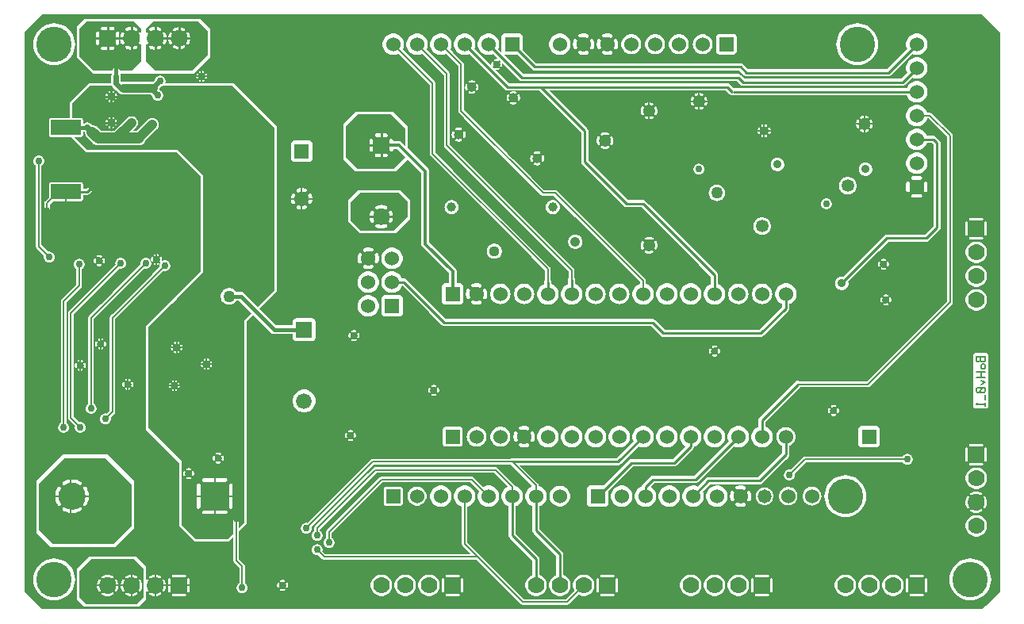
<source format=gbr>
G04 start of page 3 for group 1 idx 1 *
G04 Title: (unknown), bot_pwrNgnd *
G04 Creator: pcb 4.0.2 *
G04 CreationDate: Wed Apr  1 14:15:11 2020 UTC *
G04 For: shyam *
G04 Format: Gerber/RS-274X *
G04 PCB-Dimensions (mil): 4100.00 2500.00 *
G04 PCB-Coordinate-Origin: lower left *
%MOIN*%
%FSLAX25Y25*%
%LNBOTTOM*%
%ADD82C,0.0400*%
%ADD81C,0.0200*%
%ADD80C,0.1450*%
%ADD79C,0.0150*%
%ADD78C,0.0410*%
%ADD77C,0.0440*%
%ADD76C,0.0530*%
%ADD75C,0.0360*%
%ADD74C,0.1490*%
%ADD73C,0.0500*%
%ADD72C,0.0330*%
%ADD71C,0.0300*%
%ADD70C,0.0197*%
%ADD69C,0.0690*%
%ADD68C,0.0660*%
%ADD67C,0.0580*%
%ADD66C,0.0700*%
%ADD65C,0.1130*%
%ADD64C,0.0600*%
%ADD63C,0.0110*%
%ADD62C,0.0140*%
%ADD61C,0.0390*%
%ADD60C,0.0450*%
%ADD59C,0.0260*%
%ADD58C,0.0210*%
%ADD57C,0.0380*%
%ADD56C,0.0240*%
%ADD55C,0.0180*%
%ADD54C,0.0160*%
%ADD53C,0.0080*%
%ADD52C,0.0100*%
%ADD51C,0.0001*%
G54D51*G36*
X68820Y247000D02*X73000D01*
X77000Y243000D01*
Y233000D01*
X70500Y226500D01*
X68820D01*
Y237516D01*
X68894Y237558D01*
X68964Y237614D01*
X69025Y237681D01*
X69074Y237758D01*
X69266Y238137D01*
X69418Y238535D01*
X69534Y238945D01*
X69611Y239363D01*
X69650Y239787D01*
Y240213D01*
X69611Y240637D01*
X69534Y241055D01*
X69418Y241465D01*
X69266Y241863D01*
X69078Y242245D01*
X69028Y242321D01*
X68967Y242388D01*
X68896Y242445D01*
X68820Y242489D01*
Y247000D01*
G37*
G36*
X65002D02*X68820D01*
Y242489D01*
X68817Y242490D01*
X68732Y242523D01*
X68642Y242541D01*
X68551Y242545D01*
X68461Y242535D01*
X68373Y242511D01*
X68290Y242474D01*
X68214Y242424D01*
X68147Y242362D01*
X68090Y242291D01*
X68045Y242212D01*
X68012Y242127D01*
X67994Y242038D01*
X67990Y241947D01*
X68000Y241856D01*
X68024Y241768D01*
X68063Y241686D01*
X68208Y241401D01*
X68322Y241102D01*
X68409Y240794D01*
X68467Y240479D01*
X68496Y240160D01*
Y239840D01*
X68467Y239521D01*
X68409Y239206D01*
X68322Y238898D01*
X68208Y238599D01*
X68066Y238312D01*
X68027Y238231D01*
X68003Y238143D01*
X67993Y238053D01*
X67998Y237963D01*
X68016Y237874D01*
X68048Y237790D01*
X68093Y237711D01*
X68149Y237640D01*
X68216Y237579D01*
X68292Y237530D01*
X68374Y237492D01*
X68462Y237468D01*
X68551Y237458D01*
X68642Y237463D01*
X68731Y237481D01*
X68815Y237513D01*
X68820Y237516D01*
Y226500D01*
X65002D01*
Y235350D01*
X65213D01*
X65637Y235389D01*
X66055Y235466D01*
X66465Y235582D01*
X66863Y235734D01*
X67245Y235922D01*
X67321Y235972D01*
X67388Y236033D01*
X67445Y236104D01*
X67490Y236183D01*
X67523Y236268D01*
X67541Y236358D01*
X67545Y236449D01*
X67535Y236539D01*
X67511Y236627D01*
X67474Y236710D01*
X67424Y236786D01*
X67362Y236853D01*
X67291Y236910D01*
X67212Y236955D01*
X67127Y236988D01*
X67037Y237006D01*
X66947Y237010D01*
X66856Y237000D01*
X66768Y236976D01*
X66686Y236937D01*
X66401Y236792D01*
X66102Y236678D01*
X65794Y236591D01*
X65479Y236533D01*
X65160Y236504D01*
X65002D01*
Y243496D01*
X65160D01*
X65479Y243467D01*
X65794Y243409D01*
X66102Y243322D01*
X66401Y243208D01*
X66688Y243066D01*
X66769Y243027D01*
X66857Y243003D01*
X66947Y242993D01*
X67037Y242998D01*
X67126Y243016D01*
X67210Y243048D01*
X67289Y243093D01*
X67360Y243149D01*
X67421Y243216D01*
X67470Y243292D01*
X67508Y243374D01*
X67532Y243462D01*
X67542Y243551D01*
X67537Y243642D01*
X67519Y243731D01*
X67487Y243815D01*
X67442Y243894D01*
X67386Y243965D01*
X67319Y244025D01*
X67242Y244074D01*
X66863Y244266D01*
X66465Y244418D01*
X66055Y244534D01*
X65637Y244611D01*
X65213Y244650D01*
X65002D01*
Y247000D01*
G37*
G36*
X61180D02*X65002D01*
Y244650D01*
X64787D01*
X64363Y244611D01*
X63945Y244534D01*
X63535Y244418D01*
X63137Y244266D01*
X62755Y244078D01*
X62679Y244028D01*
X62612Y243967D01*
X62555Y243896D01*
X62510Y243817D01*
X62477Y243732D01*
X62459Y243642D01*
X62455Y243551D01*
X62465Y243461D01*
X62489Y243373D01*
X62526Y243290D01*
X62576Y243214D01*
X62638Y243147D01*
X62709Y243090D01*
X62788Y243045D01*
X62873Y243012D01*
X62962Y242994D01*
X63053Y242990D01*
X63144Y243000D01*
X63232Y243024D01*
X63314Y243063D01*
X63599Y243208D01*
X63898Y243322D01*
X64206Y243409D01*
X64521Y243467D01*
X64840Y243496D01*
X65002D01*
Y236504D01*
X64840D01*
X64521Y236533D01*
X64206Y236591D01*
X63898Y236678D01*
X63599Y236792D01*
X63312Y236934D01*
X63231Y236973D01*
X63143Y236997D01*
X63053Y237007D01*
X62963Y237002D01*
X62874Y236984D01*
X62790Y236952D01*
X62711Y236907D01*
X62640Y236851D01*
X62579Y236784D01*
X62530Y236708D01*
X62492Y236626D01*
X62468Y236538D01*
X62458Y236449D01*
X62463Y236358D01*
X62481Y236269D01*
X62513Y236185D01*
X62558Y236106D01*
X62614Y236036D01*
X62681Y235975D01*
X62758Y235926D01*
X63137Y235734D01*
X63535Y235582D01*
X63945Y235466D01*
X64363Y235389D01*
X64787Y235350D01*
X65002D01*
Y226500D01*
X61180D01*
Y237511D01*
X61183Y237510D01*
X61268Y237477D01*
X61358Y237459D01*
X61449Y237455D01*
X61539Y237465D01*
X61627Y237489D01*
X61710Y237526D01*
X61786Y237576D01*
X61853Y237638D01*
X61910Y237709D01*
X61955Y237788D01*
X61988Y237873D01*
X62006Y237963D01*
X62010Y238053D01*
X62000Y238144D01*
X61976Y238232D01*
X61937Y238314D01*
X61792Y238599D01*
X61678Y238898D01*
X61591Y239206D01*
X61533Y239521D01*
X61504Y239840D01*
Y240160D01*
X61533Y240479D01*
X61591Y240794D01*
X61678Y241102D01*
X61792Y241401D01*
X61934Y241688D01*
X61973Y241769D01*
X61997Y241857D01*
X62007Y241947D01*
X62002Y242037D01*
X61984Y242126D01*
X61952Y242210D01*
X61907Y242289D01*
X61851Y242360D01*
X61784Y242421D01*
X61708Y242470D01*
X61626Y242508D01*
X61538Y242532D01*
X61449Y242542D01*
X61358Y242537D01*
X61269Y242519D01*
X61185Y242487D01*
X61180Y242484D01*
Y247000D01*
G37*
G36*
X58923D02*X61180D01*
Y242484D01*
X61106Y242442D01*
X61035Y242386D01*
X60975Y242319D01*
X60926Y242242D01*
X60734Y241863D01*
X60582Y241465D01*
X60466Y241055D01*
X60389Y240637D01*
X60350Y240213D01*
Y239787D01*
X60389Y239363D01*
X60466Y238945D01*
X60582Y238535D01*
X60734Y238137D01*
X60922Y237755D01*
X60972Y237679D01*
X61033Y237612D01*
X61104Y237555D01*
X61180Y237511D01*
Y226500D01*
X58923D01*
Y237503D01*
X58991Y237531D01*
X59079Y237585D01*
X59157Y237651D01*
X59223Y237729D01*
X59275Y237817D01*
X59467Y238228D01*
X59614Y238657D01*
X59720Y239098D01*
X59784Y239547D01*
X59805Y240000D01*
X59784Y240453D01*
X59720Y240902D01*
X59614Y241343D01*
X59467Y241772D01*
X59280Y242185D01*
X59226Y242273D01*
X59159Y242352D01*
X59081Y242418D01*
X58993Y242472D01*
X58923Y242501D01*
Y247000D01*
G37*
G36*
X55002D02*X58923D01*
Y242501D01*
X58898Y242511D01*
X58798Y242535D01*
X58695Y242543D01*
X58593Y242535D01*
X58493Y242511D01*
X58398Y242472D01*
X58310Y242418D01*
X58232Y242351D01*
X58165Y242272D01*
X58111Y242185D01*
X58072Y242090D01*
X58048Y241989D01*
X58040Y241887D01*
X58048Y241784D01*
X58072Y241684D01*
X58114Y241590D01*
X58253Y241291D01*
X58360Y240978D01*
X58438Y240657D01*
X58484Y240330D01*
X58500Y240000D01*
X58484Y239670D01*
X58438Y239343D01*
X58360Y239022D01*
X58253Y238709D01*
X58117Y238408D01*
X58076Y238315D01*
X58052Y238215D01*
X58044Y238113D01*
X58052Y238011D01*
X58076Y237912D01*
X58115Y237817D01*
X58168Y237730D01*
X58235Y237652D01*
X58312Y237585D01*
X58399Y237532D01*
X58494Y237493D01*
X58593Y237469D01*
X58695Y237461D01*
X58797Y237469D01*
X58897Y237492D01*
X58923Y237503D01*
Y226500D01*
X55002D01*
Y235195D01*
X55453Y235216D01*
X55902Y235280D01*
X56343Y235386D01*
X56772Y235533D01*
X57185Y235720D01*
X57273Y235774D01*
X57352Y235841D01*
X57418Y235919D01*
X57472Y236007D01*
X57511Y236102D01*
X57535Y236202D01*
X57543Y236305D01*
X57535Y236407D01*
X57511Y236507D01*
X57472Y236602D01*
X57418Y236690D01*
X57351Y236768D01*
X57272Y236835D01*
X57185Y236889D01*
X57090Y236928D01*
X56989Y236952D01*
X56887Y236960D01*
X56784Y236952D01*
X56684Y236928D01*
X56590Y236886D01*
X56291Y236747D01*
X55978Y236640D01*
X55657Y236562D01*
X55330Y236516D01*
X55002Y236500D01*
Y243500D01*
X55330Y243484D01*
X55657Y243438D01*
X55978Y243360D01*
X56291Y243253D01*
X56592Y243117D01*
X56685Y243076D01*
X56785Y243052D01*
X56887Y243044D01*
X56989Y243052D01*
X57088Y243076D01*
X57183Y243115D01*
X57270Y243168D01*
X57348Y243235D01*
X57415Y243312D01*
X57468Y243399D01*
X57507Y243494D01*
X57531Y243593D01*
X57539Y243695D01*
X57531Y243797D01*
X57508Y243897D01*
X57469Y243991D01*
X57415Y244079D01*
X57349Y244157D01*
X57271Y244223D01*
X57183Y244275D01*
X56772Y244467D01*
X56343Y244614D01*
X55902Y244720D01*
X55453Y244784D01*
X55002Y244805D01*
Y247000D01*
G37*
G36*
X51000Y244000D02*X54000Y247000D01*
X55002D01*
Y244805D01*
X55000Y244805D01*
X54547Y244784D01*
X54098Y244720D01*
X53657Y244614D01*
X53228Y244467D01*
X52815Y244280D01*
X52727Y244226D01*
X52648Y244159D01*
X52582Y244081D01*
X52528Y243993D01*
X52489Y243898D01*
X52465Y243798D01*
X52457Y243695D01*
X52465Y243593D01*
X52489Y243493D01*
X52528Y243398D01*
X52582Y243310D01*
X52649Y243232D01*
X52728Y243165D01*
X52815Y243111D01*
X52910Y243072D01*
X53011Y243048D01*
X53113Y243040D01*
X53216Y243048D01*
X53316Y243072D01*
X53410Y243114D01*
X53709Y243253D01*
X54022Y243360D01*
X54343Y243438D01*
X54670Y243484D01*
X55000Y243500D01*
X55002Y243500D01*
Y236500D01*
X55000Y236500D01*
X54670Y236516D01*
X54343Y236562D01*
X54022Y236640D01*
X53709Y236747D01*
X53408Y236883D01*
X53315Y236924D01*
X53215Y236948D01*
X53113Y236956D01*
X53011Y236948D01*
X52912Y236924D01*
X52817Y236885D01*
X52730Y236832D01*
X52652Y236765D01*
X52585Y236688D01*
X52532Y236601D01*
X52493Y236506D01*
X52469Y236407D01*
X52461Y236305D01*
X52469Y236203D01*
X52492Y236103D01*
X52531Y236009D01*
X52585Y235921D01*
X52651Y235843D01*
X52729Y235777D01*
X52817Y235725D01*
X53228Y235533D01*
X53657Y235386D01*
X54098Y235280D01*
X54547Y235216D01*
X55000Y235195D01*
X55002Y235195D01*
Y226500D01*
X55000D01*
X51000Y230500D01*
Y237532D01*
X51007Y237528D01*
X51102Y237489D01*
X51202Y237465D01*
X51305Y237457D01*
X51407Y237465D01*
X51507Y237489D01*
X51602Y237528D01*
X51690Y237582D01*
X51768Y237649D01*
X51835Y237728D01*
X51889Y237815D01*
X51928Y237910D01*
X51952Y238011D01*
X51960Y238113D01*
X51952Y238216D01*
X51928Y238316D01*
X51886Y238410D01*
X51747Y238709D01*
X51640Y239022D01*
X51562Y239343D01*
X51516Y239670D01*
X51500Y240000D01*
X51516Y240330D01*
X51562Y240657D01*
X51640Y240978D01*
X51747Y241291D01*
X51883Y241592D01*
X51924Y241685D01*
X51948Y241785D01*
X51956Y241887D01*
X51948Y241989D01*
X51924Y242088D01*
X51885Y242183D01*
X51832Y242270D01*
X51765Y242348D01*
X51688Y242415D01*
X51601Y242468D01*
X51506Y242507D01*
X51407Y242531D01*
X51305Y242539D01*
X51203Y242531D01*
X51103Y242508D01*
X51009Y242469D01*
X51000Y242463D01*
Y244000D01*
G37*
G36*
X49000D02*Y242468D01*
X48993Y242472D01*
X48898Y242511D01*
X48798Y242535D01*
X48695Y242543D01*
X48593Y242535D01*
X48493Y242511D01*
X48398Y242472D01*
X48310Y242418D01*
X48232Y242351D01*
X48165Y242272D01*
X48111Y242185D01*
X48072Y242090D01*
X48048Y241989D01*
X48040Y241887D01*
X48048Y241784D01*
X48072Y241684D01*
X48114Y241590D01*
X48253Y241291D01*
X48360Y240978D01*
X48438Y240657D01*
X48484Y240330D01*
X48500Y240000D01*
X48484Y239670D01*
X48438Y239343D01*
X48360Y239022D01*
X48253Y238709D01*
X48117Y238408D01*
X48076Y238315D01*
X48052Y238215D01*
X48044Y238113D01*
X48052Y238011D01*
X48076Y237912D01*
X48115Y237817D01*
X48168Y237730D01*
X48235Y237652D01*
X48312Y237585D01*
X48399Y237532D01*
X48494Y237493D01*
X48593Y237469D01*
X48695Y237461D01*
X48797Y237469D01*
X48897Y237492D01*
X48991Y237531D01*
X49000Y237537D01*
Y230500D01*
X45002Y226502D01*
Y235195D01*
X45453Y235216D01*
X45902Y235280D01*
X46343Y235386D01*
X46772Y235533D01*
X47185Y235720D01*
X47273Y235774D01*
X47352Y235841D01*
X47418Y235919D01*
X47472Y236007D01*
X47511Y236102D01*
X47535Y236202D01*
X47543Y236305D01*
X47535Y236407D01*
X47511Y236507D01*
X47472Y236602D01*
X47418Y236690D01*
X47351Y236768D01*
X47272Y236835D01*
X47185Y236889D01*
X47090Y236928D01*
X46989Y236952D01*
X46887Y236960D01*
X46784Y236952D01*
X46684Y236928D01*
X46590Y236886D01*
X46291Y236747D01*
X45978Y236640D01*
X45657Y236562D01*
X45330Y236516D01*
X45002Y236500D01*
Y243500D01*
X45330Y243484D01*
X45657Y243438D01*
X45978Y243360D01*
X46291Y243253D01*
X46592Y243117D01*
X46685Y243076D01*
X46785Y243052D01*
X46887Y243044D01*
X46989Y243052D01*
X47088Y243076D01*
X47183Y243115D01*
X47270Y243168D01*
X47348Y243235D01*
X47415Y243312D01*
X47468Y243399D01*
X47507Y243494D01*
X47531Y243593D01*
X47539Y243695D01*
X47531Y243797D01*
X47508Y243897D01*
X47469Y243991D01*
X47415Y244079D01*
X47349Y244157D01*
X47271Y244223D01*
X47183Y244275D01*
X46772Y244467D01*
X46343Y244614D01*
X45902Y244720D01*
X45453Y244784D01*
X45002Y244805D01*
Y247000D01*
X46000D01*
X49000Y244000D01*
G37*
G36*
X45002Y226502D02*X45000Y226500D01*
X41077D01*
Y237499D01*
X41102Y237489D01*
X41202Y237465D01*
X41305Y237457D01*
X41407Y237465D01*
X41507Y237489D01*
X41602Y237528D01*
X41690Y237582D01*
X41768Y237649D01*
X41835Y237728D01*
X41889Y237815D01*
X41928Y237910D01*
X41952Y238011D01*
X41960Y238113D01*
X41952Y238216D01*
X41928Y238316D01*
X41886Y238410D01*
X41747Y238709D01*
X41640Y239022D01*
X41562Y239343D01*
X41516Y239670D01*
X41500Y240000D01*
X41516Y240330D01*
X41562Y240657D01*
X41640Y240978D01*
X41747Y241291D01*
X41883Y241592D01*
X41924Y241685D01*
X41948Y241785D01*
X41956Y241887D01*
X41948Y241989D01*
X41924Y242088D01*
X41885Y242183D01*
X41832Y242270D01*
X41765Y242348D01*
X41688Y242415D01*
X41601Y242468D01*
X41506Y242507D01*
X41407Y242531D01*
X41305Y242539D01*
X41203Y242531D01*
X41103Y242508D01*
X41077Y242497D01*
Y247000D01*
X45002D01*
Y244805D01*
X45000Y244805D01*
X44547Y244784D01*
X44098Y244720D01*
X43657Y244614D01*
X43228Y244467D01*
X42815Y244280D01*
X42727Y244226D01*
X42648Y244159D01*
X42582Y244081D01*
X42528Y243993D01*
X42489Y243898D01*
X42465Y243798D01*
X42457Y243695D01*
X42465Y243593D01*
X42489Y243493D01*
X42528Y243398D01*
X42582Y243310D01*
X42649Y243232D01*
X42728Y243165D01*
X42815Y243111D01*
X42910Y243072D01*
X43011Y243048D01*
X43113Y243040D01*
X43216Y243048D01*
X43316Y243072D01*
X43410Y243114D01*
X43709Y243253D01*
X44022Y243360D01*
X44343Y243438D01*
X44670Y243484D01*
X45000Y243500D01*
X45002Y243500D01*
Y236500D01*
X45000Y236500D01*
X44670Y236516D01*
X44343Y236562D01*
X44022Y236640D01*
X43709Y236747D01*
X43408Y236883D01*
X43315Y236924D01*
X43215Y236948D01*
X43113Y236956D01*
X43011Y236948D01*
X42912Y236924D01*
X42817Y236885D01*
X42730Y236832D01*
X42652Y236765D01*
X42585Y236688D01*
X42532Y236601D01*
X42493Y236506D01*
X42469Y236407D01*
X42461Y236305D01*
X42469Y236203D01*
X42492Y236103D01*
X42531Y236009D01*
X42585Y235921D01*
X42651Y235843D01*
X42729Y235777D01*
X42817Y235725D01*
X43228Y235533D01*
X43657Y235386D01*
X44098Y235280D01*
X44547Y235216D01*
X45000Y235195D01*
X45002Y235195D01*
Y226502D01*
G37*
G36*
X41077Y226500D02*X40128D01*
X40122Y226527D01*
X40019Y226774D01*
X39880Y227002D01*
X39706Y227206D01*
X39502Y227380D01*
X39274Y227519D01*
X39150Y227571D01*
Y237148D01*
X39252Y237156D01*
X39351Y237180D01*
X39446Y237219D01*
X39533Y237273D01*
X39611Y237339D01*
X39677Y237417D01*
X39731Y237504D01*
X39770Y237599D01*
X39794Y237698D01*
X39800Y237800D01*
Y242200D01*
X39794Y242302D01*
X39770Y242401D01*
X39731Y242496D01*
X39677Y242583D01*
X39611Y242661D01*
X39533Y242727D01*
X39446Y242781D01*
X39351Y242820D01*
X39252Y242844D01*
X39150Y242852D01*
Y247000D01*
X41077D01*
Y242497D01*
X41009Y242469D01*
X40921Y242415D01*
X40843Y242349D01*
X40777Y242271D01*
X40725Y242183D01*
X40533Y241772D01*
X40386Y241343D01*
X40280Y240902D01*
X40216Y240453D01*
X40195Y240000D01*
X40216Y239547D01*
X40280Y239098D01*
X40386Y238657D01*
X40533Y238228D01*
X40720Y237815D01*
X40774Y237727D01*
X40841Y237648D01*
X40919Y237582D01*
X41007Y237528D01*
X41077Y237499D01*
Y226500D01*
G37*
G36*
X39150Y227571D02*X39027Y227622D01*
X38767Y227684D01*
X38500Y227705D01*
X38233Y227684D01*
X37973Y227622D01*
X37726Y227519D01*
X37498Y227380D01*
X37294Y227206D01*
X37120Y227002D01*
X36981Y226774D01*
X36878Y226527D01*
X36872Y226500D01*
X35000D01*
Y235200D01*
X37200D01*
X37302Y235206D01*
X37401Y235230D01*
X37496Y235269D01*
X37583Y235323D01*
X37661Y235389D01*
X37727Y235467D01*
X37781Y235554D01*
X37820Y235649D01*
X37844Y235748D01*
X37852Y235850D01*
X37844Y235952D01*
X37820Y236051D01*
X37781Y236146D01*
X37727Y236233D01*
X37661Y236311D01*
X37583Y236377D01*
X37496Y236431D01*
X37401Y236470D01*
X37302Y236494D01*
X37200Y236500D01*
X35000D01*
Y243500D01*
X37200D01*
X37302Y243506D01*
X37401Y243530D01*
X37496Y243569D01*
X37583Y243623D01*
X37661Y243689D01*
X37727Y243767D01*
X37781Y243854D01*
X37820Y243949D01*
X37844Y244048D01*
X37852Y244150D01*
X37844Y244252D01*
X37820Y244351D01*
X37781Y244446D01*
X37727Y244533D01*
X37661Y244611D01*
X37583Y244677D01*
X37496Y244731D01*
X37401Y244770D01*
X37302Y244794D01*
X37200Y244800D01*
X35000D01*
Y247000D01*
X39150D01*
Y242852D01*
X39048Y242844D01*
X38949Y242820D01*
X38854Y242781D01*
X38767Y242727D01*
X38689Y242661D01*
X38623Y242583D01*
X38569Y242496D01*
X38530Y242401D01*
X38506Y242302D01*
X38500Y242200D01*
Y237800D01*
X38506Y237698D01*
X38530Y237599D01*
X38569Y237504D01*
X38623Y237417D01*
X38689Y237339D01*
X38767Y237273D01*
X38854Y237219D01*
X38949Y237180D01*
X39048Y237156D01*
X39150Y237148D01*
Y227571D01*
G37*
G36*
X35000Y226500D02*X30850D01*
Y237148D01*
X30952Y237156D01*
X31051Y237180D01*
X31146Y237219D01*
X31233Y237273D01*
X31311Y237339D01*
X31377Y237417D01*
X31431Y237504D01*
X31470Y237599D01*
X31494Y237698D01*
X31500Y237800D01*
Y242200D01*
X31494Y242302D01*
X31470Y242401D01*
X31431Y242496D01*
X31377Y242583D01*
X31311Y242661D01*
X31233Y242727D01*
X31146Y242781D01*
X31051Y242820D01*
X30952Y242844D01*
X30850Y242852D01*
Y247000D01*
X35000D01*
Y244800D01*
X32800D01*
X32698Y244794D01*
X32599Y244770D01*
X32504Y244731D01*
X32417Y244677D01*
X32339Y244611D01*
X32273Y244533D01*
X32219Y244446D01*
X32180Y244351D01*
X32156Y244252D01*
X32148Y244150D01*
X32156Y244048D01*
X32180Y243949D01*
X32219Y243854D01*
X32273Y243767D01*
X32339Y243689D01*
X32417Y243623D01*
X32504Y243569D01*
X32599Y243530D01*
X32698Y243506D01*
X32800Y243500D01*
X35000D01*
Y236500D01*
X32800D01*
X32698Y236494D01*
X32599Y236470D01*
X32504Y236431D01*
X32417Y236377D01*
X32339Y236311D01*
X32273Y236233D01*
X32219Y236146D01*
X32180Y236051D01*
X32156Y235952D01*
X32148Y235850D01*
X32156Y235748D01*
X32180Y235649D01*
X32219Y235554D01*
X32273Y235467D01*
X32339Y235389D01*
X32417Y235323D01*
X32504Y235269D01*
X32599Y235230D01*
X32698Y235206D01*
X32800Y235200D01*
X35000D01*
Y226500D01*
G37*
G36*
X30850D02*X29000D01*
X23000Y232500D01*
Y244000D01*
X26000Y247000D01*
X30850D01*
Y242852D01*
X30748Y242844D01*
X30649Y242820D01*
X30554Y242781D01*
X30467Y242727D01*
X30389Y242661D01*
X30323Y242583D01*
X30269Y242496D01*
X30230Y242401D01*
X30206Y242302D01*
X30200Y242200D01*
Y237800D01*
X30206Y237698D01*
X30230Y237599D01*
X30269Y237504D01*
X30323Y237417D01*
X30389Y237339D01*
X30467Y237273D01*
X30554Y237219D01*
X30649Y237180D01*
X30748Y237156D01*
X30850Y237148D01*
Y226500D01*
G37*
G54D52*X320000Y72500D02*Y65000D01*
X287500Y54000D02*X281000Y47500D01*
X287500Y54000D02*X309000D01*
X320000Y65000D02*X309000Y54000D01*
X282000Y54500D02*X300000Y72500D01*
G54D53*X321500Y56500D02*X328000Y63000D01*
X371000D01*
X325000Y94500D02*X354500D01*
X389000Y129000D01*
G54D52*X343500Y137000D02*X362500Y156000D01*
X379000D01*
X383500Y160500D01*
X230000Y138500D02*Y132500D01*
X176500Y120500D02*X264000D01*
G54D53*X260000Y138000D02*Y132500D01*
G54D52*X220000Y137500D02*Y132500D01*
G54D53*X205000Y47500D02*Y51500D01*
X198000Y58500D01*
X215000Y47500D02*Y52000D01*
X205000Y62000D01*
X220000Y143000D02*Y137500D01*
G54D52*X260000Y72500D02*X249500Y62000D01*
X205000D02*X249500D01*
G54D53*X230000Y142500D02*Y138500D01*
X147500Y58500D02*X198000D01*
X146500Y62000D02*X205000D01*
X188000Y54500D02*X150000D01*
X235000Y10000D02*X228000Y3000D01*
X209500D01*
G54D52*X225000Y10000D02*Y23000D01*
G54D53*X209500Y3000D02*X187500Y25000D01*
G54D52*X225000Y23000D02*X215000Y33000D01*
Y10000D02*Y21000D01*
X205000Y31000D01*
G54D53*X185000Y38500D02*Y47500D01*
X195000D02*X188000Y54500D01*
G54D52*X215000Y33000D02*Y48000D01*
X205000Y31000D02*Y47500D01*
G54D53*X126000Y22000D02*X190500D01*
X185000Y38500D02*Y27500D01*
X187500Y25000D01*
G54D52*X290000Y140500D02*X260000Y170500D01*
X320000Y126500D02*Y132500D01*
X290000D02*Y140500D01*
X320000Y126500D02*X309500Y116000D01*
X268500D01*
X264000Y120500D01*
X261000Y51500D02*Y47500D01*
Y51500D02*X264000Y54500D01*
X282000D01*
X280000Y68500D02*X273000Y61500D01*
X255000D02*X273000D01*
X255000D02*X241000Y47500D01*
X280000Y75000D02*Y68500D01*
X310000Y72500D02*Y79500D01*
X325000Y94500D01*
G54D54*X26500Y202500D02*X17500D01*
G54D53*X10500Y148000D02*X6000Y152500D01*
Y188500D01*
X51000Y145500D02*X28000Y122500D01*
Y84500D01*
X59000Y144500D02*X37000Y122500D01*
X40500Y145500D02*X19500Y124500D01*
X37000Y122500D02*Y83000D01*
X34000Y80000D01*
X16500Y76500D02*Y129500D01*
X23000Y136000D01*
Y145000D01*
X23500Y76500D02*X19500Y80500D01*
Y124500D01*
X118500Y34000D02*X146500Y62000D01*
X123000Y31000D02*Y34000D01*
X147500Y58500D01*
X150000Y54500D02*X128000Y32500D01*
Y28000D02*Y32500D01*
X123000Y25000D02*X126000Y22000D01*
G54D55*X117500Y117500D02*X105000D01*
X91000Y131500D01*
X86000D01*
G54D56*X38500Y221000D02*Y224000D01*
G54D55*Y226000D01*
G54D56*X43500Y219000D02*X40500D01*
X38500Y221000D01*
G54D57*X54000Y219000D02*X41500D01*
G54D58*X57000Y222000D02*X54000Y219000D01*
X56000Y216000D02*X53000Y219000D01*
G54D59*X26500Y202500D02*X28500Y200500D01*
G54D60*X31000Y198000D01*
X48000D01*
G54D61*X53705Y203705D01*
X38500Y198000D02*X45000Y204500D01*
G54D55*X38500Y226000D02*Y228000D01*
G54D52*X45000Y240000D02*X29000D01*
X35000Y234000D02*Y245000D01*
X45000Y234500D02*Y245000D01*
X55000Y240000D02*X70500D01*
X65000Y234500D02*Y245000D01*
X55000Y234500D02*Y245500D01*
X209000Y223500D02*X195000Y237500D01*
X300000Y223500D02*X209000D01*
X185000Y237500D02*X203000Y219500D01*
X295500D01*
X205000Y237500D02*X214500Y228000D01*
X301000D01*
X303500Y225500D01*
X298000Y217500D02*X375000D01*
Y227500D02*X369000Y221500D01*
X375000Y237500D02*X363000Y225500D01*
X303500D01*
X369000Y221500D02*X302000D01*
X300000Y223500D01*
X295500Y219500D02*X297500Y217500D01*
G54D53*X155000Y237500D02*X171500Y221000D01*
X165000Y237500D02*X177500Y225000D01*
X175000Y237500D02*X183500Y229000D01*
G54D52*X154500Y137500D02*X159500D01*
X176500Y120500D01*
X260000Y170500D02*X253000D01*
X235500Y188000D01*
Y201000D01*
X217000Y219500D01*
G54D53*X218000Y175000D02*X223000D01*
X171500Y221000D02*Y191500D01*
X220000Y143000D01*
X177500Y225000D02*Y195000D01*
X230000Y142500D01*
X183500Y209500D02*X218000Y175000D01*
X183500Y229000D02*Y209500D01*
X223000Y175000D02*X260000Y138000D01*
X389000Y129000D02*Y199000D01*
X380500Y207500D01*
X375000D01*
G54D52*X383500Y160500D02*Y196000D01*
X382000Y197500D01*
X375000D01*
G54D51*G36*
X155500Y175000D02*X157500D01*
X161000Y171500D01*
Y165000D01*
X155000Y159000D01*
X154008D01*
Y162529D01*
X154084Y162551D01*
X154191Y162601D01*
X154289Y162667D01*
X154375Y162747D01*
X154448Y162840D01*
X154503Y162944D01*
X154683Y163380D01*
X154816Y163832D01*
X154905Y164295D01*
X154950Y164764D01*
Y165236D01*
X154905Y165705D01*
X154816Y166168D01*
X154683Y166620D01*
X154508Y167058D01*
X154451Y167162D01*
X154378Y167255D01*
X154291Y167336D01*
X154193Y167403D01*
X154085Y167453D01*
X154008Y167475D01*
Y175000D01*
X155500D01*
G37*
G36*
X154008Y159000D02*X150002D01*
Y160050D01*
X150236D01*
X150705Y160095D01*
X151168Y160184D01*
X151620Y160317D01*
X152058Y160492D01*
X152162Y160549D01*
X152255Y160622D01*
X152336Y160709D01*
X152403Y160807D01*
X152453Y160915D01*
X152485Y161029D01*
X152500Y161147D01*
X152496Y161265D01*
X152473Y161382D01*
X152432Y161493D01*
X152375Y161597D01*
X152301Y161691D01*
X152215Y161771D01*
X152116Y161838D01*
X152009Y161888D01*
X151894Y161920D01*
X151777Y161935D01*
X151658Y161931D01*
X151542Y161908D01*
X151431Y161865D01*
X151128Y161740D01*
X150813Y161647D01*
X150491Y161585D01*
X150164Y161554D01*
X150002D01*
Y168446D01*
X150164D01*
X150491Y168415D01*
X150813Y168353D01*
X151128Y168260D01*
X151433Y168138D01*
X151543Y168096D01*
X151659Y168073D01*
X151777Y168069D01*
X151894Y168083D01*
X152007Y168116D01*
X152114Y168166D01*
X152212Y168232D01*
X152299Y168312D01*
X152371Y168405D01*
X152429Y168508D01*
X152469Y168619D01*
X152492Y168735D01*
X152496Y168853D01*
X152481Y168970D01*
X152449Y169084D01*
X152399Y169191D01*
X152333Y169289D01*
X152253Y169375D01*
X152160Y169448D01*
X152056Y169503D01*
X151620Y169683D01*
X151168Y169816D01*
X150705Y169905D01*
X150236Y169950D01*
X150002D01*
Y175000D01*
X154008D01*
Y167475D01*
X153971Y167485D01*
X153853Y167500D01*
X153735Y167496D01*
X153618Y167473D01*
X153507Y167432D01*
X153403Y167375D01*
X153309Y167301D01*
X153229Y167215D01*
X153162Y167116D01*
X153112Y167009D01*
X153080Y166894D01*
X153065Y166777D01*
X153069Y166658D01*
X153092Y166542D01*
X153135Y166431D01*
X153260Y166128D01*
X153353Y165813D01*
X153415Y165491D01*
X153446Y165164D01*
Y164836D01*
X153415Y164509D01*
X153353Y164187D01*
X153260Y163872D01*
X153138Y163567D01*
X153096Y163457D01*
X153073Y163341D01*
X153069Y163223D01*
X153083Y163106D01*
X153116Y162993D01*
X153166Y162886D01*
X153232Y162788D01*
X153312Y162701D01*
X153405Y162629D01*
X153508Y162571D01*
X153619Y162531D01*
X153735Y162508D01*
X153853Y162504D01*
X153970Y162519D01*
X154008Y162529D01*
Y159000D01*
G37*
G36*
X150002D02*X145992D01*
Y162525D01*
X146029Y162515D01*
X146147Y162500D01*
X146265Y162504D01*
X146382Y162527D01*
X146493Y162568D01*
X146597Y162625D01*
X146691Y162699D01*
X146771Y162785D01*
X146838Y162884D01*
X146888Y162991D01*
X146920Y163106D01*
X146935Y163223D01*
X146931Y163342D01*
X146908Y163458D01*
X146865Y163569D01*
X146740Y163872D01*
X146647Y164187D01*
X146585Y164509D01*
X146554Y164836D01*
Y165164D01*
X146585Y165491D01*
X146647Y165813D01*
X146740Y166128D01*
X146862Y166433D01*
X146904Y166543D01*
X146927Y166659D01*
X146931Y166777D01*
X146917Y166894D01*
X146884Y167007D01*
X146834Y167114D01*
X146768Y167212D01*
X146688Y167299D01*
X146595Y167371D01*
X146492Y167429D01*
X146381Y167469D01*
X146265Y167492D01*
X146147Y167496D01*
X146030Y167481D01*
X145992Y167471D01*
Y175000D01*
X150002D01*
Y169950D01*
X149764D01*
X149295Y169905D01*
X148832Y169816D01*
X148380Y169683D01*
X147942Y169508D01*
X147838Y169451D01*
X147745Y169378D01*
X147664Y169291D01*
X147597Y169193D01*
X147547Y169085D01*
X147515Y168971D01*
X147500Y168853D01*
X147504Y168735D01*
X147527Y168618D01*
X147568Y168507D01*
X147625Y168403D01*
X147699Y168309D01*
X147785Y168229D01*
X147884Y168162D01*
X147991Y168112D01*
X148106Y168080D01*
X148223Y168065D01*
X148342Y168069D01*
X148458Y168092D01*
X148569Y168135D01*
X148872Y168260D01*
X149187Y168353D01*
X149509Y168415D01*
X149836Y168446D01*
X150002D01*
Y161554D01*
X149836D01*
X149509Y161585D01*
X149187Y161647D01*
X148872Y161740D01*
X148567Y161862D01*
X148457Y161904D01*
X148341Y161927D01*
X148223Y161931D01*
X148106Y161917D01*
X147993Y161884D01*
X147886Y161834D01*
X147788Y161768D01*
X147701Y161688D01*
X147629Y161595D01*
X147571Y161492D01*
X147531Y161381D01*
X147508Y161265D01*
X147504Y161147D01*
X147519Y161030D01*
X147551Y160916D01*
X147601Y160809D01*
X147667Y160711D01*
X147747Y160625D01*
X147840Y160552D01*
X147944Y160497D01*
X148380Y160317D01*
X148832Y160184D01*
X149295Y160095D01*
X149764Y160050D01*
X150002D01*
Y159000D01*
G37*
G36*
X145992D02*X141500D01*
X137000Y163500D01*
Y171000D01*
X141000Y175000D01*
X145992D01*
Y167471D01*
X145916Y167449D01*
X145809Y167399D01*
X145711Y167333D01*
X145625Y167253D01*
X145552Y167160D01*
X145497Y167056D01*
X145317Y166620D01*
X145184Y166168D01*
X145095Y165705D01*
X145050Y165236D01*
Y164764D01*
X145095Y164295D01*
X145184Y163832D01*
X145317Y163380D01*
X145492Y162942D01*
X145549Y162838D01*
X145622Y162745D01*
X145709Y162664D01*
X145807Y162597D01*
X145915Y162547D01*
X145992Y162525D01*
Y159000D01*
G37*
G36*
X150000Y208000D02*X154000D01*
X160000Y202000D01*
Y194904D01*
X158749Y196155D01*
X158706Y196206D01*
X158502Y196380D01*
X158274Y196519D01*
X158027Y196622D01*
X157767Y196684D01*
X157500Y196705D01*
X157433Y196700D01*
X154950D01*
Y196950D01*
X154943Y197068D01*
X154915Y197182D01*
X154870Y197292D01*
X154809Y197392D01*
X154732Y197482D01*
X154642Y197559D01*
X154542Y197620D01*
X154432Y197665D01*
X154318Y197693D01*
X154200Y197702D01*
X154082Y197693D01*
X153968Y197665D01*
X153858Y197620D01*
X153758Y197559D01*
X153668Y197482D01*
X153591Y197392D01*
X153530Y197292D01*
X153485Y197182D01*
X153457Y197068D01*
X153450Y196950D01*
Y196700D01*
X150000D01*
Y198450D01*
X151950D01*
X152068Y198457D01*
X152182Y198485D01*
X152292Y198530D01*
X152392Y198591D01*
X152482Y198668D01*
X152559Y198758D01*
X152620Y198858D01*
X152665Y198968D01*
X152693Y199082D01*
X152702Y199200D01*
X152693Y199318D01*
X152665Y199432D01*
X152620Y199542D01*
X152559Y199642D01*
X152482Y199732D01*
X152392Y199809D01*
X152292Y199870D01*
X152182Y199915D01*
X152068Y199943D01*
X151950Y199950D01*
X150000D01*
Y208000D01*
G37*
G36*
X160000Y190000D02*X155000Y185000D01*
X150000D01*
Y190050D01*
X151950D01*
X152068Y190057D01*
X152182Y190085D01*
X152292Y190130D01*
X152392Y190191D01*
X152482Y190268D01*
X152559Y190358D01*
X152620Y190458D01*
X152665Y190568D01*
X152693Y190682D01*
X152702Y190800D01*
X152693Y190918D01*
X152665Y191032D01*
X152620Y191142D01*
X152559Y191242D01*
X152482Y191332D01*
X152392Y191409D01*
X152292Y191470D01*
X152182Y191515D01*
X152068Y191543D01*
X151950Y191550D01*
X150000D01*
Y193300D01*
X153450D01*
Y193050D01*
X153457Y192932D01*
X153485Y192818D01*
X153530Y192708D01*
X153591Y192608D01*
X153668Y192518D01*
X153758Y192441D01*
X153858Y192380D01*
X153968Y192335D01*
X154082Y192307D01*
X154200Y192298D01*
X154318Y192307D01*
X154432Y192335D01*
X154542Y192380D01*
X154642Y192441D01*
X154732Y192518D01*
X154809Y192608D01*
X154870Y192708D01*
X154915Y192818D01*
X154943Y192932D01*
X154950Y193050D01*
Y193300D01*
X156796D01*
X160000Y190096D01*
Y190000D01*
G37*
G36*
X150000Y185000D02*X145800D01*
Y192298D01*
X145918Y192307D01*
X146032Y192335D01*
X146142Y192380D01*
X146242Y192441D01*
X146332Y192518D01*
X146409Y192608D01*
X146470Y192708D01*
X146515Y192818D01*
X146543Y192932D01*
X146550Y193050D01*
Y196950D01*
X146543Y197068D01*
X146515Y197182D01*
X146470Y197292D01*
X146409Y197392D01*
X146332Y197482D01*
X146242Y197559D01*
X146142Y197620D01*
X146032Y197665D01*
X145918Y197693D01*
X145800Y197702D01*
Y208000D01*
X150000D01*
Y199950D01*
X148050D01*
X147932Y199943D01*
X147818Y199915D01*
X147708Y199870D01*
X147608Y199809D01*
X147518Y199732D01*
X147441Y199642D01*
X147380Y199542D01*
X147335Y199432D01*
X147307Y199318D01*
X147298Y199200D01*
X147307Y199082D01*
X147335Y198968D01*
X147380Y198858D01*
X147441Y198758D01*
X147518Y198668D01*
X147608Y198591D01*
X147708Y198530D01*
X147818Y198485D01*
X147932Y198457D01*
X148050Y198450D01*
X150000D01*
Y196700D01*
X149733Y196684D01*
X149473Y196622D01*
X149226Y196519D01*
X148998Y196380D01*
X148794Y196206D01*
X148620Y196002D01*
X148481Y195774D01*
X148378Y195527D01*
X148316Y195267D01*
X148295Y195000D01*
X148316Y194733D01*
X148378Y194473D01*
X148481Y194226D01*
X148620Y193998D01*
X148794Y193794D01*
X148998Y193620D01*
X149226Y193481D01*
X149473Y193378D01*
X149733Y193316D01*
X150000Y193300D01*
Y191550D01*
X148050D01*
X147932Y191543D01*
X147818Y191515D01*
X147708Y191470D01*
X147608Y191409D01*
X147518Y191332D01*
X147441Y191242D01*
X147380Y191142D01*
X147335Y191032D01*
X147307Y190918D01*
X147298Y190800D01*
X147307Y190682D01*
X147335Y190568D01*
X147380Y190458D01*
X147441Y190358D01*
X147518Y190268D01*
X147608Y190191D01*
X147708Y190130D01*
X147818Y190085D01*
X147932Y190057D01*
X148050Y190050D01*
X150000D01*
Y185000D01*
G37*
G36*
X145800D02*X140000D01*
X135000Y190000D01*
Y203000D01*
X140000Y208000D01*
X145800D01*
Y197702D01*
X145682Y197693D01*
X145568Y197665D01*
X145458Y197620D01*
X145358Y197559D01*
X145268Y197482D01*
X145191Y197392D01*
X145130Y197292D01*
X145085Y197182D01*
X145057Y197068D01*
X145050Y196950D01*
Y193050D01*
X145057Y192932D01*
X145085Y192818D01*
X145130Y192708D01*
X145191Y192608D01*
X145268Y192518D01*
X145358Y192441D01*
X145458Y192380D01*
X145568Y192335D01*
X145682Y192307D01*
X145800Y192298D01*
Y185000D01*
G37*
G36*
X45000Y51000D02*Y35000D01*
X37500Y27500D01*
X25857D01*
Y43604D01*
X25890Y43636D01*
X25955Y43726D01*
X26290Y44299D01*
X26563Y44904D01*
X26778Y45533D01*
X26933Y46179D01*
X27027Y46836D01*
X27058Y47500D01*
X27027Y48164D01*
X26933Y48821D01*
X26778Y49467D01*
X26563Y50096D01*
X26290Y50701D01*
X25961Y51278D01*
X25895Y51368D01*
X25857Y51405D01*
Y63500D01*
X34000D01*
X45000Y52500D01*
Y51000D01*
G37*
G36*
X25857Y27500D02*X20003D01*
Y40442D01*
X20664Y40473D01*
X21321Y40567D01*
X21967Y40722D01*
X22596Y40937D01*
X23201Y41210D01*
X23778Y41539D01*
X23868Y41605D01*
X23945Y41685D01*
X24009Y41776D01*
X24058Y41875D01*
X24091Y41982D01*
X24107Y42092D01*
X24105Y42203D01*
X24086Y42312D01*
X24050Y42418D01*
X23998Y42516D01*
X23931Y42605D01*
X23851Y42682D01*
X23760Y42746D01*
X23661Y42795D01*
X23554Y42828D01*
X23444Y42844D01*
X23333Y42842D01*
X23224Y42823D01*
X23118Y42787D01*
X23021Y42733D01*
X22563Y42465D01*
X22078Y42246D01*
X21575Y42074D01*
X21058Y41950D01*
X20531Y41875D01*
X20003Y41850D01*
Y53150D01*
X20531Y53125D01*
X21058Y53050D01*
X21575Y52926D01*
X22078Y52754D01*
X22563Y52535D01*
X23025Y52272D01*
X23121Y52219D01*
X23225Y52183D01*
X23334Y52164D01*
X23444Y52163D01*
X23553Y52178D01*
X23658Y52211D01*
X23757Y52259D01*
X23847Y52323D01*
X23926Y52399D01*
X23993Y52487D01*
X24044Y52585D01*
X24080Y52689D01*
X24099Y52798D01*
X24100Y52908D01*
X24085Y53017D01*
X24052Y53122D01*
X24004Y53221D01*
X23940Y53311D01*
X23864Y53390D01*
X23774Y53455D01*
X23201Y53790D01*
X22596Y54063D01*
X21967Y54278D01*
X21321Y54433D01*
X20664Y54527D01*
X20003Y54558D01*
Y63500D01*
X25857D01*
Y51405D01*
X25815Y51445D01*
X25724Y51509D01*
X25625Y51558D01*
X25518Y51591D01*
X25408Y51607D01*
X25297Y51605D01*
X25188Y51586D01*
X25082Y51550D01*
X24984Y51498D01*
X24895Y51431D01*
X24818Y51351D01*
X24754Y51260D01*
X24705Y51161D01*
X24672Y51054D01*
X24656Y50944D01*
X24658Y50833D01*
X24677Y50724D01*
X24713Y50619D01*
X24767Y50521D01*
X25035Y50063D01*
X25254Y49578D01*
X25426Y49075D01*
X25550Y48558D01*
X25625Y48031D01*
X25650Y47500D01*
X25625Y46969D01*
X25550Y46442D01*
X25426Y45925D01*
X25254Y45422D01*
X25035Y44937D01*
X24772Y44475D01*
X24719Y44379D01*
X24683Y44275D01*
X24664Y44166D01*
X24663Y44056D01*
X24678Y43947D01*
X24711Y43842D01*
X24759Y43743D01*
X24823Y43653D01*
X24899Y43574D01*
X24987Y43507D01*
X25085Y43456D01*
X25189Y43420D01*
X25298Y43401D01*
X25408Y43400D01*
X25517Y43415D01*
X25622Y43448D01*
X25721Y43496D01*
X25811Y43560D01*
X25857Y43604D01*
Y27500D01*
G37*
G36*
X20003D02*X14143D01*
Y43595D01*
X14185Y43555D01*
X14276Y43491D01*
X14375Y43442D01*
X14482Y43409D01*
X14592Y43393D01*
X14703Y43395D01*
X14812Y43414D01*
X14918Y43450D01*
X15016Y43502D01*
X15105Y43569D01*
X15182Y43649D01*
X15246Y43740D01*
X15295Y43839D01*
X15328Y43946D01*
X15344Y44056D01*
X15342Y44167D01*
X15323Y44276D01*
X15287Y44382D01*
X15233Y44479D01*
X14965Y44937D01*
X14746Y45422D01*
X14574Y45925D01*
X14450Y46442D01*
X14375Y46969D01*
X14350Y47500D01*
X14375Y48031D01*
X14450Y48558D01*
X14574Y49075D01*
X14746Y49578D01*
X14965Y50063D01*
X15228Y50525D01*
X15281Y50621D01*
X15317Y50725D01*
X15336Y50834D01*
X15337Y50944D01*
X15322Y51053D01*
X15289Y51158D01*
X15241Y51257D01*
X15177Y51347D01*
X15101Y51426D01*
X15013Y51493D01*
X14915Y51544D01*
X14811Y51580D01*
X14702Y51599D01*
X14592Y51600D01*
X14483Y51585D01*
X14378Y51552D01*
X14279Y51504D01*
X14189Y51440D01*
X14143Y51396D01*
Y60643D01*
X17000Y63500D01*
X20003D01*
Y54558D01*
X20000Y54558D01*
X19336Y54527D01*
X18679Y54433D01*
X18033Y54278D01*
X17404Y54063D01*
X16799Y53790D01*
X16222Y53461D01*
X16132Y53395D01*
X16055Y53315D01*
X15991Y53224D01*
X15942Y53125D01*
X15909Y53018D01*
X15893Y52908D01*
X15895Y52797D01*
X15914Y52688D01*
X15950Y52582D01*
X16002Y52484D01*
X16069Y52395D01*
X16149Y52318D01*
X16240Y52254D01*
X16339Y52205D01*
X16446Y52172D01*
X16556Y52156D01*
X16667Y52158D01*
X16776Y52177D01*
X16881Y52213D01*
X16979Y52267D01*
X17437Y52535D01*
X17922Y52754D01*
X18425Y52926D01*
X18942Y53050D01*
X19469Y53125D01*
X20000Y53150D01*
X20003Y53150D01*
Y41850D01*
X20000Y41850D01*
X19469Y41875D01*
X18942Y41950D01*
X18425Y42074D01*
X17922Y42246D01*
X17437Y42465D01*
X16975Y42728D01*
X16879Y42781D01*
X16775Y42817D01*
X16666Y42836D01*
X16556Y42837D01*
X16447Y42822D01*
X16342Y42789D01*
X16243Y42741D01*
X16153Y42677D01*
X16074Y42601D01*
X16007Y42513D01*
X15956Y42415D01*
X15920Y42311D01*
X15901Y42202D01*
X15900Y42092D01*
X15915Y41983D01*
X15948Y41878D01*
X15996Y41779D01*
X16060Y41689D01*
X16136Y41610D01*
X16226Y41545D01*
X16799Y41210D01*
X17404Y40937D01*
X18033Y40722D01*
X18679Y40567D01*
X19336Y40473D01*
X20000Y40442D01*
X20003Y40442D01*
Y27500D01*
G37*
G36*
X14143D02*X12000D01*
X6000Y33500D01*
Y52500D01*
X14143Y60643D01*
Y51396D01*
X14110Y51364D01*
X14045Y51274D01*
X13710Y50701D01*
X13437Y50096D01*
X13222Y49467D01*
X13067Y48821D01*
X12973Y48164D01*
X12942Y47500D01*
X12973Y46836D01*
X13067Y46179D01*
X13222Y45533D01*
X13437Y44904D01*
X13710Y44299D01*
X14039Y43722D01*
X14105Y43632D01*
X14143Y43595D01*
Y27500D01*
G37*
G36*
X48720Y18280D02*X50000Y17000D01*
Y5000D01*
X48720Y3720D01*
Y7544D01*
X48771Y7583D01*
X48826Y7639D01*
X48870Y7704D01*
X49064Y8056D01*
X49221Y8426D01*
X49344Y8809D01*
X49433Y9200D01*
X49487Y9599D01*
X49504Y10000D01*
X49487Y10401D01*
X49433Y10800D01*
X49344Y11191D01*
X49221Y11574D01*
X49064Y11944D01*
X48874Y12298D01*
X48829Y12363D01*
X48774Y12420D01*
X48720Y12460D01*
Y18280D01*
G37*
G36*
X45002Y21000D02*X46000D01*
X48720Y18280D01*
Y12460D01*
X48710Y12468D01*
X48640Y12504D01*
X48565Y12530D01*
X48487Y12544D01*
X48408Y12545D01*
X48329Y12533D01*
X48254Y12510D01*
X48183Y12475D01*
X48118Y12429D01*
X48061Y12374D01*
X48013Y12311D01*
X47976Y12241D01*
X47951Y12166D01*
X47937Y12088D01*
X47936Y12008D01*
X47948Y11930D01*
X47971Y11854D01*
X48007Y11784D01*
X48157Y11510D01*
X48279Y11223D01*
X48375Y10926D01*
X48444Y10621D01*
X48486Y10312D01*
X48500Y10000D01*
X48486Y9688D01*
X48444Y9379D01*
X48375Y9074D01*
X48279Y8777D01*
X48157Y8490D01*
X48010Y8214D01*
X47974Y8145D01*
X47951Y8069D01*
X47940Y7991D01*
X47941Y7913D01*
X47954Y7835D01*
X47980Y7761D01*
X48016Y7691D01*
X48064Y7628D01*
X48120Y7573D01*
X48184Y7528D01*
X48255Y7493D01*
X48330Y7470D01*
X48408Y7459D01*
X48487Y7460D01*
X48564Y7473D01*
X48639Y7499D01*
X48708Y7535D01*
X48720Y7544D01*
Y3720D01*
X47000Y2000D01*
X45002D01*
Y5496D01*
X45401Y5513D01*
X45800Y5567D01*
X46191Y5656D01*
X46574Y5779D01*
X46944Y5936D01*
X47298Y6126D01*
X47363Y6171D01*
X47420Y6226D01*
X47468Y6290D01*
X47504Y6360D01*
X47530Y6435D01*
X47544Y6513D01*
X47545Y6592D01*
X47533Y6671D01*
X47510Y6746D01*
X47475Y6817D01*
X47429Y6882D01*
X47374Y6939D01*
X47311Y6987D01*
X47241Y7024D01*
X47166Y7049D01*
X47088Y7063D01*
X47008Y7064D01*
X46930Y7052D01*
X46854Y7029D01*
X46784Y6993D01*
X46510Y6843D01*
X46223Y6721D01*
X45926Y6625D01*
X45621Y6556D01*
X45312Y6514D01*
X45002Y6500D01*
Y13500D01*
X45312Y13486D01*
X45621Y13444D01*
X45926Y13375D01*
X46223Y13279D01*
X46510Y13157D01*
X46786Y13010D01*
X46855Y12974D01*
X46931Y12951D01*
X47009Y12940D01*
X47087Y12941D01*
X47165Y12954D01*
X47239Y12980D01*
X47309Y13016D01*
X47372Y13064D01*
X47427Y13120D01*
X47472Y13184D01*
X47507Y13255D01*
X47530Y13330D01*
X47541Y13408D01*
X47540Y13487D01*
X47527Y13564D01*
X47501Y13639D01*
X47465Y13708D01*
X47417Y13771D01*
X47361Y13826D01*
X47296Y13870D01*
X46944Y14064D01*
X46574Y14221D01*
X46191Y14344D01*
X45800Y14433D01*
X45401Y14487D01*
X45002Y14504D01*
Y21000D01*
G37*
G36*
X41280D02*X45002D01*
Y14504D01*
X45000Y14504D01*
X44599Y14487D01*
X44200Y14433D01*
X43809Y14344D01*
X43426Y14221D01*
X43056Y14064D01*
X42702Y13874D01*
X42637Y13829D01*
X42580Y13774D01*
X42532Y13710D01*
X42496Y13640D01*
X42470Y13565D01*
X42456Y13487D01*
X42455Y13408D01*
X42467Y13329D01*
X42490Y13254D01*
X42525Y13183D01*
X42571Y13118D01*
X42626Y13061D01*
X42689Y13013D01*
X42759Y12976D01*
X42834Y12951D01*
X42912Y12937D01*
X42992Y12936D01*
X43070Y12948D01*
X43146Y12971D01*
X43216Y13007D01*
X43490Y13157D01*
X43777Y13279D01*
X44074Y13375D01*
X44379Y13444D01*
X44688Y13486D01*
X45000Y13500D01*
X45002Y13500D01*
Y6500D01*
X45000Y6500D01*
X44688Y6514D01*
X44379Y6556D01*
X44074Y6625D01*
X43777Y6721D01*
X43490Y6843D01*
X43214Y6990D01*
X43145Y7026D01*
X43069Y7049D01*
X42991Y7060D01*
X42913Y7059D01*
X42835Y7046D01*
X42761Y7020D01*
X42691Y6984D01*
X42628Y6936D01*
X42573Y6880D01*
X42528Y6816D01*
X42493Y6745D01*
X42470Y6670D01*
X42459Y6592D01*
X42460Y6513D01*
X42473Y6436D01*
X42499Y6361D01*
X42535Y6292D01*
X42583Y6229D01*
X42639Y6174D01*
X42704Y6130D01*
X43056Y5936D01*
X43426Y5779D01*
X43809Y5656D01*
X44200Y5567D01*
X44599Y5513D01*
X45000Y5496D01*
X45002Y5496D01*
Y2000D01*
X41280D01*
Y7540D01*
X41290Y7532D01*
X41360Y7496D01*
X41435Y7470D01*
X41513Y7456D01*
X41592Y7455D01*
X41671Y7467D01*
X41746Y7490D01*
X41817Y7525D01*
X41882Y7571D01*
X41939Y7626D01*
X41987Y7689D01*
X42024Y7759D01*
X42049Y7834D01*
X42063Y7912D01*
X42064Y7992D01*
X42052Y8070D01*
X42029Y8146D01*
X41993Y8216D01*
X41843Y8490D01*
X41721Y8777D01*
X41625Y9074D01*
X41556Y9379D01*
X41514Y9688D01*
X41500Y10000D01*
X41514Y10312D01*
X41556Y10621D01*
X41625Y10926D01*
X41721Y11223D01*
X41843Y11510D01*
X41990Y11786D01*
X42026Y11855D01*
X42049Y11931D01*
X42060Y12009D01*
X42059Y12087D01*
X42046Y12165D01*
X42020Y12239D01*
X41984Y12309D01*
X41936Y12372D01*
X41880Y12427D01*
X41816Y12472D01*
X41745Y12507D01*
X41670Y12530D01*
X41592Y12541D01*
X41513Y12540D01*
X41436Y12527D01*
X41361Y12501D01*
X41292Y12465D01*
X41280Y12456D01*
Y21000D01*
G37*
G36*
X38720D02*X41280D01*
Y12456D01*
X41229Y12417D01*
X41174Y12361D01*
X41130Y12296D01*
X40936Y11944D01*
X40779Y11574D01*
X40656Y11191D01*
X40567Y10800D01*
X40513Y10401D01*
X40496Y10000D01*
X40513Y9599D01*
X40567Y9200D01*
X40656Y8809D01*
X40779Y8426D01*
X40936Y8056D01*
X41126Y7702D01*
X41171Y7637D01*
X41226Y7580D01*
X41280Y7540D01*
Y2000D01*
X38720D01*
Y7544D01*
X38771Y7583D01*
X38826Y7639D01*
X38870Y7704D01*
X39064Y8056D01*
X39221Y8426D01*
X39344Y8809D01*
X39433Y9200D01*
X39487Y9599D01*
X39504Y10000D01*
X39487Y10401D01*
X39433Y10800D01*
X39344Y11191D01*
X39221Y11574D01*
X39064Y11944D01*
X38874Y12298D01*
X38829Y12363D01*
X38774Y12420D01*
X38720Y12460D01*
Y21000D01*
G37*
G36*
X35002D02*X38720D01*
Y12460D01*
X38710Y12468D01*
X38640Y12504D01*
X38565Y12530D01*
X38487Y12544D01*
X38408Y12545D01*
X38329Y12533D01*
X38254Y12510D01*
X38183Y12475D01*
X38118Y12429D01*
X38061Y12374D01*
X38013Y12311D01*
X37976Y12241D01*
X37951Y12166D01*
X37937Y12088D01*
X37936Y12008D01*
X37948Y11930D01*
X37971Y11854D01*
X38007Y11784D01*
X38157Y11510D01*
X38279Y11223D01*
X38375Y10926D01*
X38444Y10621D01*
X38486Y10312D01*
X38500Y10000D01*
X38486Y9688D01*
X38444Y9379D01*
X38375Y9074D01*
X38279Y8777D01*
X38157Y8490D01*
X38010Y8214D01*
X37974Y8145D01*
X37951Y8069D01*
X37940Y7991D01*
X37941Y7913D01*
X37954Y7835D01*
X37980Y7761D01*
X38016Y7691D01*
X38064Y7628D01*
X38120Y7573D01*
X38184Y7528D01*
X38255Y7493D01*
X38330Y7470D01*
X38408Y7459D01*
X38487Y7460D01*
X38564Y7473D01*
X38639Y7499D01*
X38708Y7535D01*
X38720Y7544D01*
Y2000D01*
X35002D01*
Y5496D01*
X35401Y5513D01*
X35800Y5567D01*
X36191Y5656D01*
X36574Y5779D01*
X36944Y5936D01*
X37298Y6126D01*
X37363Y6171D01*
X37420Y6226D01*
X37468Y6290D01*
X37504Y6360D01*
X37530Y6435D01*
X37544Y6513D01*
X37545Y6592D01*
X37533Y6671D01*
X37510Y6746D01*
X37475Y6817D01*
X37429Y6882D01*
X37374Y6939D01*
X37311Y6987D01*
X37241Y7024D01*
X37166Y7049D01*
X37088Y7063D01*
X37008Y7064D01*
X36930Y7052D01*
X36854Y7029D01*
X36784Y6993D01*
X36510Y6843D01*
X36223Y6721D01*
X35926Y6625D01*
X35621Y6556D01*
X35312Y6514D01*
X35002Y6500D01*
Y13500D01*
X35312Y13486D01*
X35621Y13444D01*
X35926Y13375D01*
X36223Y13279D01*
X36510Y13157D01*
X36786Y13010D01*
X36855Y12974D01*
X36931Y12951D01*
X37009Y12940D01*
X37087Y12941D01*
X37165Y12954D01*
X37239Y12980D01*
X37309Y13016D01*
X37372Y13064D01*
X37427Y13120D01*
X37472Y13184D01*
X37507Y13255D01*
X37530Y13330D01*
X37541Y13408D01*
X37540Y13487D01*
X37527Y13564D01*
X37501Y13639D01*
X37465Y13708D01*
X37417Y13771D01*
X37361Y13826D01*
X37296Y13870D01*
X36944Y14064D01*
X36574Y14221D01*
X36191Y14344D01*
X35800Y14433D01*
X35401Y14487D01*
X35002Y14504D01*
Y21000D01*
G37*
G36*
X31280D02*X35002D01*
Y14504D01*
X35000Y14504D01*
X34599Y14487D01*
X34200Y14433D01*
X33809Y14344D01*
X33426Y14221D01*
X33056Y14064D01*
X32702Y13874D01*
X32637Y13829D01*
X32580Y13774D01*
X32532Y13710D01*
X32496Y13640D01*
X32470Y13565D01*
X32456Y13487D01*
X32455Y13408D01*
X32467Y13329D01*
X32490Y13254D01*
X32525Y13183D01*
X32571Y13118D01*
X32626Y13061D01*
X32689Y13013D01*
X32759Y12976D01*
X32834Y12951D01*
X32912Y12937D01*
X32992Y12936D01*
X33070Y12948D01*
X33146Y12971D01*
X33216Y13007D01*
X33490Y13157D01*
X33777Y13279D01*
X34074Y13375D01*
X34379Y13444D01*
X34688Y13486D01*
X35000Y13500D01*
X35002Y13500D01*
Y6500D01*
X35000Y6500D01*
X34688Y6514D01*
X34379Y6556D01*
X34074Y6625D01*
X33777Y6721D01*
X33490Y6843D01*
X33214Y6990D01*
X33145Y7026D01*
X33069Y7049D01*
X32991Y7060D01*
X32913Y7059D01*
X32835Y7046D01*
X32761Y7020D01*
X32691Y6984D01*
X32628Y6936D01*
X32573Y6880D01*
X32528Y6816D01*
X32493Y6745D01*
X32470Y6670D01*
X32459Y6592D01*
X32460Y6513D01*
X32473Y6436D01*
X32499Y6361D01*
X32535Y6292D01*
X32583Y6229D01*
X32639Y6174D01*
X32704Y6130D01*
X33056Y5936D01*
X33426Y5779D01*
X33809Y5656D01*
X34200Y5567D01*
X34599Y5513D01*
X35000Y5496D01*
X35002Y5496D01*
Y2000D01*
X31280D01*
Y7540D01*
X31290Y7532D01*
X31360Y7496D01*
X31435Y7470D01*
X31513Y7456D01*
X31592Y7455D01*
X31671Y7467D01*
X31746Y7490D01*
X31817Y7525D01*
X31882Y7571D01*
X31939Y7626D01*
X31987Y7689D01*
X32024Y7759D01*
X32049Y7834D01*
X32063Y7912D01*
X32064Y7992D01*
X32052Y8070D01*
X32029Y8146D01*
X31993Y8216D01*
X31843Y8490D01*
X31721Y8777D01*
X31625Y9074D01*
X31556Y9379D01*
X31514Y9688D01*
X31500Y10000D01*
X31514Y10312D01*
X31556Y10621D01*
X31625Y10926D01*
X31721Y11223D01*
X31843Y11510D01*
X31990Y11786D01*
X32026Y11855D01*
X32049Y11931D01*
X32060Y12009D01*
X32059Y12087D01*
X32046Y12165D01*
X32020Y12239D01*
X31984Y12309D01*
X31936Y12372D01*
X31880Y12427D01*
X31816Y12472D01*
X31745Y12507D01*
X31670Y12530D01*
X31592Y12541D01*
X31513Y12540D01*
X31436Y12527D01*
X31361Y12501D01*
X31292Y12465D01*
X31280Y12456D01*
Y21000D01*
G37*
G36*
X23000Y16000D02*X28000Y21000D01*
X31280D01*
Y12456D01*
X31229Y12417D01*
X31174Y12361D01*
X31130Y12296D01*
X30936Y11944D01*
X30779Y11574D01*
X30656Y11191D01*
X30567Y10800D01*
X30513Y10401D01*
X30496Y10000D01*
X30513Y9599D01*
X30567Y9200D01*
X30656Y8809D01*
X30779Y8426D01*
X30936Y8056D01*
X31126Y7702D01*
X31171Y7637D01*
X31226Y7580D01*
X31280Y7540D01*
Y2000D01*
X26000D01*
X23000Y5000D01*
Y16000D01*
G37*
G36*
X83338Y220000D02*X87500D01*
X105000Y202500D01*
Y134000D01*
X98094Y127094D01*
X92396Y132791D01*
X92348Y132848D01*
X92120Y133042D01*
X91865Y133198D01*
X91589Y133313D01*
X91298Y133382D01*
X91298Y133382D01*
X91000Y133406D01*
X90926Y133400D01*
X88941D01*
X88840Y133564D01*
X88483Y133983D01*
X88064Y134340D01*
X87594Y134628D01*
X87085Y134839D01*
X86549Y134968D01*
X86000Y135011D01*
X85451Y134968D01*
X84915Y134839D01*
X84406Y134628D01*
X83936Y134340D01*
X83517Y133983D01*
X83338Y133772D01*
Y220000D01*
G37*
G36*
X86800Y128093D02*X87085Y128161D01*
X87594Y128372D01*
X88064Y128660D01*
X88483Y129017D01*
X88840Y129436D01*
X88941Y129600D01*
X90213D01*
X95406Y124406D01*
X92500Y121500D01*
Y36500D01*
X90200Y34200D01*
Y38000D01*
X90189Y38188D01*
X90145Y38372D01*
X90073Y38546D01*
X89974Y38708D01*
X89851Y38851D01*
X89708Y38974D01*
X89546Y39073D01*
X89372Y39145D01*
X89188Y39189D01*
X89000Y39204D01*
X88812Y39189D01*
X88628Y39145D01*
X88454Y39073D01*
X88292Y38974D01*
X88149Y38851D01*
X88026Y38708D01*
X87927Y38546D01*
X87855Y38372D01*
X87811Y38188D01*
X87800Y38000D01*
Y31800D01*
X86800Y30800D01*
Y42198D01*
X86918Y42207D01*
X87032Y42235D01*
X87142Y42280D01*
X87242Y42341D01*
X87332Y42418D01*
X87409Y42508D01*
X87470Y42608D01*
X87515Y42718D01*
X87543Y42832D01*
X87550Y42950D01*
Y52050D01*
X87543Y52168D01*
X87515Y52282D01*
X87470Y52392D01*
X87409Y52492D01*
X87332Y52582D01*
X87242Y52659D01*
X87142Y52720D01*
X87032Y52765D01*
X86918Y52793D01*
X86800Y52802D01*
Y128093D01*
G37*
G36*
X85500Y29500D02*X83338D01*
Y39950D01*
X84550D01*
X84668Y39957D01*
X84782Y39985D01*
X84892Y40030D01*
X84992Y40091D01*
X85082Y40168D01*
X85159Y40258D01*
X85220Y40358D01*
X85265Y40468D01*
X85293Y40582D01*
X85302Y40700D01*
X85293Y40818D01*
X85265Y40932D01*
X85220Y41042D01*
X85159Y41142D01*
X85082Y41232D01*
X84992Y41309D01*
X84892Y41370D01*
X84782Y41415D01*
X84668Y41443D01*
X84550Y41450D01*
X83338D01*
Y53550D01*
X84550D01*
X84668Y53557D01*
X84782Y53585D01*
X84892Y53630D01*
X84992Y53691D01*
X85082Y53768D01*
X85159Y53858D01*
X85220Y53958D01*
X85265Y54068D01*
X85293Y54182D01*
X85302Y54300D01*
X85293Y54418D01*
X85265Y54532D01*
X85220Y54642D01*
X85159Y54742D01*
X85082Y54832D01*
X84992Y54909D01*
X84892Y54970D01*
X84782Y55015D01*
X84668Y55043D01*
X84550Y55050D01*
X83338D01*
Y62428D01*
X83380Y62436D01*
X83439Y62457D01*
X83495Y62487D01*
X83544Y62525D01*
X83588Y62571D01*
X83623Y62623D01*
X83649Y62680D01*
X83717Y62879D01*
X83764Y63083D01*
X83793Y63291D01*
X83802Y63500D01*
X83793Y63709D01*
X83764Y63917D01*
X83717Y64121D01*
X83651Y64320D01*
X83625Y64378D01*
X83589Y64430D01*
X83545Y64476D01*
X83495Y64514D01*
X83440Y64545D01*
X83380Y64566D01*
X83338Y64574D01*
Y129228D01*
X83517Y129017D01*
X83936Y128660D01*
X84406Y128372D01*
X84915Y128161D01*
X85451Y128032D01*
X86000Y127989D01*
X86549Y128032D01*
X86800Y128093D01*
Y52802D01*
X86682Y52793D01*
X86568Y52765D01*
X86458Y52720D01*
X86358Y52659D01*
X86268Y52582D01*
X86191Y52492D01*
X86130Y52392D01*
X86085Y52282D01*
X86057Y52168D01*
X86050Y52050D01*
Y42950D01*
X86057Y42832D01*
X86085Y42718D01*
X86130Y42608D01*
X86191Y42508D01*
X86268Y42418D01*
X86358Y42341D01*
X86458Y42280D01*
X86568Y42235D01*
X86682Y42207D01*
X86800Y42198D01*
Y30800D01*
X85500Y29500D01*
G37*
G36*
X83338Y55050D02*X81501D01*
Y61198D01*
X81709Y61207D01*
X81917Y61236D01*
X82121Y61283D01*
X82320Y61349D01*
X82378Y61375D01*
X82430Y61411D01*
X82476Y61455D01*
X82514Y61505D01*
X82545Y61560D01*
X82566Y61620D01*
X82578Y61682D01*
X82579Y61745D01*
X82571Y61808D01*
X82553Y61868D01*
X82526Y61925D01*
X82491Y61978D01*
X82447Y62023D01*
X82397Y62062D01*
X82342Y62092D01*
X82282Y62114D01*
X82220Y62125D01*
X82157Y62127D01*
X82094Y62119D01*
X82034Y62100D01*
X81905Y62056D01*
X81772Y62025D01*
X81636Y62006D01*
X81501Y62000D01*
Y65000D01*
X81636Y64994D01*
X81772Y64975D01*
X81905Y64944D01*
X82035Y64902D01*
X82094Y64883D01*
X82157Y64875D01*
X82220Y64876D01*
X82282Y64888D01*
X82341Y64909D01*
X82396Y64939D01*
X82446Y64978D01*
X82489Y65023D01*
X82525Y65075D01*
X82552Y65132D01*
X82570Y65193D01*
X82578Y65255D01*
X82576Y65318D01*
X82564Y65380D01*
X82543Y65439D01*
X82513Y65495D01*
X82475Y65544D01*
X82429Y65588D01*
X82377Y65623D01*
X82320Y65649D01*
X82121Y65717D01*
X81917Y65764D01*
X81709Y65793D01*
X81501Y65802D01*
Y220000D01*
X83338D01*
Y133772D01*
X83160Y133564D01*
X82872Y133094D01*
X82661Y132585D01*
X82532Y132049D01*
X82489Y131500D01*
X82532Y130951D01*
X82661Y130415D01*
X82872Y129906D01*
X83160Y129436D01*
X83338Y129228D01*
Y64574D01*
X83318Y64578D01*
X83255Y64579D01*
X83192Y64571D01*
X83132Y64553D01*
X83075Y64526D01*
X83022Y64491D01*
X82977Y64447D01*
X82938Y64397D01*
X82908Y64342D01*
X82886Y64282D01*
X82875Y64220D01*
X82873Y64157D01*
X82881Y64094D01*
X82900Y64034D01*
X82944Y63905D01*
X82975Y63772D01*
X82994Y63636D01*
X83000Y63500D01*
X82994Y63364D01*
X82975Y63228D01*
X82944Y63095D01*
X82902Y62965D01*
X82883Y62906D01*
X82875Y62843D01*
X82876Y62780D01*
X82888Y62718D01*
X82909Y62659D01*
X82939Y62604D01*
X82978Y62554D01*
X83023Y62511D01*
X83075Y62475D01*
X83132Y62448D01*
X83193Y62430D01*
X83255Y62422D01*
X83318Y62424D01*
X83338Y62428D01*
Y55050D01*
G37*
G36*
Y41450D02*X81501D01*
Y53550D01*
X83338D01*
Y41450D01*
G37*
G36*
Y29500D02*X81501D01*
Y39950D01*
X83338D01*
Y29500D01*
G37*
G36*
X81501Y55050D02*X79662D01*
Y62426D01*
X79682Y62422D01*
X79745Y62421D01*
X79808Y62429D01*
X79868Y62447D01*
X79925Y62474D01*
X79978Y62509D01*
X80023Y62553D01*
X80062Y62603D01*
X80092Y62658D01*
X80114Y62718D01*
X80125Y62780D01*
X80127Y62843D01*
X80119Y62906D01*
X80100Y62966D01*
X80056Y63095D01*
X80025Y63228D01*
X80006Y63364D01*
X80000Y63500D01*
X80006Y63636D01*
X80025Y63772D01*
X80056Y63905D01*
X80098Y64035D01*
X80117Y64094D01*
X80125Y64157D01*
X80124Y64220D01*
X80112Y64282D01*
X80091Y64341D01*
X80061Y64396D01*
X80022Y64446D01*
X79977Y64489D01*
X79925Y64525D01*
X79868Y64552D01*
X79807Y64570D01*
X79745Y64578D01*
X79682Y64576D01*
X79662Y64572D01*
Y220000D01*
X81501D01*
Y65802D01*
X81500Y65802D01*
X81291Y65793D01*
X81083Y65764D01*
X80879Y65717D01*
X80680Y65651D01*
X80622Y65625D01*
X80570Y65589D01*
X80524Y65545D01*
X80486Y65495D01*
X80455Y65440D01*
X80434Y65380D01*
X80422Y65318D01*
X80421Y65255D01*
X80429Y65192D01*
X80447Y65132D01*
X80474Y65075D01*
X80509Y65022D01*
X80553Y64977D01*
X80603Y64938D01*
X80658Y64908D01*
X80718Y64886D01*
X80780Y64875D01*
X80843Y64873D01*
X80906Y64881D01*
X80966Y64900D01*
X81095Y64944D01*
X81228Y64975D01*
X81364Y64994D01*
X81500Y65000D01*
X81501Y65000D01*
Y62000D01*
X81500Y62000D01*
X81364Y62006D01*
X81228Y62025D01*
X81095Y62056D01*
X80965Y62098D01*
X80906Y62117D01*
X80843Y62125D01*
X80780Y62124D01*
X80718Y62112D01*
X80659Y62091D01*
X80604Y62061D01*
X80554Y62022D01*
X80511Y61977D01*
X80475Y61925D01*
X80448Y61868D01*
X80430Y61807D01*
X80422Y61745D01*
X80424Y61682D01*
X80436Y61620D01*
X80457Y61561D01*
X80487Y61505D01*
X80525Y61456D01*
X80571Y61412D01*
X80623Y61377D01*
X80680Y61351D01*
X80879Y61283D01*
X81083Y61236D01*
X81291Y61207D01*
X81500Y61198D01*
X81501Y61198D01*
Y55050D01*
G37*
G36*
X79662D02*X78438D01*
Y101817D01*
X78489Y101833D01*
X78542Y101858D01*
X78591Y101892D01*
X78634Y101933D01*
X78669Y101980D01*
X78696Y102032D01*
X78778Y102238D01*
X78839Y102451D01*
X78880Y102669D01*
X78900Y102889D01*
Y103111D01*
X78880Y103331D01*
X78839Y103549D01*
X78778Y103762D01*
X78699Y103969D01*
X78671Y104021D01*
X78635Y104068D01*
X78592Y104109D01*
X78543Y104143D01*
X78490Y104169D01*
X78438Y104184D01*
Y220000D01*
X79662D01*
Y64572D01*
X79620Y64564D01*
X79561Y64543D01*
X79505Y64513D01*
X79456Y64475D01*
X79412Y64429D01*
X79377Y64377D01*
X79351Y64320D01*
X79283Y64121D01*
X79236Y63917D01*
X79207Y63709D01*
X79198Y63500D01*
X79207Y63291D01*
X79236Y63083D01*
X79283Y62879D01*
X79349Y62680D01*
X79375Y62622D01*
X79411Y62570D01*
X79455Y62524D01*
X79505Y62486D01*
X79560Y62455D01*
X79620Y62434D01*
X79662Y62426D01*
Y55050D01*
G37*
G36*
X81501Y41450D02*X78438D01*
Y53550D01*
X81501D01*
Y41450D01*
G37*
G36*
Y29500D02*X78438D01*
Y39950D01*
X81501D01*
Y29500D01*
G37*
G36*
X78438Y55050D02*X76501D01*
Y100600D01*
X76611D01*
X76831Y100620D01*
X77049Y100661D01*
X77262Y100722D01*
X77469Y100801D01*
X77521Y100829D01*
X77568Y100865D01*
X77609Y100908D01*
X77643Y100957D01*
X77669Y101010D01*
X77686Y101067D01*
X77694Y101126D01*
X77693Y101185D01*
X77682Y101243D01*
X77662Y101299D01*
X77634Y101352D01*
X77598Y101399D01*
X77555Y101440D01*
X77507Y101473D01*
X77453Y101499D01*
X77397Y101516D01*
X77338Y101524D01*
X77278Y101523D01*
X77220Y101512D01*
X77165Y101492D01*
X77023Y101435D01*
X76877Y101394D01*
X76728Y101366D01*
X76576Y101352D01*
X76501D01*
Y104648D01*
X76576D01*
X76728Y104634D01*
X76877Y104606D01*
X77023Y104565D01*
X77165Y104510D01*
X77221Y104489D01*
X77279Y104479D01*
X77338Y104478D01*
X77396Y104485D01*
X77453Y104502D01*
X77506Y104528D01*
X77554Y104562D01*
X77597Y104602D01*
X77633Y104649D01*
X77661Y104701D01*
X77680Y104757D01*
X77691Y104815D01*
X77692Y104874D01*
X77684Y104933D01*
X77667Y104989D01*
X77642Y105042D01*
X77608Y105091D01*
X77567Y105134D01*
X77520Y105169D01*
X77468Y105196D01*
X77262Y105278D01*
X77049Y105339D01*
X76831Y105380D01*
X76611Y105400D01*
X76501D01*
Y220000D01*
X78438D01*
Y104184D01*
X78433Y104186D01*
X78374Y104194D01*
X78315Y104193D01*
X78257Y104182D01*
X78201Y104162D01*
X78148Y104134D01*
X78101Y104098D01*
X78060Y104055D01*
X78027Y104007D01*
X78001Y103953D01*
X77984Y103897D01*
X77976Y103838D01*
X77977Y103778D01*
X77988Y103720D01*
X78008Y103665D01*
X78065Y103523D01*
X78106Y103377D01*
X78134Y103228D01*
X78148Y103076D01*
Y102924D01*
X78134Y102772D01*
X78106Y102623D01*
X78065Y102477D01*
X78010Y102335D01*
X77989Y102279D01*
X77979Y102221D01*
X77978Y102162D01*
X77985Y102104D01*
X78002Y102047D01*
X78028Y101994D01*
X78062Y101946D01*
X78102Y101903D01*
X78149Y101867D01*
X78201Y101839D01*
X78257Y101820D01*
X78315Y101809D01*
X78374Y101808D01*
X78433Y101816D01*
X78438Y101817D01*
Y55050D01*
G37*
G36*
Y41450D02*X76501D01*
Y53550D01*
X78438D01*
Y41450D01*
G37*
G36*
Y29500D02*X76501D01*
Y39950D01*
X78438D01*
Y29500D01*
G37*
G36*
X76501D02*X74562D01*
Y101816D01*
X74567Y101814D01*
X74626Y101806D01*
X74685Y101807D01*
X74743Y101818D01*
X74799Y101838D01*
X74852Y101866D01*
X74899Y101902D01*
X74940Y101945D01*
X74973Y101993D01*
X74999Y102047D01*
X75016Y102103D01*
X75024Y102162D01*
X75023Y102222D01*
X75012Y102280D01*
X74992Y102335D01*
X74935Y102477D01*
X74894Y102623D01*
X74866Y102772D01*
X74852Y102924D01*
Y103076D01*
X74866Y103228D01*
X74894Y103377D01*
X74935Y103523D01*
X74990Y103665D01*
X75011Y103721D01*
X75021Y103779D01*
X75022Y103838D01*
X75015Y103896D01*
X74998Y103953D01*
X74972Y104006D01*
X74938Y104054D01*
X74898Y104097D01*
X74851Y104133D01*
X74799Y104161D01*
X74743Y104180D01*
X74685Y104191D01*
X74626Y104192D01*
X74567Y104184D01*
X74562Y104183D01*
Y141062D01*
X75000Y141500D01*
Y182500D01*
X74562Y182938D01*
Y220000D01*
X76501D01*
Y105400D01*
X76389D01*
X76169Y105380D01*
X75951Y105339D01*
X75738Y105278D01*
X75531Y105199D01*
X75479Y105171D01*
X75432Y105135D01*
X75391Y105092D01*
X75357Y105043D01*
X75331Y104990D01*
X75314Y104933D01*
X75306Y104874D01*
X75307Y104815D01*
X75318Y104757D01*
X75338Y104701D01*
X75366Y104648D01*
X75402Y104601D01*
X75445Y104560D01*
X75493Y104527D01*
X75547Y104501D01*
X75603Y104484D01*
X75662Y104476D01*
X75722Y104477D01*
X75780Y104488D01*
X75835Y104508D01*
X75977Y104565D01*
X76123Y104606D01*
X76272Y104634D01*
X76424Y104648D01*
X76501D01*
Y101352D01*
X76424D01*
X76272Y101366D01*
X76123Y101394D01*
X75977Y101435D01*
X75835Y101490D01*
X75779Y101511D01*
X75721Y101521D01*
X75662Y101522D01*
X75604Y101515D01*
X75547Y101498D01*
X75494Y101472D01*
X75446Y101438D01*
X75403Y101398D01*
X75367Y101351D01*
X75339Y101299D01*
X75320Y101243D01*
X75309Y101185D01*
X75308Y101126D01*
X75316Y101067D01*
X75333Y101011D01*
X75358Y100958D01*
X75392Y100909D01*
X75433Y100866D01*
X75480Y100831D01*
X75532Y100804D01*
X75738Y100722D01*
X75951Y100661D01*
X76169Y100620D01*
X76389Y100600D01*
X76501D01*
Y55050D01*
X75450D01*
X75332Y55043D01*
X75218Y55015D01*
X75108Y54970D01*
X75008Y54909D01*
X74918Y54832D01*
X74841Y54742D01*
X74780Y54642D01*
X74735Y54532D01*
X74707Y54418D01*
X74698Y54300D01*
X74707Y54182D01*
X74735Y54068D01*
X74780Y53958D01*
X74841Y53858D01*
X74918Y53768D01*
X75008Y53691D01*
X75108Y53630D01*
X75218Y53585D01*
X75332Y53557D01*
X75450Y53550D01*
X76501D01*
Y41450D01*
X75450D01*
X75332Y41443D01*
X75218Y41415D01*
X75108Y41370D01*
X75008Y41309D01*
X74918Y41232D01*
X74841Y41142D01*
X74780Y41042D01*
X74735Y40932D01*
X74707Y40818D01*
X74698Y40700D01*
X74707Y40582D01*
X74735Y40468D01*
X74780Y40358D01*
X74841Y40258D01*
X74918Y40168D01*
X75008Y40091D01*
X75108Y40030D01*
X75218Y39985D01*
X75332Y39957D01*
X75450Y39950D01*
X76501D01*
Y29500D01*
G37*
G36*
X74562Y182938D02*X65970Y191530D01*
Y220000D01*
X74562D01*
Y182938D01*
G37*
G36*
Y29500D02*X73200D01*
Y42198D01*
X73318Y42207D01*
X73432Y42235D01*
X73542Y42280D01*
X73642Y42341D01*
X73732Y42418D01*
X73809Y42508D01*
X73870Y42608D01*
X73915Y42718D01*
X73943Y42832D01*
X73950Y42950D01*
Y52050D01*
X73943Y52168D01*
X73915Y52282D01*
X73870Y52392D01*
X73809Y52492D01*
X73732Y52582D01*
X73642Y52659D01*
X73542Y52720D01*
X73432Y52765D01*
X73318Y52793D01*
X73200Y52802D01*
Y139700D01*
X74562Y141062D01*
Y104183D01*
X74511Y104167D01*
X74458Y104142D01*
X74409Y104108D01*
X74366Y104067D01*
X74331Y104020D01*
X74304Y103968D01*
X74222Y103762D01*
X74161Y103549D01*
X74120Y103331D01*
X74100Y103111D01*
Y102889D01*
X74120Y102669D01*
X74161Y102451D01*
X74222Y102238D01*
X74301Y102031D01*
X74329Y101979D01*
X74365Y101932D01*
X74408Y101891D01*
X74457Y101857D01*
X74510Y101831D01*
X74562Y101816D01*
Y29500D01*
G37*
G36*
X73200D02*X72000D01*
X70838Y30662D01*
Y55928D01*
X70880Y55936D01*
X70939Y55957D01*
X70995Y55987D01*
X71044Y56025D01*
X71088Y56071D01*
X71123Y56123D01*
X71149Y56180D01*
X71217Y56379D01*
X71264Y56583D01*
X71293Y56791D01*
X71302Y57000D01*
X71293Y57209D01*
X71264Y57417D01*
X71217Y57621D01*
X71151Y57820D01*
X71125Y57878D01*
X71089Y57930D01*
X71045Y57976D01*
X70995Y58014D01*
X70940Y58045D01*
X70880Y58066D01*
X70838Y58074D01*
Y137338D01*
X73200Y139700D01*
Y52802D01*
X73082Y52793D01*
X72968Y52765D01*
X72858Y52720D01*
X72758Y52659D01*
X72668Y52582D01*
X72591Y52492D01*
X72530Y52392D01*
X72485Y52282D01*
X72457Y52168D01*
X72450Y52050D01*
Y42950D01*
X72457Y42832D01*
X72485Y42718D01*
X72530Y42608D01*
X72591Y42508D01*
X72668Y42418D01*
X72758Y42341D01*
X72858Y42280D01*
X72968Y42235D01*
X73082Y42207D01*
X73200Y42198D01*
Y29500D01*
G37*
G36*
X70838Y30662D02*X69001Y32499D01*
Y54698D01*
X69209Y54707D01*
X69417Y54736D01*
X69621Y54783D01*
X69820Y54849D01*
X69878Y54875D01*
X69930Y54911D01*
X69976Y54955D01*
X70014Y55005D01*
X70045Y55060D01*
X70066Y55120D01*
X70078Y55182D01*
X70079Y55245D01*
X70071Y55308D01*
X70053Y55368D01*
X70026Y55425D01*
X69991Y55478D01*
X69947Y55523D01*
X69897Y55562D01*
X69842Y55592D01*
X69782Y55614D01*
X69720Y55625D01*
X69657Y55627D01*
X69594Y55619D01*
X69534Y55600D01*
X69405Y55556D01*
X69272Y55525D01*
X69136Y55506D01*
X69001Y55500D01*
Y58500D01*
X69136Y58494D01*
X69272Y58475D01*
X69405Y58444D01*
X69535Y58402D01*
X69594Y58383D01*
X69657Y58375D01*
X69720Y58376D01*
X69782Y58388D01*
X69841Y58409D01*
X69896Y58439D01*
X69946Y58478D01*
X69989Y58523D01*
X70025Y58575D01*
X70052Y58632D01*
X70070Y58693D01*
X70078Y58755D01*
X70076Y58818D01*
X70064Y58880D01*
X70043Y58939D01*
X70013Y58995D01*
X69975Y59044D01*
X69929Y59088D01*
X69877Y59123D01*
X69820Y59149D01*
X69621Y59217D01*
X69417Y59264D01*
X69209Y59293D01*
X69001Y59302D01*
Y135501D01*
X70838Y137338D01*
Y58074D01*
X70818Y58078D01*
X70755Y58079D01*
X70692Y58071D01*
X70632Y58053D01*
X70575Y58026D01*
X70522Y57991D01*
X70477Y57947D01*
X70438Y57897D01*
X70408Y57842D01*
X70386Y57782D01*
X70375Y57720D01*
X70373Y57657D01*
X70381Y57594D01*
X70400Y57534D01*
X70444Y57405D01*
X70475Y57272D01*
X70494Y57136D01*
X70500Y57000D01*
X70494Y56864D01*
X70475Y56728D01*
X70444Y56595D01*
X70402Y56465D01*
X70383Y56406D01*
X70375Y56343D01*
X70376Y56280D01*
X70388Y56218D01*
X70409Y56159D01*
X70439Y56104D01*
X70478Y56054D01*
X70523Y56011D01*
X70575Y55975D01*
X70632Y55948D01*
X70693Y55930D01*
X70755Y55922D01*
X70818Y55924D01*
X70838Y55928D01*
Y30662D01*
G37*
G36*
X69001Y32499D02*X67162Y34338D01*
Y55926D01*
X67182Y55922D01*
X67245Y55921D01*
X67308Y55929D01*
X67368Y55947D01*
X67425Y55974D01*
X67478Y56009D01*
X67523Y56053D01*
X67562Y56103D01*
X67592Y56158D01*
X67614Y56218D01*
X67625Y56280D01*
X67627Y56343D01*
X67619Y56406D01*
X67600Y56466D01*
X67556Y56595D01*
X67525Y56728D01*
X67506Y56864D01*
X67500Y57000D01*
X67506Y57136D01*
X67525Y57272D01*
X67556Y57405D01*
X67598Y57535D01*
X67617Y57594D01*
X67625Y57657D01*
X67624Y57720D01*
X67612Y57782D01*
X67591Y57841D01*
X67561Y57896D01*
X67522Y57946D01*
X67477Y57989D01*
X67425Y58025D01*
X67368Y58052D01*
X67307Y58070D01*
X67245Y58078D01*
X67182Y58076D01*
X67162Y58072D01*
Y133662D01*
X69001Y135501D01*
Y59302D01*
X69000Y59302D01*
X68791Y59293D01*
X68583Y59264D01*
X68379Y59217D01*
X68180Y59151D01*
X68122Y59125D01*
X68070Y59089D01*
X68024Y59045D01*
X67986Y58995D01*
X67955Y58940D01*
X67934Y58880D01*
X67922Y58818D01*
X67921Y58755D01*
X67929Y58692D01*
X67947Y58632D01*
X67974Y58575D01*
X68009Y58522D01*
X68053Y58477D01*
X68103Y58438D01*
X68158Y58408D01*
X68218Y58386D01*
X68280Y58375D01*
X68343Y58373D01*
X68406Y58381D01*
X68466Y58400D01*
X68595Y58444D01*
X68728Y58475D01*
X68864Y58494D01*
X69000Y58500D01*
X69001Y58500D01*
Y55500D01*
X69000Y55500D01*
X68864Y55506D01*
X68728Y55525D01*
X68595Y55556D01*
X68465Y55598D01*
X68406Y55617D01*
X68343Y55625D01*
X68280Y55624D01*
X68218Y55612D01*
X68159Y55591D01*
X68104Y55561D01*
X68054Y55522D01*
X68011Y55477D01*
X67975Y55425D01*
X67948Y55368D01*
X67930Y55307D01*
X67922Y55245D01*
X67924Y55182D01*
X67936Y55120D01*
X67957Y55061D01*
X67987Y55005D01*
X68025Y54956D01*
X68071Y54912D01*
X68123Y54877D01*
X68180Y54851D01*
X68379Y54783D01*
X68583Y54736D01*
X68791Y54707D01*
X69000Y54698D01*
X69001Y54698D01*
Y32499D01*
G37*
G36*
X67162Y34338D02*X66000Y35500D01*
Y62500D01*
X65970Y62530D01*
Y108818D01*
X65985Y108820D01*
X66045Y108840D01*
X66101Y108868D01*
X66152Y108905D01*
X66196Y108950D01*
X66234Y109000D01*
X66261Y109057D01*
X66337Y109258D01*
X66394Y109466D01*
X66431Y109678D01*
X66450Y109892D01*
Y110108D01*
X66431Y110322D01*
X66394Y110534D01*
X66337Y110742D01*
X66263Y110944D01*
X66235Y111000D01*
X66198Y111052D01*
X66153Y111096D01*
X66102Y111133D01*
X66045Y111162D01*
X65985Y111181D01*
X65970Y111183D01*
Y132470D01*
X67162Y133662D01*
Y58072D01*
X67120Y58064D01*
X67061Y58043D01*
X67005Y58013D01*
X66956Y57975D01*
X66912Y57929D01*
X66877Y57877D01*
X66851Y57820D01*
X66783Y57621D01*
X66736Y57417D01*
X66707Y57209D01*
X66698Y57000D01*
X66707Y56791D01*
X66736Y56583D01*
X66783Y56379D01*
X66849Y56180D01*
X66875Y56122D01*
X66911Y56070D01*
X66955Y56024D01*
X67005Y55986D01*
X67060Y55955D01*
X67120Y55934D01*
X67162Y55926D01*
Y34338D01*
G37*
G36*
X65970Y191530D02*X64500Y193000D01*
X64001D01*
Y220000D01*
X65970D01*
Y191530D01*
G37*
G36*
Y62530D02*X64838Y63662D01*
Y92928D01*
X64880Y92936D01*
X64939Y92957D01*
X64995Y92987D01*
X65044Y93025D01*
X65088Y93071D01*
X65123Y93123D01*
X65149Y93180D01*
X65217Y93379D01*
X65264Y93583D01*
X65293Y93791D01*
X65302Y94000D01*
X65293Y94209D01*
X65264Y94417D01*
X65217Y94621D01*
X65151Y94820D01*
X65125Y94878D01*
X65089Y94930D01*
X65045Y94976D01*
X64995Y95014D01*
X64940Y95045D01*
X64880Y95066D01*
X64838Y95074D01*
Y107698D01*
X64944Y107737D01*
X65000Y107765D01*
X65052Y107802D01*
X65096Y107847D01*
X65133Y107898D01*
X65162Y107955D01*
X65181Y108015D01*
X65191Y108077D01*
X65191Y108141D01*
X65181Y108203D01*
X65161Y108263D01*
X65132Y108319D01*
X65095Y108370D01*
X65050Y108415D01*
X64999Y108452D01*
X64942Y108481D01*
X64882Y108500D01*
X64838Y108507D01*
Y111495D01*
X64882Y111502D01*
X64942Y111521D01*
X64998Y111549D01*
X65049Y111586D01*
X65094Y111631D01*
X65131Y111682D01*
X65159Y111738D01*
X65179Y111797D01*
X65189Y111860D01*
X65189Y111923D01*
X65180Y111985D01*
X65160Y112045D01*
X65132Y112101D01*
X65095Y112152D01*
X65050Y112196D01*
X65000Y112234D01*
X64943Y112261D01*
X64838Y112301D01*
Y131338D01*
X65970Y132470D01*
Y111183D01*
X65923Y111191D01*
X65859Y111191D01*
X65797Y111181D01*
X65737Y111161D01*
X65681Y111132D01*
X65630Y111095D01*
X65585Y111050D01*
X65548Y110999D01*
X65519Y110942D01*
X65500Y110882D01*
X65490Y110820D01*
X65491Y110757D01*
X65501Y110694D01*
X65521Y110635D01*
X65573Y110499D01*
X65610Y110359D01*
X65636Y110217D01*
X65648Y110072D01*
Y109928D01*
X65636Y109783D01*
X65610Y109641D01*
X65573Y109501D01*
X65523Y109365D01*
X65502Y109305D01*
X65492Y109243D01*
X65492Y109180D01*
X65502Y109118D01*
X65521Y109058D01*
X65549Y109002D01*
X65586Y108951D01*
X65631Y108906D01*
X65682Y108869D01*
X65738Y108841D01*
X65797Y108821D01*
X65860Y108811D01*
X65923Y108811D01*
X65970Y108818D01*
Y62530D01*
G37*
G36*
X64838Y112301D02*X64742Y112337D01*
X64534Y112394D01*
X64322Y112431D01*
X64108Y112450D01*
X64001D01*
Y130501D01*
X64838Y131338D01*
Y112301D01*
G37*
G36*
Y108507D02*X64820Y108510D01*
X64757Y108509D01*
X64694Y108499D01*
X64635Y108479D01*
X64499Y108427D01*
X64359Y108390D01*
X64217Y108364D01*
X64072Y108352D01*
X64001D01*
Y111648D01*
X64072D01*
X64217Y111636D01*
X64359Y111610D01*
X64499Y111573D01*
X64635Y111523D01*
X64695Y111502D01*
X64757Y111492D01*
X64820Y111492D01*
X64838Y111495D01*
Y108507D01*
G37*
G36*
Y63662D02*X64001Y64499D01*
Y91987D01*
X64014Y92005D01*
X64045Y92060D01*
X64066Y92120D01*
X64078Y92182D01*
X64079Y92245D01*
X64071Y92308D01*
X64053Y92368D01*
X64026Y92425D01*
X64001Y92463D01*
Y95540D01*
X64025Y95575D01*
X64052Y95632D01*
X64070Y95693D01*
X64078Y95755D01*
X64076Y95818D01*
X64064Y95880D01*
X64043Y95939D01*
X64013Y95995D01*
X64001Y96010D01*
Y107550D01*
X64108D01*
X64322Y107569D01*
X64534Y107606D01*
X64742Y107663D01*
X64838Y107698D01*
Y95074D01*
X64818Y95078D01*
X64755Y95079D01*
X64692Y95071D01*
X64632Y95053D01*
X64575Y95026D01*
X64522Y94991D01*
X64477Y94947D01*
X64438Y94897D01*
X64408Y94842D01*
X64386Y94782D01*
X64375Y94720D01*
X64373Y94657D01*
X64381Y94594D01*
X64400Y94534D01*
X64444Y94405D01*
X64475Y94272D01*
X64494Y94136D01*
X64500Y94000D01*
X64494Y93864D01*
X64475Y93728D01*
X64444Y93595D01*
X64402Y93465D01*
X64383Y93406D01*
X64375Y93343D01*
X64376Y93280D01*
X64388Y93218D01*
X64409Y93159D01*
X64439Y93104D01*
X64478Y93054D01*
X64523Y93011D01*
X64575Y92975D01*
X64632Y92948D01*
X64693Y92930D01*
X64755Y92922D01*
X64818Y92924D01*
X64838Y92928D01*
Y63662D01*
G37*
G36*
X64001Y193000D02*X38487D01*
Y194950D01*
X48000D01*
X48479Y194978D01*
X48945Y195090D01*
X49389Y195274D01*
X49798Y195525D01*
X50163Y195837D01*
X50475Y196202D01*
X50726Y196611D01*
X50886Y196997D01*
X55650Y201760D01*
X55937Y202084D01*
X56163Y202453D01*
X56328Y202853D01*
X56430Y203273D01*
X56463Y203705D01*
X56430Y204137D01*
X56328Y204557D01*
X56163Y204957D01*
X55937Y205326D01*
X55656Y205656D01*
X55326Y205937D01*
X54957Y206163D01*
X54557Y206328D01*
X54137Y206430D01*
X53705Y206463D01*
X53273Y206430D01*
X52853Y206328D01*
X52453Y206163D01*
X52084Y205937D01*
X51760Y205650D01*
X47161Y201050D01*
X45439D01*
X46945Y202555D01*
X47232Y202879D01*
X47458Y203248D01*
X47623Y203648D01*
X47725Y204068D01*
X47758Y204500D01*
X47725Y204932D01*
X47623Y205352D01*
X47458Y205752D01*
X47232Y206121D01*
X46951Y206451D01*
X46621Y206732D01*
X46252Y206958D01*
X45852Y207123D01*
X45432Y207225D01*
X45000Y207258D01*
X44568Y207225D01*
X44148Y207123D01*
X43748Y206958D01*
X43379Y206732D01*
X43055Y206445D01*
X38487Y201876D01*
Y203321D01*
X38545Y203340D01*
X38601Y203368D01*
X38652Y203405D01*
X38696Y203450D01*
X38734Y203500D01*
X38761Y203557D01*
X38837Y203758D01*
X38894Y203966D01*
X38931Y204178D01*
X38950Y204392D01*
Y204608D01*
X38931Y204822D01*
X38894Y205034D01*
X38837Y205242D01*
X38763Y205444D01*
X38735Y205500D01*
X38698Y205552D01*
X38653Y205596D01*
X38602Y205633D01*
X38545Y205662D01*
X38487Y205680D01*
Y214319D01*
X38511Y214323D01*
X38572Y214344D01*
X38630Y214373D01*
X38682Y214412D01*
X38728Y214458D01*
X38766Y214511D01*
X38793Y214570D01*
X38875Y214794D01*
X38932Y215025D01*
X38966Y215262D01*
X38978Y215500D01*
X38966Y215738D01*
X38932Y215975D01*
X38875Y216206D01*
X38796Y216432D01*
X38767Y216490D01*
X38729Y216543D01*
X38683Y216589D01*
X38631Y216628D01*
X38573Y216658D01*
X38511Y216679D01*
X38487Y216683D01*
Y218184D01*
X39030Y217641D01*
X39081Y217581D01*
X39321Y217377D01*
X39321Y217377D01*
X39352Y217358D01*
X39585Y217085D01*
X39908Y216809D01*
X40270Y216587D01*
X40663Y216424D01*
X41076Y216325D01*
X41500Y216300D01*
X53084D01*
X53719Y215664D01*
X53721Y215639D01*
X53806Y215287D01*
X53944Y214953D01*
X54134Y214644D01*
X54369Y214369D01*
X54644Y214134D01*
X54953Y213944D01*
X55287Y213806D01*
X55639Y213721D01*
X56000Y213693D01*
X56361Y213721D01*
X56713Y213806D01*
X57047Y213944D01*
X57356Y214134D01*
X57631Y214369D01*
X57866Y214644D01*
X58056Y214953D01*
X58194Y215287D01*
X58279Y215639D01*
X58300Y216000D01*
X58279Y216361D01*
X58194Y216713D01*
X58056Y217047D01*
X57866Y217356D01*
X57631Y217631D01*
X57356Y217866D01*
X57047Y218056D01*
X56713Y218194D01*
X56590Y218224D01*
X56675Y218576D01*
X56708Y219000D01*
X56702Y219085D01*
X57336Y219719D01*
X57361Y219721D01*
X57713Y219806D01*
X58047Y219944D01*
X58138Y220000D01*
X64001D01*
Y193000D01*
G37*
G36*
X38487Y201876D02*X37661Y201050D01*
X36501D01*
Y202050D01*
X36608D01*
X36822Y202069D01*
X37034Y202106D01*
X37242Y202163D01*
X37444Y202237D01*
X37500Y202265D01*
X37552Y202302D01*
X37596Y202347D01*
X37633Y202398D01*
X37662Y202455D01*
X37681Y202515D01*
X37691Y202577D01*
X37691Y202641D01*
X37681Y202703D01*
X37661Y202763D01*
X37632Y202819D01*
X37595Y202870D01*
X37550Y202915D01*
X37499Y202952D01*
X37442Y202981D01*
X37382Y203000D01*
X37320Y203010D01*
X37257Y203009D01*
X37194Y202999D01*
X37135Y202979D01*
X36999Y202927D01*
X36859Y202890D01*
X36717Y202864D01*
X36572Y202852D01*
X36501D01*
Y206148D01*
X36572D01*
X36717Y206136D01*
X36859Y206110D01*
X36999Y206073D01*
X37135Y206023D01*
X37195Y206002D01*
X37257Y205992D01*
X37320Y205992D01*
X37382Y206002D01*
X37442Y206021D01*
X37498Y206049D01*
X37549Y206086D01*
X37594Y206131D01*
X37631Y206182D01*
X37659Y206238D01*
X37679Y206297D01*
X37689Y206360D01*
X37689Y206423D01*
X37680Y206485D01*
X37660Y206545D01*
X37632Y206601D01*
X37595Y206652D01*
X37550Y206696D01*
X37500Y206734D01*
X37443Y206761D01*
X37242Y206837D01*
X37034Y206894D01*
X36822Y206931D01*
X36608Y206950D01*
X36501D01*
Y213022D01*
X36738Y213034D01*
X36975Y213068D01*
X37206Y213125D01*
X37432Y213204D01*
X37490Y213233D01*
X37543Y213271D01*
X37589Y213317D01*
X37628Y213369D01*
X37658Y213427D01*
X37679Y213489D01*
X37690Y213553D01*
X37690Y213618D01*
X37680Y213683D01*
X37661Y213745D01*
X37631Y213803D01*
X37593Y213856D01*
X37548Y213903D01*
X37495Y213942D01*
X37437Y213972D01*
X37375Y213992D01*
X37311Y214003D01*
X37246Y214003D01*
X37181Y213994D01*
X37120Y213973D01*
X36970Y213918D01*
X36816Y213881D01*
X36659Y213858D01*
X36501Y213850D01*
Y217150D01*
X36659Y217142D01*
X36816Y217119D01*
X36970Y217082D01*
X37120Y217029D01*
X37182Y217008D01*
X37246Y216998D01*
X37311Y216999D01*
X37375Y217010D01*
X37436Y217030D01*
X37494Y217060D01*
X37546Y217099D01*
X37592Y217145D01*
X37630Y217198D01*
X37659Y217256D01*
X37678Y217318D01*
X37688Y217382D01*
X37688Y217447D01*
X37677Y217511D01*
X37656Y217572D01*
X37627Y217630D01*
X37588Y217682D01*
X37542Y217728D01*
X37489Y217766D01*
X37430Y217793D01*
X37206Y217875D01*
X36975Y217932D01*
X36738Y217966D01*
X36501Y217978D01*
Y220000D01*
X36767D01*
X36877Y219821D01*
X36877Y219821D01*
X37081Y219581D01*
X37141Y219530D01*
X38487Y218184D01*
Y216683D01*
X38447Y216690D01*
X38382Y216690D01*
X38317Y216680D01*
X38255Y216661D01*
X38197Y216631D01*
X38144Y216593D01*
X38097Y216548D01*
X38058Y216495D01*
X38028Y216437D01*
X38008Y216375D01*
X37997Y216311D01*
X37997Y216246D01*
X38006Y216181D01*
X38027Y216120D01*
X38082Y215970D01*
X38119Y215816D01*
X38142Y215659D01*
X38150Y215500D01*
X38142Y215341D01*
X38119Y215184D01*
X38082Y215030D01*
X38029Y214880D01*
X38008Y214818D01*
X37998Y214754D01*
X37999Y214689D01*
X38010Y214625D01*
X38030Y214564D01*
X38060Y214506D01*
X38099Y214454D01*
X38145Y214408D01*
X38198Y214370D01*
X38256Y214341D01*
X38318Y214322D01*
X38382Y214312D01*
X38447Y214312D01*
X38487Y214319D01*
Y205680D01*
X38485Y205681D01*
X38423Y205691D01*
X38359Y205691D01*
X38297Y205681D01*
X38237Y205661D01*
X38181Y205632D01*
X38130Y205595D01*
X38085Y205550D01*
X38048Y205499D01*
X38019Y205442D01*
X38000Y205382D01*
X37990Y205320D01*
X37991Y205257D01*
X38001Y205194D01*
X38021Y205135D01*
X38073Y204999D01*
X38110Y204859D01*
X38136Y204717D01*
X38148Y204572D01*
Y204428D01*
X38136Y204283D01*
X38110Y204141D01*
X38073Y204001D01*
X38023Y203865D01*
X38002Y203805D01*
X37992Y203743D01*
X37992Y203680D01*
X38002Y203618D01*
X38021Y203558D01*
X38049Y203502D01*
X38086Y203451D01*
X38131Y203406D01*
X38182Y203369D01*
X38238Y203341D01*
X38297Y203321D01*
X38360Y203311D01*
X38423Y203311D01*
X38485Y203320D01*
X38487Y203321D01*
Y201876D01*
G37*
G36*
Y193000D02*X36501D01*
Y194950D01*
X38487D01*
Y193000D01*
G37*
G36*
X36501Y201050D02*X34513D01*
Y203320D01*
X34515Y203319D01*
X34577Y203309D01*
X34641Y203309D01*
X34703Y203319D01*
X34763Y203339D01*
X34819Y203368D01*
X34870Y203405D01*
X34915Y203450D01*
X34952Y203501D01*
X34981Y203558D01*
X35000Y203618D01*
X35010Y203680D01*
X35009Y203743D01*
X34999Y203806D01*
X34979Y203865D01*
X34927Y204001D01*
X34890Y204141D01*
X34864Y204283D01*
X34852Y204428D01*
Y204572D01*
X34864Y204717D01*
X34890Y204859D01*
X34927Y204999D01*
X34977Y205135D01*
X34998Y205195D01*
X35008Y205257D01*
X35008Y205320D01*
X34998Y205382D01*
X34979Y205442D01*
X34951Y205498D01*
X34914Y205549D01*
X34869Y205594D01*
X34818Y205631D01*
X34762Y205659D01*
X34703Y205679D01*
X34640Y205689D01*
X34577Y205689D01*
X34515Y205680D01*
X34513Y205679D01*
Y214317D01*
X34553Y214310D01*
X34618Y214310D01*
X34683Y214320D01*
X34745Y214339D01*
X34803Y214369D01*
X34856Y214407D01*
X34903Y214452D01*
X34942Y214505D01*
X34972Y214563D01*
X34992Y214625D01*
X35003Y214689D01*
X35003Y214754D01*
X34994Y214819D01*
X34973Y214880D01*
X34918Y215030D01*
X34881Y215184D01*
X34858Y215341D01*
X34850Y215500D01*
X34858Y215659D01*
X34881Y215816D01*
X34918Y215970D01*
X34971Y216120D01*
X34992Y216182D01*
X35002Y216246D01*
X35001Y216311D01*
X34990Y216375D01*
X34970Y216436D01*
X34940Y216494D01*
X34901Y216546D01*
X34855Y216592D01*
X34802Y216630D01*
X34744Y216659D01*
X34682Y216678D01*
X34618Y216688D01*
X34553Y216688D01*
X34513Y216681D01*
Y220000D01*
X36501D01*
Y217978D01*
X36500Y217978D01*
X36262Y217966D01*
X36025Y217932D01*
X35794Y217875D01*
X35568Y217796D01*
X35510Y217767D01*
X35457Y217729D01*
X35411Y217683D01*
X35372Y217631D01*
X35342Y217573D01*
X35321Y217511D01*
X35310Y217447D01*
X35310Y217382D01*
X35320Y217317D01*
X35339Y217255D01*
X35369Y217197D01*
X35407Y217144D01*
X35452Y217097D01*
X35505Y217058D01*
X35563Y217028D01*
X35625Y217008D01*
X35689Y216997D01*
X35754Y216997D01*
X35819Y217006D01*
X35880Y217027D01*
X36030Y217082D01*
X36184Y217119D01*
X36341Y217142D01*
X36500Y217150D01*
X36501Y217150D01*
Y213850D01*
X36500Y213850D01*
X36341Y213858D01*
X36184Y213881D01*
X36030Y213918D01*
X35880Y213971D01*
X35818Y213992D01*
X35754Y214002D01*
X35689Y214001D01*
X35625Y213990D01*
X35564Y213970D01*
X35506Y213940D01*
X35454Y213901D01*
X35408Y213855D01*
X35370Y213802D01*
X35341Y213744D01*
X35322Y213682D01*
X35312Y213618D01*
X35312Y213553D01*
X35323Y213489D01*
X35344Y213428D01*
X35373Y213370D01*
X35412Y213318D01*
X35458Y213272D01*
X35511Y213234D01*
X35570Y213207D01*
X35794Y213125D01*
X36025Y213068D01*
X36262Y213034D01*
X36500Y213022D01*
X36501Y213022D01*
Y206950D01*
X36392D01*
X36178Y206931D01*
X35966Y206894D01*
X35758Y206837D01*
X35556Y206763D01*
X35500Y206735D01*
X35448Y206698D01*
X35404Y206653D01*
X35367Y206602D01*
X35338Y206545D01*
X35319Y206485D01*
X35309Y206423D01*
X35309Y206359D01*
X35319Y206297D01*
X35339Y206237D01*
X35368Y206181D01*
X35405Y206130D01*
X35450Y206085D01*
X35501Y206048D01*
X35558Y206019D01*
X35618Y206000D01*
X35680Y205990D01*
X35743Y205991D01*
X35806Y206001D01*
X35865Y206021D01*
X36001Y206073D01*
X36141Y206110D01*
X36283Y206136D01*
X36428Y206148D01*
X36501D01*
Y202852D01*
X36428D01*
X36283Y202864D01*
X36141Y202890D01*
X36001Y202927D01*
X35865Y202977D01*
X35805Y202998D01*
X35743Y203008D01*
X35680Y203008D01*
X35618Y202998D01*
X35558Y202979D01*
X35502Y202951D01*
X35451Y202914D01*
X35406Y202869D01*
X35369Y202818D01*
X35341Y202762D01*
X35321Y202703D01*
X35311Y202640D01*
X35311Y202577D01*
X35320Y202515D01*
X35340Y202455D01*
X35368Y202399D01*
X35405Y202348D01*
X35450Y202304D01*
X35500Y202266D01*
X35557Y202239D01*
X35758Y202163D01*
X35966Y202106D01*
X36178Y202069D01*
X36392Y202050D01*
X36501D01*
Y201050D01*
G37*
G36*
X34513D02*X32263D01*
X30657Y202657D01*
X30298Y202975D01*
X29889Y203226D01*
X29445Y203410D01*
X28979Y203522D01*
X28500Y203559D01*
X28417Y203553D01*
X27985Y203985D01*
X27738Y204204D01*
X27456Y204377D01*
X27151Y204503D01*
X26830Y204581D01*
X26500Y204606D01*
X26170Y204581D01*
X25849Y204503D01*
X25544Y204377D01*
X25262Y204204D01*
X25140Y204100D01*
X24595D01*
X24593Y205868D01*
X24565Y205982D01*
X24520Y206092D01*
X24459Y206192D01*
X24382Y206282D01*
X24292Y206359D01*
X24192Y206420D01*
X24082Y206465D01*
X23968Y206493D01*
X23850Y206500D01*
X20000Y206498D01*
Y212500D01*
X27500Y220000D01*
X34513D01*
Y216681D01*
X34489Y216677D01*
X34428Y216656D01*
X34370Y216627D01*
X34318Y216588D01*
X34272Y216542D01*
X34234Y216489D01*
X34207Y216430D01*
X34125Y216206D01*
X34068Y215975D01*
X34034Y215738D01*
X34022Y215500D01*
X34034Y215262D01*
X34068Y215025D01*
X34125Y214794D01*
X34204Y214568D01*
X34233Y214510D01*
X34271Y214457D01*
X34317Y214411D01*
X34369Y214372D01*
X34427Y214342D01*
X34489Y214321D01*
X34513Y214317D01*
Y205679D01*
X34455Y205660D01*
X34399Y205632D01*
X34348Y205595D01*
X34304Y205550D01*
X34266Y205500D01*
X34239Y205443D01*
X34163Y205242D01*
X34106Y205034D01*
X34069Y204822D01*
X34050Y204608D01*
Y204392D01*
X34069Y204178D01*
X34106Y203966D01*
X34163Y203758D01*
X34237Y203556D01*
X34265Y203500D01*
X34302Y203448D01*
X34347Y203404D01*
X34398Y203367D01*
X34455Y203338D01*
X34513Y203320D01*
Y201050D01*
G37*
G36*
X36501Y193000D02*X26500D01*
X20995Y198505D01*
X23968Y198507D01*
X24082Y198535D01*
X24192Y198580D01*
X24292Y198641D01*
X24382Y198718D01*
X24459Y198808D01*
X24520Y198908D01*
X24565Y199018D01*
X24593Y199132D01*
X24600Y199250D01*
X24598Y200900D01*
X25130D01*
X25447Y200583D01*
X25441Y200500D01*
X25478Y200021D01*
X25590Y199555D01*
X25774Y199111D01*
X26025Y198702D01*
X26343Y198343D01*
X28759Y195928D01*
X28837Y195837D01*
X29202Y195525D01*
X29611Y195274D01*
X30055Y195090D01*
X30521Y194978D01*
X30521D01*
X31000Y194941D01*
X31120Y194950D01*
X36501D01*
Y193000D01*
G37*
G36*
X62030Y95501D02*X62053Y95477D01*
X62103Y95438D01*
X62158Y95408D01*
X62218Y95386D01*
X62280Y95375D01*
X62343Y95373D01*
X62406Y95381D01*
X62466Y95400D01*
X62595Y95444D01*
X62728Y95475D01*
X62864Y95494D01*
X63000Y95500D01*
X63136Y95494D01*
X63272Y95475D01*
X63405Y95444D01*
X63535Y95402D01*
X63594Y95383D01*
X63657Y95375D01*
X63720Y95376D01*
X63782Y95388D01*
X63841Y95409D01*
X63896Y95439D01*
X63946Y95478D01*
X63989Y95523D01*
X64001Y95540D01*
Y92463D01*
X63991Y92478D01*
X63947Y92523D01*
X63897Y92562D01*
X63842Y92592D01*
X63782Y92614D01*
X63720Y92625D01*
X63657Y92627D01*
X63594Y92619D01*
X63534Y92600D01*
X63405Y92556D01*
X63272Y92525D01*
X63136Y92506D01*
X63000Y92500D01*
X62864Y92506D01*
X62728Y92525D01*
X62595Y92556D01*
X62465Y92598D01*
X62406Y92617D01*
X62343Y92625D01*
X62280Y92624D01*
X62218Y92612D01*
X62159Y92591D01*
X62104Y92561D01*
X62054Y92522D01*
X62030Y92497D01*
Y95501D01*
G37*
G36*
Y128530D02*X64001Y130501D01*
Y112450D01*
X63892D01*
X63678Y112431D01*
X63466Y112394D01*
X63258Y112337D01*
X63056Y112263D01*
X63000Y112235D01*
X62948Y112198D01*
X62904Y112153D01*
X62867Y112102D01*
X62838Y112045D01*
X62819Y111985D01*
X62809Y111923D01*
X62809Y111859D01*
X62819Y111797D01*
X62839Y111737D01*
X62868Y111681D01*
X62905Y111630D01*
X62950Y111585D01*
X63001Y111548D01*
X63058Y111519D01*
X63118Y111500D01*
X63180Y111490D01*
X63243Y111491D01*
X63306Y111501D01*
X63365Y111521D01*
X63501Y111573D01*
X63641Y111610D01*
X63783Y111636D01*
X63928Y111648D01*
X64001D01*
Y108352D01*
X63928D01*
X63783Y108364D01*
X63641Y108390D01*
X63501Y108427D01*
X63365Y108477D01*
X63305Y108498D01*
X63243Y108508D01*
X63180Y108508D01*
X63118Y108498D01*
X63058Y108479D01*
X63002Y108451D01*
X62951Y108414D01*
X62906Y108369D01*
X62869Y108318D01*
X62841Y108262D01*
X62821Y108203D01*
X62811Y108140D01*
X62811Y108077D01*
X62820Y108015D01*
X62840Y107955D01*
X62868Y107899D01*
X62905Y107848D01*
X62950Y107804D01*
X63000Y107766D01*
X63057Y107739D01*
X63258Y107663D01*
X63466Y107606D01*
X63678Y107569D01*
X63892Y107550D01*
X64001D01*
Y96010D01*
X63975Y96044D01*
X63929Y96088D01*
X63877Y96123D01*
X63820Y96149D01*
X63621Y96217D01*
X63417Y96264D01*
X63209Y96293D01*
X63000Y96302D01*
X62791Y96293D01*
X62583Y96264D01*
X62379Y96217D01*
X62180Y96151D01*
X62122Y96125D01*
X62070Y96089D01*
X62030Y96051D01*
Y108817D01*
X62077Y108809D01*
X62141Y108809D01*
X62203Y108819D01*
X62263Y108839D01*
X62319Y108868D01*
X62370Y108905D01*
X62415Y108950D01*
X62452Y109001D01*
X62481Y109058D01*
X62500Y109118D01*
X62510Y109180D01*
X62509Y109243D01*
X62499Y109306D01*
X62479Y109365D01*
X62427Y109501D01*
X62390Y109641D01*
X62364Y109783D01*
X62352Y109928D01*
Y110072D01*
X62364Y110217D01*
X62390Y110359D01*
X62427Y110499D01*
X62477Y110635D01*
X62498Y110695D01*
X62508Y110757D01*
X62508Y110820D01*
X62498Y110882D01*
X62479Y110942D01*
X62451Y110998D01*
X62414Y111049D01*
X62369Y111094D01*
X62318Y111131D01*
X62262Y111159D01*
X62203Y111179D01*
X62140Y111189D01*
X62077Y111189D01*
X62030Y111182D01*
Y128530D01*
G37*
G36*
X64001Y64499D02*X62030Y66470D01*
Y91951D01*
X62071Y91912D01*
X62123Y91877D01*
X62180Y91851D01*
X62379Y91783D01*
X62583Y91736D01*
X62791Y91707D01*
X63000Y91698D01*
X63209Y91707D01*
X63417Y91736D01*
X63621Y91783D01*
X63820Y91849D01*
X63878Y91875D01*
X63930Y91911D01*
X63976Y91955D01*
X64001Y91987D01*
Y64499D01*
G37*
G36*
X62030Y66470D02*X61162Y67338D01*
Y92926D01*
X61182Y92922D01*
X61245Y92921D01*
X61308Y92929D01*
X61368Y92947D01*
X61425Y92974D01*
X61478Y93009D01*
X61523Y93053D01*
X61562Y93103D01*
X61592Y93158D01*
X61614Y93218D01*
X61625Y93280D01*
X61627Y93343D01*
X61619Y93406D01*
X61600Y93466D01*
X61556Y93595D01*
X61525Y93728D01*
X61506Y93864D01*
X61500Y94000D01*
X61506Y94136D01*
X61525Y94272D01*
X61556Y94405D01*
X61598Y94535D01*
X61617Y94594D01*
X61625Y94657D01*
X61624Y94720D01*
X61612Y94782D01*
X61591Y94841D01*
X61561Y94896D01*
X61522Y94946D01*
X61477Y94989D01*
X61425Y95025D01*
X61368Y95052D01*
X61307Y95070D01*
X61245Y95078D01*
X61182Y95076D01*
X61162Y95072D01*
Y127662D01*
X62030Y128530D01*
Y111182D01*
X62015Y111180D01*
X61955Y111160D01*
X61899Y111132D01*
X61848Y111095D01*
X61804Y111050D01*
X61766Y111000D01*
X61739Y110943D01*
X61663Y110742D01*
X61606Y110534D01*
X61569Y110322D01*
X61550Y110108D01*
Y109892D01*
X61569Y109678D01*
X61606Y109466D01*
X61663Y109258D01*
X61737Y109056D01*
X61765Y109000D01*
X61802Y108948D01*
X61847Y108904D01*
X61898Y108867D01*
X61955Y108838D01*
X62015Y108819D01*
X62030Y108817D01*
Y96051D01*
X62024Y96045D01*
X61986Y95995D01*
X61955Y95940D01*
X61934Y95880D01*
X61922Y95818D01*
X61921Y95755D01*
X61929Y95692D01*
X61947Y95632D01*
X61974Y95575D01*
X62009Y95522D01*
X62030Y95501D01*
Y92497D01*
X62011Y92477D01*
X61975Y92425D01*
X61948Y92368D01*
X61930Y92307D01*
X61922Y92245D01*
X61924Y92182D01*
X61936Y92120D01*
X61957Y92061D01*
X61987Y92005D01*
X62025Y91956D01*
X62030Y91951D01*
Y66470D01*
G37*
G36*
X61162Y67338D02*X52000Y76500D01*
Y118500D01*
X61162Y127662D01*
Y95072D01*
X61120Y95064D01*
X61061Y95043D01*
X61005Y95013D01*
X60956Y94975D01*
X60912Y94929D01*
X60877Y94877D01*
X60851Y94820D01*
X60783Y94621D01*
X60736Y94417D01*
X60707Y94209D01*
X60698Y94000D01*
X60707Y93791D01*
X60736Y93583D01*
X60783Y93379D01*
X60849Y93180D01*
X60875Y93122D01*
X60911Y93070D01*
X60955Y93024D01*
X61005Y92986D01*
X61060Y92955D01*
X61120Y92934D01*
X61162Y92926D01*
Y67338D01*
G37*
G36*
X66350Y189650D02*X74000Y182000D01*
Y142000D01*
X66350Y134350D01*
Y189650D01*
G37*
G36*
X315524Y132022D02*X315542Y131794D01*
X315707Y131105D01*
X315978Y130451D01*
X316348Y129847D01*
X316808Y129308D01*
X317347Y128848D01*
X317951Y128478D01*
X318500Y128251D01*
Y127121D01*
X315524Y124145D01*
Y132022D01*
G37*
G36*
X404000Y248500D02*X410000Y242500D01*
Y7500D01*
X404000Y1500D01*
Y6638D01*
X404601Y7341D01*
X405320Y8515D01*
X405847Y9788D01*
X406169Y11127D01*
X406250Y12500D01*
X406169Y13873D01*
X405847Y15212D01*
X405320Y16485D01*
X404601Y17659D01*
X404000Y18362D01*
Y32915D01*
X404022Y32951D01*
X404293Y33605D01*
X404458Y34294D01*
X404500Y35000D01*
X404458Y35706D01*
X404293Y36395D01*
X404022Y37049D01*
X404000Y37085D01*
Y42941D01*
X404064Y43056D01*
X404221Y43426D01*
X404344Y43809D01*
X404433Y44200D01*
X404487Y44599D01*
X404504Y45000D01*
X404487Y45401D01*
X404433Y45800D01*
X404344Y46191D01*
X404221Y46574D01*
X404064Y46944D01*
X404000Y47063D01*
Y52915D01*
X404022Y52951D01*
X404293Y53605D01*
X404458Y54294D01*
X404500Y55000D01*
X404458Y55706D01*
X404293Y56395D01*
X404022Y57049D01*
X404000Y57085D01*
Y61998D01*
X404078Y62005D01*
X404155Y62023D01*
X404228Y62053D01*
X404295Y62094D01*
X404355Y62145D01*
X404406Y62205D01*
X404447Y62272D01*
X404477Y62345D01*
X404495Y62422D01*
X404500Y62500D01*
Y67500D01*
X404495Y67578D01*
X404477Y67655D01*
X404447Y67728D01*
X404406Y67795D01*
X404355Y67855D01*
X404295Y67906D01*
X404228Y67947D01*
X404155Y67977D01*
X404078Y67995D01*
X404000Y68002D01*
Y84307D01*
X404368Y84308D01*
X404482Y84335D01*
X404592Y84381D01*
X404692Y84442D01*
X404782Y84519D01*
X404859Y84609D01*
X404920Y84709D01*
X404965Y84818D01*
X404993Y84933D01*
X405000Y85051D01*
X404993Y107018D01*
X404965Y107132D01*
X404920Y107242D01*
X404859Y107342D01*
X404782Y107432D01*
X404692Y107509D01*
X404592Y107570D01*
X404482Y107615D01*
X404368Y107643D01*
X404250Y107650D01*
X404000Y107650D01*
Y127915D01*
X404022Y127951D01*
X404293Y128605D01*
X404458Y129294D01*
X404500Y130000D01*
X404458Y130706D01*
X404293Y131395D01*
X404022Y132049D01*
X404000Y132085D01*
Y137915D01*
X404022Y137951D01*
X404293Y138605D01*
X404458Y139294D01*
X404500Y140000D01*
X404458Y140706D01*
X404293Y141395D01*
X404022Y142049D01*
X404000Y142085D01*
Y147915D01*
X404022Y147951D01*
X404293Y148605D01*
X404458Y149294D01*
X404500Y150000D01*
X404458Y150706D01*
X404293Y151395D01*
X404022Y152049D01*
X404000Y152085D01*
Y156998D01*
X404078Y157005D01*
X404155Y157023D01*
X404228Y157053D01*
X404295Y157094D01*
X404355Y157145D01*
X404406Y157205D01*
X404447Y157272D01*
X404477Y157345D01*
X404495Y157422D01*
X404500Y157500D01*
Y162500D01*
X404495Y162578D01*
X404477Y162655D01*
X404447Y162728D01*
X404406Y162795D01*
X404355Y162855D01*
X404295Y162906D01*
X404228Y162947D01*
X404155Y162977D01*
X404078Y162995D01*
X404000Y163002D01*
Y248500D01*
G37*
G36*
Y142085D02*X403652Y142653D01*
X403192Y143192D01*
X402653Y143652D01*
X402049Y144022D01*
X401395Y144293D01*
X400706Y144458D01*
X400000Y144514D01*
Y145486D01*
X400706Y145542D01*
X401395Y145707D01*
X402049Y145978D01*
X402653Y146348D01*
X403192Y146808D01*
X403652Y147347D01*
X404000Y147915D01*
Y142085D01*
G37*
G36*
Y132085D02*X403652Y132653D01*
X403192Y133192D01*
X402653Y133652D01*
X402049Y134022D01*
X401395Y134293D01*
X400706Y134458D01*
X400000Y134514D01*
Y135486D01*
X400706Y135542D01*
X401395Y135707D01*
X402049Y135978D01*
X402653Y136348D01*
X403192Y136808D01*
X403652Y137347D01*
X404000Y137915D01*
Y132085D01*
G37*
G36*
Y107650D02*X400000Y107644D01*
Y125486D01*
X400706Y125542D01*
X401395Y125707D01*
X402049Y125978D01*
X402653Y126348D01*
X403192Y126808D01*
X403652Y127347D01*
X404000Y127915D01*
Y107650D01*
G37*
G36*
Y57085D02*X403652Y57653D01*
X403192Y58192D01*
X402653Y58652D01*
X402049Y59022D01*
X401395Y59293D01*
X400706Y59458D01*
X400000Y59514D01*
Y60500D01*
X402500D01*
X402578Y60505D01*
X402655Y60523D01*
X402728Y60553D01*
X402795Y60594D01*
X402855Y60645D01*
X402906Y60705D01*
X402947Y60772D01*
X402977Y60845D01*
X402995Y60922D01*
X403002Y61000D01*
X402995Y61078D01*
X402977Y61155D01*
X402947Y61228D01*
X402906Y61295D01*
X402855Y61355D01*
X402795Y61406D01*
X402728Y61447D01*
X402655Y61477D01*
X402578Y61495D01*
X402500Y61500D01*
X400000D01*
Y68500D01*
X402500D01*
X402578Y68505D01*
X402655Y68523D01*
X402728Y68553D01*
X402795Y68594D01*
X402855Y68645D01*
X402906Y68705D01*
X402947Y68772D01*
X402977Y68845D01*
X402995Y68922D01*
X403002Y69000D01*
X402995Y69078D01*
X402977Y69155D01*
X402947Y69228D01*
X402906Y69295D01*
X402855Y69355D01*
X402795Y69406D01*
X402728Y69447D01*
X402655Y69477D01*
X402578Y69495D01*
X402500Y69500D01*
X400000D01*
Y84302D01*
X404000Y84307D01*
Y68002D01*
X403922Y67995D01*
X403845Y67977D01*
X403772Y67947D01*
X403705Y67906D01*
X403645Y67855D01*
X403594Y67795D01*
X403553Y67728D01*
X403523Y67655D01*
X403505Y67578D01*
X403500Y67500D01*
Y62500D01*
X403505Y62422D01*
X403523Y62345D01*
X403553Y62272D01*
X403594Y62205D01*
X403645Y62145D01*
X403705Y62094D01*
X403772Y62053D01*
X403845Y62023D01*
X403922Y62005D01*
X404000Y61998D01*
Y57085D01*
G37*
G36*
Y37085D02*X403652Y37653D01*
X403192Y38192D01*
X402653Y38652D01*
X402049Y39022D01*
X401395Y39293D01*
X400706Y39458D01*
X400000Y39514D01*
Y40496D01*
X400401Y40513D01*
X400800Y40567D01*
X401191Y40656D01*
X401574Y40779D01*
X401944Y40936D01*
X402298Y41126D01*
X402363Y41171D01*
X402420Y41226D01*
X402468Y41290D01*
X402504Y41360D01*
X402530Y41435D01*
X402544Y41513D01*
X402545Y41592D01*
X402533Y41671D01*
X402510Y41746D01*
X402475Y41817D01*
X402429Y41882D01*
X402374Y41939D01*
X402311Y41987D01*
X402241Y42024D01*
X402166Y42049D01*
X402088Y42063D01*
X402008Y42064D01*
X401930Y42052D01*
X401854Y42029D01*
X401784Y41993D01*
X401510Y41843D01*
X401223Y41721D01*
X400926Y41625D01*
X400621Y41556D01*
X400312Y41514D01*
X400000Y41500D01*
Y48500D01*
X400312Y48486D01*
X400621Y48444D01*
X400926Y48375D01*
X401223Y48279D01*
X401510Y48157D01*
X401786Y48010D01*
X401855Y47974D01*
X401931Y47951D01*
X402009Y47940D01*
X402087Y47941D01*
X402165Y47954D01*
X402239Y47980D01*
X402309Y48016D01*
X402372Y48064D01*
X402427Y48120D01*
X402472Y48184D01*
X402507Y48255D01*
X402530Y48330D01*
X402541Y48408D01*
X402540Y48487D01*
X402527Y48564D01*
X402501Y48639D01*
X402465Y48708D01*
X402417Y48771D01*
X402361Y48826D01*
X402296Y48870D01*
X401944Y49064D01*
X401574Y49221D01*
X401191Y49344D01*
X400800Y49433D01*
X400401Y49487D01*
X400000Y49504D01*
Y50486D01*
X400706Y50542D01*
X401395Y50707D01*
X402049Y50978D01*
X402653Y51348D01*
X403192Y51808D01*
X403652Y52347D01*
X404000Y52915D01*
Y47063D01*
X403874Y47298D01*
X403829Y47363D01*
X403774Y47420D01*
X403710Y47468D01*
X403640Y47504D01*
X403565Y47530D01*
X403487Y47544D01*
X403408Y47545D01*
X403329Y47533D01*
X403254Y47510D01*
X403183Y47475D01*
X403118Y47429D01*
X403061Y47374D01*
X403013Y47311D01*
X402976Y47241D01*
X402951Y47166D01*
X402937Y47088D01*
X402936Y47008D01*
X402948Y46930D01*
X402971Y46854D01*
X403007Y46784D01*
X403157Y46510D01*
X403279Y46223D01*
X403375Y45926D01*
X403444Y45621D01*
X403486Y45312D01*
X403500Y45000D01*
X403486Y44688D01*
X403444Y44379D01*
X403375Y44074D01*
X403279Y43777D01*
X403157Y43490D01*
X403010Y43214D01*
X402974Y43145D01*
X402951Y43069D01*
X402940Y42991D01*
X402941Y42913D01*
X402954Y42835D01*
X402980Y42761D01*
X403016Y42691D01*
X403064Y42628D01*
X403120Y42573D01*
X403184Y42528D01*
X403255Y42493D01*
X403330Y42470D01*
X403408Y42459D01*
X403487Y42460D01*
X403564Y42473D01*
X403639Y42499D01*
X403708Y42535D01*
X403771Y42583D01*
X403826Y42639D01*
X403870Y42704D01*
X404000Y42941D01*
Y37085D01*
G37*
G36*
Y18362D02*X403706Y18706D01*
X402659Y19601D01*
X401485Y20320D01*
X400212Y20847D01*
X400000Y20898D01*
Y30486D01*
X400706Y30542D01*
X401395Y30707D01*
X402049Y30978D01*
X402653Y31348D01*
X403192Y31808D01*
X403652Y32347D01*
X404000Y32915D01*
Y18362D01*
G37*
G36*
Y1500D02*X402500Y0D01*
X400000D01*
Y4102D01*
X400212Y4153D01*
X401485Y4680D01*
X402659Y5399D01*
X403706Y6294D01*
X404000Y6638D01*
Y1500D01*
G37*
G36*
X402500Y250000D02*X404000Y248500D01*
Y163002D01*
X403922Y162995D01*
X403845Y162977D01*
X403772Y162947D01*
X403705Y162906D01*
X403645Y162855D01*
X403594Y162795D01*
X403553Y162728D01*
X403523Y162655D01*
X403505Y162578D01*
X403500Y162500D01*
Y157500D01*
X403505Y157422D01*
X403523Y157345D01*
X403553Y157272D01*
X403594Y157205D01*
X403645Y157145D01*
X403705Y157094D01*
X403772Y157053D01*
X403845Y157023D01*
X403922Y157005D01*
X404000Y156998D01*
Y152085D01*
X403652Y152653D01*
X403192Y153192D01*
X402653Y153652D01*
X402049Y154022D01*
X401395Y154293D01*
X400706Y154458D01*
X400000Y154514D01*
Y155500D01*
X402500D01*
X402578Y155505D01*
X402655Y155523D01*
X402728Y155553D01*
X402795Y155594D01*
X402855Y155645D01*
X402906Y155705D01*
X402947Y155772D01*
X402977Y155845D01*
X402995Y155922D01*
X403002Y156000D01*
X402995Y156078D01*
X402977Y156155D01*
X402947Y156228D01*
X402906Y156295D01*
X402855Y156355D01*
X402795Y156406D01*
X402728Y156447D01*
X402655Y156477D01*
X402578Y156495D01*
X402500Y156500D01*
X400000D01*
Y163500D01*
X402500D01*
X402578Y163505D01*
X402655Y163523D01*
X402728Y163553D01*
X402795Y163594D01*
X402855Y163645D01*
X402906Y163705D01*
X402947Y163772D01*
X402977Y163845D01*
X402995Y163922D01*
X403002Y164000D01*
X402995Y164078D01*
X402977Y164155D01*
X402947Y164228D01*
X402906Y164295D01*
X402855Y164355D01*
X402795Y164406D01*
X402728Y164447D01*
X402655Y164477D01*
X402578Y164495D01*
X402500Y164500D01*
X400000D01*
Y250000D01*
X402500D01*
G37*
G36*
X396000Y32915D02*X396348Y32347D01*
X396808Y31808D01*
X397347Y31348D01*
X397951Y30978D01*
X398605Y30707D01*
X399294Y30542D01*
X400000Y30486D01*
Y20898D01*
X398873Y21169D01*
X397500Y21277D01*
X396127Y21169D01*
X396000Y21138D01*
Y32915D01*
G37*
G36*
Y52915D02*X396348Y52347D01*
X396808Y51808D01*
X397347Y51348D01*
X397951Y50978D01*
X398605Y50707D01*
X399294Y50542D01*
X400000Y50486D01*
Y49504D01*
X399599Y49487D01*
X399200Y49433D01*
X398809Y49344D01*
X398426Y49221D01*
X398056Y49064D01*
X397702Y48874D01*
X397637Y48829D01*
X397580Y48774D01*
X397532Y48710D01*
X397496Y48640D01*
X397470Y48565D01*
X397456Y48487D01*
X397455Y48408D01*
X397467Y48329D01*
X397490Y48254D01*
X397525Y48183D01*
X397571Y48118D01*
X397626Y48061D01*
X397689Y48013D01*
X397759Y47976D01*
X397834Y47951D01*
X397912Y47937D01*
X397992Y47936D01*
X398070Y47948D01*
X398146Y47971D01*
X398216Y48007D01*
X398490Y48157D01*
X398777Y48279D01*
X399074Y48375D01*
X399379Y48444D01*
X399688Y48486D01*
X400000Y48500D01*
Y41500D01*
X399688Y41514D01*
X399379Y41556D01*
X399074Y41625D01*
X398777Y41721D01*
X398490Y41843D01*
X398214Y41990D01*
X398145Y42026D01*
X398069Y42049D01*
X397991Y42060D01*
X397913Y42059D01*
X397835Y42046D01*
X397761Y42020D01*
X397691Y41984D01*
X397628Y41936D01*
X397573Y41880D01*
X397528Y41816D01*
X397493Y41745D01*
X397470Y41670D01*
X397459Y41592D01*
X397460Y41513D01*
X397473Y41436D01*
X397499Y41361D01*
X397535Y41292D01*
X397583Y41229D01*
X397639Y41174D01*
X397704Y41130D01*
X398056Y40936D01*
X398426Y40779D01*
X398809Y40656D01*
X399200Y40567D01*
X399599Y40513D01*
X400000Y40496D01*
Y39514D01*
X399294Y39458D01*
X398605Y39293D01*
X397951Y39022D01*
X397347Y38652D01*
X396808Y38192D01*
X396348Y37653D01*
X396000Y37085D01*
Y42937D01*
X396126Y42702D01*
X396171Y42637D01*
X396226Y42580D01*
X396290Y42532D01*
X396360Y42496D01*
X396435Y42470D01*
X396513Y42456D01*
X396592Y42455D01*
X396671Y42467D01*
X396746Y42490D01*
X396817Y42525D01*
X396882Y42571D01*
X396939Y42626D01*
X396987Y42689D01*
X397024Y42759D01*
X397049Y42834D01*
X397063Y42912D01*
X397064Y42992D01*
X397052Y43070D01*
X397029Y43146D01*
X396993Y43216D01*
X396843Y43490D01*
X396721Y43777D01*
X396625Y44074D01*
X396556Y44379D01*
X396514Y44688D01*
X396500Y45000D01*
X396514Y45312D01*
X396556Y45621D01*
X396625Y45926D01*
X396721Y46223D01*
X396843Y46510D01*
X396990Y46786D01*
X397026Y46855D01*
X397049Y46931D01*
X397060Y47009D01*
X397059Y47087D01*
X397046Y47165D01*
X397020Y47239D01*
X396984Y47309D01*
X396936Y47372D01*
X396880Y47427D01*
X396816Y47472D01*
X396745Y47507D01*
X396670Y47530D01*
X396592Y47541D01*
X396513Y47540D01*
X396436Y47527D01*
X396361Y47501D01*
X396292Y47465D01*
X396229Y47417D01*
X396174Y47361D01*
X396130Y47296D01*
X396000Y47059D01*
Y52915D01*
G37*
G36*
Y127915D02*X396348Y127347D01*
X396808Y126808D01*
X397347Y126348D01*
X397951Y125978D01*
X398605Y125707D01*
X399294Y125542D01*
X400000Y125486D01*
Y107644D01*
X399452Y107643D01*
X399338Y107615D01*
X399228Y107570D01*
X399128Y107509D01*
X399038Y107432D01*
X398961Y107342D01*
X398900Y107242D01*
X398855Y107132D01*
X398827Y107018D01*
X398820Y106900D01*
X398827Y84933D01*
X398855Y84818D01*
X398900Y84709D01*
X398961Y84609D01*
X399038Y84519D01*
X399128Y84442D01*
X399228Y84381D01*
X399338Y84335D01*
X399452Y84308D01*
X399570Y84301D01*
X400000Y84302D01*
Y69500D01*
X397500D01*
X397422Y69495D01*
X397345Y69477D01*
X397272Y69447D01*
X397205Y69406D01*
X397145Y69355D01*
X397094Y69295D01*
X397053Y69228D01*
X397023Y69155D01*
X397005Y69078D01*
X396998Y69000D01*
X397005Y68922D01*
X397023Y68845D01*
X397053Y68772D01*
X397094Y68705D01*
X397145Y68645D01*
X397205Y68594D01*
X397272Y68553D01*
X397345Y68523D01*
X397422Y68505D01*
X397500Y68500D01*
X400000D01*
Y61500D01*
X397500D01*
X397422Y61495D01*
X397345Y61477D01*
X397272Y61447D01*
X397205Y61406D01*
X397145Y61355D01*
X397094Y61295D01*
X397053Y61228D01*
X397023Y61155D01*
X397005Y61078D01*
X396998Y61000D01*
X397005Y60922D01*
X397023Y60845D01*
X397053Y60772D01*
X397094Y60705D01*
X397145Y60645D01*
X397205Y60594D01*
X397272Y60553D01*
X397345Y60523D01*
X397422Y60505D01*
X397500Y60500D01*
X400000D01*
Y59514D01*
X399294Y59458D01*
X398605Y59293D01*
X397951Y59022D01*
X397347Y58652D01*
X396808Y58192D01*
X396348Y57653D01*
X396000Y57085D01*
Y61998D01*
X396078Y62005D01*
X396155Y62023D01*
X396228Y62053D01*
X396295Y62094D01*
X396355Y62145D01*
X396406Y62205D01*
X396447Y62272D01*
X396477Y62345D01*
X396495Y62422D01*
X396500Y62500D01*
Y67500D01*
X396495Y67578D01*
X396477Y67655D01*
X396447Y67728D01*
X396406Y67795D01*
X396355Y67855D01*
X396295Y67906D01*
X396228Y67947D01*
X396155Y67977D01*
X396078Y67995D01*
X396000Y68002D01*
Y127915D01*
G37*
G36*
Y137915D02*X396348Y137347D01*
X396808Y136808D01*
X397347Y136348D01*
X397951Y135978D01*
X398605Y135707D01*
X399294Y135542D01*
X400000Y135486D01*
Y134514D01*
X399294Y134458D01*
X398605Y134293D01*
X397951Y134022D01*
X397347Y133652D01*
X396808Y133192D01*
X396348Y132653D01*
X396000Y132085D01*
Y137915D01*
G37*
G36*
Y147915D02*X396348Y147347D01*
X396808Y146808D01*
X397347Y146348D01*
X397951Y145978D01*
X398605Y145707D01*
X399294Y145542D01*
X400000Y145486D01*
Y144514D01*
X399294Y144458D01*
X398605Y144293D01*
X397951Y144022D01*
X397347Y143652D01*
X396808Y143192D01*
X396348Y142653D01*
X396000Y142085D01*
Y147915D01*
G37*
G36*
Y250000D02*X400000D01*
Y164500D01*
X397500D01*
X397422Y164495D01*
X397345Y164477D01*
X397272Y164447D01*
X397205Y164406D01*
X397145Y164355D01*
X397094Y164295D01*
X397053Y164228D01*
X397023Y164155D01*
X397005Y164078D01*
X396998Y164000D01*
X397005Y163922D01*
X397023Y163845D01*
X397053Y163772D01*
X397094Y163705D01*
X397145Y163645D01*
X397205Y163594D01*
X397272Y163553D01*
X397345Y163523D01*
X397422Y163505D01*
X397500Y163500D01*
X400000D01*
Y156500D01*
X397500D01*
X397422Y156495D01*
X397345Y156477D01*
X397272Y156447D01*
X397205Y156406D01*
X397145Y156355D01*
X397094Y156295D01*
X397053Y156228D01*
X397023Y156155D01*
X397005Y156078D01*
X396998Y156000D01*
X397005Y155922D01*
X397023Y155845D01*
X397053Y155772D01*
X397094Y155705D01*
X397145Y155645D01*
X397205Y155594D01*
X397272Y155553D01*
X397345Y155523D01*
X397422Y155505D01*
X397500Y155500D01*
X400000D01*
Y154514D01*
X399294Y154458D01*
X398605Y154293D01*
X397951Y154022D01*
X397347Y153652D01*
X396808Y153192D01*
X396348Y152653D01*
X396000Y152085D01*
Y156998D01*
X396078Y157005D01*
X396155Y157023D01*
X396228Y157053D01*
X396295Y157094D01*
X396355Y157145D01*
X396406Y157205D01*
X396447Y157272D01*
X396477Y157345D01*
X396495Y157422D01*
X396500Y157500D01*
Y162500D01*
X396495Y162578D01*
X396477Y162655D01*
X396447Y162728D01*
X396406Y162795D01*
X396355Y162855D01*
X396295Y162906D01*
X396228Y162947D01*
X396155Y162977D01*
X396078Y162995D01*
X396000Y163002D01*
Y250000D01*
G37*
G36*
X400000Y0D02*X396000D01*
Y3862D01*
X396127Y3831D01*
X397500Y3723D01*
X398873Y3831D01*
X400000Y4102D01*
Y0D01*
G37*
G36*
X378750Y195007D02*X379022Y195451D01*
X379249Y196000D01*
X381379D01*
X382000Y195379D01*
Y161121D01*
X378750Y157871D01*
Y175248D01*
X378868Y175257D01*
X378982Y175285D01*
X379092Y175330D01*
X379192Y175391D01*
X379282Y175468D01*
X379359Y175558D01*
X379420Y175658D01*
X379465Y175768D01*
X379493Y175882D01*
X379500Y176000D01*
Y179000D01*
X379493Y179118D01*
X379465Y179232D01*
X379420Y179342D01*
X379359Y179442D01*
X379282Y179532D01*
X379192Y179609D01*
X379092Y179670D01*
X378982Y179715D01*
X378868Y179743D01*
X378750Y179752D01*
Y185007D01*
X379022Y185451D01*
X379293Y186105D01*
X379458Y186794D01*
X379500Y187500D01*
X379458Y188206D01*
X379293Y188895D01*
X379022Y189549D01*
X378750Y189993D01*
Y195007D01*
G37*
G36*
Y157871D02*X378379Y157500D01*
X375000D01*
Y173000D01*
X376500D01*
X376618Y173007D01*
X376732Y173035D01*
X376842Y173080D01*
X376942Y173141D01*
X377032Y173218D01*
X377109Y173308D01*
X377170Y173408D01*
X377215Y173518D01*
X377243Y173632D01*
X377252Y173750D01*
X377243Y173868D01*
X377215Y173982D01*
X377170Y174092D01*
X377109Y174192D01*
X377032Y174282D01*
X376942Y174359D01*
X376842Y174420D01*
X376732Y174465D01*
X376618Y174493D01*
X376500Y174500D01*
X375000D01*
Y180500D01*
X376500D01*
X376618Y180507D01*
X376732Y180535D01*
X376842Y180580D01*
X376942Y180641D01*
X377032Y180718D01*
X377109Y180808D01*
X377170Y180908D01*
X377215Y181018D01*
X377243Y181132D01*
X377252Y181250D01*
X377243Y181368D01*
X377215Y181482D01*
X377170Y181592D01*
X377109Y181692D01*
X377032Y181782D01*
X376942Y181859D01*
X376842Y181920D01*
X376732Y181965D01*
X376618Y181993D01*
X376500Y182000D01*
X375000D01*
Y182986D01*
X375706Y183042D01*
X376395Y183207D01*
X377049Y183478D01*
X377653Y183848D01*
X378192Y184308D01*
X378652Y184847D01*
X378750Y185007D01*
Y179752D01*
X378632Y179743D01*
X378518Y179715D01*
X378408Y179670D01*
X378308Y179609D01*
X378218Y179532D01*
X378141Y179442D01*
X378080Y179342D01*
X378035Y179232D01*
X378007Y179118D01*
X378000Y179000D01*
Y176000D01*
X378007Y175882D01*
X378035Y175768D01*
X378080Y175658D01*
X378141Y175558D01*
X378218Y175468D01*
X378308Y175391D01*
X378408Y175330D01*
X378518Y175285D01*
X378632Y175257D01*
X378750Y175248D01*
Y157871D01*
G37*
G36*
X375000Y192986D02*X375706Y193042D01*
X376395Y193207D01*
X377049Y193478D01*
X377653Y193848D01*
X378192Y194308D01*
X378652Y194847D01*
X378750Y195007D01*
Y189993D01*
X378652Y190153D01*
X378192Y190692D01*
X377653Y191152D01*
X377049Y191522D01*
X376395Y191793D01*
X375706Y191958D01*
X375000Y192014D01*
Y192986D01*
G37*
G36*
Y202986D02*X375706Y203042D01*
X376395Y203207D01*
X377049Y203478D01*
X377653Y203848D01*
X378192Y204308D01*
X378652Y204847D01*
X379022Y205451D01*
X379293Y206105D01*
X379340Y206300D01*
X380003D01*
X387800Y198503D01*
Y129497D01*
X375000Y116697D01*
Y154500D01*
X378941D01*
X379000Y154495D01*
X379235Y154514D01*
X379235Y154514D01*
X379465Y154569D01*
X379683Y154659D01*
X379884Y154783D01*
X380064Y154936D01*
X380102Y154981D01*
X384519Y159398D01*
X384564Y159436D01*
X384717Y159615D01*
X384717Y159616D01*
X384841Y159817D01*
X384931Y160035D01*
X384986Y160265D01*
X385005Y160500D01*
X385000Y160559D01*
Y195941D01*
X385005Y196000D01*
X384986Y196235D01*
X384931Y196465D01*
X384841Y196683D01*
X384717Y196884D01*
X384564Y197064D01*
X384519Y197102D01*
X383102Y198519D01*
X383064Y198564D01*
X382884Y198717D01*
X382683Y198841D01*
X382465Y198931D01*
X382235Y198986D01*
X382000Y199005D01*
X381941Y199000D01*
X379249D01*
X379022Y199549D01*
X378652Y200153D01*
X378192Y200692D01*
X377653Y201152D01*
X377049Y201522D01*
X376395Y201793D01*
X375706Y201958D01*
X375000Y202014D01*
Y202986D01*
G37*
G36*
X396000Y0D02*X379000D01*
Y6998D01*
X379078Y7005D01*
X379155Y7023D01*
X379228Y7053D01*
X379295Y7094D01*
X379355Y7145D01*
X379406Y7205D01*
X379447Y7272D01*
X379477Y7345D01*
X379495Y7422D01*
X379500Y7500D01*
Y12500D01*
X379495Y12578D01*
X379477Y12655D01*
X379447Y12728D01*
X379406Y12795D01*
X379355Y12855D01*
X379295Y12906D01*
X379228Y12947D01*
X379155Y12977D01*
X379078Y12995D01*
X379000Y13002D01*
Y117303D01*
X389815Y128118D01*
X389851Y128149D01*
X389974Y128292D01*
X389974Y128292D01*
X390073Y128454D01*
X390145Y128628D01*
X390189Y128812D01*
X390204Y129000D01*
X390200Y129047D01*
Y198953D01*
X390204Y199000D01*
X390189Y199188D01*
X390145Y199372D01*
X390073Y199546D01*
X389974Y199708D01*
X389851Y199851D01*
X389815Y199882D01*
X381382Y208315D01*
X381351Y208351D01*
X381208Y208474D01*
X381046Y208573D01*
X380872Y208645D01*
X380688Y208689D01*
X380500Y208704D01*
X380453Y208700D01*
X379340D01*
X379293Y208895D01*
X379022Y209549D01*
X379000Y209585D01*
Y215415D01*
X379022Y215451D01*
X379293Y216105D01*
X379458Y216794D01*
X379500Y217500D01*
X379458Y218206D01*
X379293Y218895D01*
X379022Y219549D01*
X379000Y219585D01*
Y225415D01*
X379022Y225451D01*
X379293Y226105D01*
X379458Y226794D01*
X379500Y227500D01*
X379458Y228206D01*
X379293Y228895D01*
X379022Y229549D01*
X379000Y229585D01*
Y235415D01*
X379022Y235451D01*
X379293Y236105D01*
X379458Y236794D01*
X379500Y237500D01*
X379458Y238206D01*
X379293Y238895D01*
X379022Y239549D01*
X379000Y239585D01*
Y250000D01*
X396000D01*
Y163002D01*
X395922Y162995D01*
X395845Y162977D01*
X395772Y162947D01*
X395705Y162906D01*
X395645Y162855D01*
X395594Y162795D01*
X395553Y162728D01*
X395523Y162655D01*
X395505Y162578D01*
X395500Y162500D01*
Y157500D01*
X395505Y157422D01*
X395523Y157345D01*
X395553Y157272D01*
X395594Y157205D01*
X395645Y157145D01*
X395705Y157094D01*
X395772Y157053D01*
X395845Y157023D01*
X395922Y157005D01*
X396000Y156998D01*
Y152085D01*
X395978Y152049D01*
X395707Y151395D01*
X395542Y150706D01*
X395486Y150000D01*
X395542Y149294D01*
X395707Y148605D01*
X395978Y147951D01*
X396000Y147915D01*
Y142085D01*
X395978Y142049D01*
X395707Y141395D01*
X395542Y140706D01*
X395486Y140000D01*
X395542Y139294D01*
X395707Y138605D01*
X395978Y137951D01*
X396000Y137915D01*
Y132085D01*
X395978Y132049D01*
X395707Y131395D01*
X395542Y130706D01*
X395486Y130000D01*
X395542Y129294D01*
X395707Y128605D01*
X395978Y127951D01*
X396000Y127915D01*
Y68002D01*
X395922Y67995D01*
X395845Y67977D01*
X395772Y67947D01*
X395705Y67906D01*
X395645Y67855D01*
X395594Y67795D01*
X395553Y67728D01*
X395523Y67655D01*
X395505Y67578D01*
X395500Y67500D01*
Y62500D01*
X395505Y62422D01*
X395523Y62345D01*
X395553Y62272D01*
X395594Y62205D01*
X395645Y62145D01*
X395705Y62094D01*
X395772Y62053D01*
X395845Y62023D01*
X395922Y62005D01*
X396000Y61998D01*
Y57085D01*
X395978Y57049D01*
X395707Y56395D01*
X395542Y55706D01*
X395486Y55000D01*
X395542Y54294D01*
X395707Y53605D01*
X395978Y52951D01*
X396000Y52915D01*
Y47059D01*
X395936Y46944D01*
X395779Y46574D01*
X395656Y46191D01*
X395567Y45800D01*
X395513Y45401D01*
X395496Y45000D01*
X395513Y44599D01*
X395567Y44200D01*
X395656Y43809D01*
X395779Y43426D01*
X395936Y43056D01*
X396000Y42937D01*
Y37085D01*
X395978Y37049D01*
X395707Y36395D01*
X395542Y35706D01*
X395486Y35000D01*
X395542Y34294D01*
X395707Y33605D01*
X395978Y32951D01*
X396000Y32915D01*
Y21138D01*
X394788Y20847D01*
X393515Y20320D01*
X392341Y19601D01*
X391294Y18706D01*
X390399Y17659D01*
X389680Y16485D01*
X389153Y15212D01*
X388831Y13873D01*
X388723Y12500D01*
X388831Y11127D01*
X389153Y9788D01*
X389680Y8515D01*
X390399Y7341D01*
X391294Y6294D01*
X392341Y5399D01*
X393515Y4680D01*
X394788Y4153D01*
X396000Y3862D01*
Y0D01*
G37*
G36*
X379000Y239585D02*X378652Y240153D01*
X378192Y240692D01*
X377653Y241152D01*
X377049Y241522D01*
X376395Y241793D01*
X375706Y241958D01*
X375000Y242014D01*
Y250000D01*
X379000D01*
Y239585D01*
G37*
G36*
Y229585D02*X378652Y230153D01*
X378192Y230692D01*
X377653Y231152D01*
X377049Y231522D01*
X376395Y231793D01*
X375706Y231958D01*
X375000Y232014D01*
Y232986D01*
X375706Y233042D01*
X376395Y233207D01*
X377049Y233478D01*
X377653Y233848D01*
X378192Y234308D01*
X378652Y234847D01*
X379000Y235415D01*
Y229585D01*
G37*
G36*
Y219585D02*X378652Y220153D01*
X378192Y220692D01*
X377653Y221152D01*
X377049Y221522D01*
X376395Y221793D01*
X375706Y221958D01*
X375000Y222014D01*
Y222986D01*
X375706Y223042D01*
X376395Y223207D01*
X377049Y223478D01*
X377653Y223848D01*
X378192Y224308D01*
X378652Y224847D01*
X379000Y225415D01*
Y219585D01*
G37*
G36*
Y209585D02*X378652Y210153D01*
X378192Y210692D01*
X377653Y211152D01*
X377049Y211522D01*
X376395Y211793D01*
X375706Y211958D01*
X375000Y212014D01*
Y212986D01*
X375706Y213042D01*
X376395Y213207D01*
X377049Y213478D01*
X377653Y213848D01*
X378192Y214308D01*
X378652Y214847D01*
X379000Y215415D01*
Y209585D01*
G37*
G36*
Y0D02*X375000D01*
Y5500D01*
X377500D01*
X377578Y5505D01*
X377655Y5523D01*
X377728Y5553D01*
X377795Y5594D01*
X377855Y5645D01*
X377906Y5705D01*
X377947Y5772D01*
X377977Y5845D01*
X377995Y5922D01*
X378002Y6000D01*
X377995Y6078D01*
X377977Y6155D01*
X377947Y6228D01*
X377906Y6295D01*
X377855Y6355D01*
X377795Y6406D01*
X377728Y6447D01*
X377655Y6477D01*
X377578Y6495D01*
X377500Y6500D01*
X375000D01*
Y13500D01*
X377500D01*
X377578Y13505D01*
X377655Y13523D01*
X377728Y13553D01*
X377795Y13594D01*
X377855Y13645D01*
X377906Y13705D01*
X377947Y13772D01*
X377977Y13845D01*
X377995Y13922D01*
X378002Y14000D01*
X377995Y14078D01*
X377977Y14155D01*
X377947Y14228D01*
X377906Y14295D01*
X377855Y14355D01*
X377795Y14406D01*
X377728Y14447D01*
X377655Y14477D01*
X377578Y14495D01*
X377500Y14500D01*
X375000D01*
Y113303D01*
X379000Y117303D01*
Y13002D01*
X378922Y12995D01*
X378845Y12977D01*
X378772Y12947D01*
X378705Y12906D01*
X378645Y12855D01*
X378594Y12795D01*
X378553Y12728D01*
X378523Y12655D01*
X378505Y12578D01*
X378500Y12500D01*
Y7500D01*
X378505Y7422D01*
X378523Y7345D01*
X378553Y7272D01*
X378594Y7205D01*
X378645Y7145D01*
X378705Y7094D01*
X378772Y7053D01*
X378845Y7023D01*
X378922Y7005D01*
X379000Y6998D01*
Y0D01*
G37*
G36*
X375000Y242014D02*X374294Y241958D01*
X373605Y241793D01*
X372951Y241522D01*
X372347Y241152D01*
X371808Y240692D01*
X371348Y240153D01*
X370978Y239549D01*
X370707Y238895D01*
X370542Y238206D01*
X370486Y237500D01*
X370542Y236794D01*
X370707Y236105D01*
X370935Y235556D01*
X362848Y227469D01*
Y250000D01*
X375000D01*
Y242014D01*
G37*
G36*
Y232014D02*X374294Y231958D01*
X373605Y231793D01*
X372951Y231522D01*
X372347Y231152D01*
X371808Y230692D01*
X371348Y230153D01*
X370978Y229549D01*
X370707Y228895D01*
X370542Y228206D01*
X370486Y227500D01*
X370542Y226794D01*
X370707Y226105D01*
X370935Y225556D01*
X368379Y223000D01*
X362848D01*
Y224000D01*
X362941D01*
X363000Y223995D01*
X363235Y224014D01*
X363235Y224014D01*
X363465Y224069D01*
X363683Y224159D01*
X363884Y224283D01*
X364064Y224436D01*
X364102Y224481D01*
X373056Y233435D01*
X373605Y233207D01*
X374294Y233042D01*
X375000Y232986D01*
Y232014D01*
G37*
G36*
Y222014D02*X374294Y221958D01*
X373605Y221793D01*
X372951Y221522D01*
X372347Y221152D01*
X371808Y220692D01*
X371348Y220153D01*
X370978Y219549D01*
X370751Y219000D01*
X362848D01*
Y220000D01*
X368941D01*
X369000Y219995D01*
X369235Y220014D01*
X369235Y220014D01*
X369465Y220069D01*
X369683Y220159D01*
X369884Y220283D01*
X370064Y220436D01*
X370102Y220481D01*
X373056Y223435D01*
X373605Y223207D01*
X374294Y223042D01*
X375000Y222986D01*
Y222014D01*
G37*
G36*
Y116697D02*X363838Y105535D01*
Y128928D01*
X363880Y128936D01*
X363939Y128957D01*
X363995Y128987D01*
X364044Y129025D01*
X364088Y129071D01*
X364123Y129123D01*
X364149Y129180D01*
X364217Y129379D01*
X364264Y129583D01*
X364293Y129791D01*
X364302Y130000D01*
X364293Y130209D01*
X364264Y130417D01*
X364217Y130621D01*
X364151Y130820D01*
X364125Y130878D01*
X364089Y130930D01*
X364045Y130976D01*
X363995Y131014D01*
X363940Y131045D01*
X363880Y131066D01*
X363838Y131074D01*
Y154500D01*
X375000D01*
Y116697D01*
G37*
G36*
X363838Y105535D02*X362848Y104545D01*
Y127862D01*
X362878Y127875D01*
X362930Y127911D01*
X362976Y127955D01*
X363014Y128005D01*
X363045Y128060D01*
X363066Y128120D01*
X363078Y128182D01*
X363079Y128245D01*
X363071Y128308D01*
X363053Y128368D01*
X363026Y128425D01*
X362991Y128478D01*
X362947Y128523D01*
X362897Y128562D01*
X362848Y128589D01*
Y131413D01*
X362896Y131439D01*
X362946Y131478D01*
X362989Y131523D01*
X363025Y131575D01*
X363052Y131632D01*
X363070Y131693D01*
X363078Y131755D01*
X363076Y131818D01*
X363064Y131880D01*
X363043Y131939D01*
X363013Y131995D01*
X362975Y132044D01*
X362929Y132088D01*
X362877Y132123D01*
X362848Y132136D01*
Y143930D01*
X362880Y143936D01*
X362939Y143957D01*
X362995Y143987D01*
X363044Y144025D01*
X363088Y144071D01*
X363123Y144123D01*
X363149Y144180D01*
X363217Y144379D01*
X363264Y144583D01*
X363293Y144791D01*
X363302Y145000D01*
X363293Y145209D01*
X363264Y145417D01*
X363217Y145621D01*
X363151Y145820D01*
X363125Y145878D01*
X363089Y145930D01*
X363045Y145976D01*
X362995Y146014D01*
X362940Y146045D01*
X362880Y146066D01*
X362848Y146072D01*
Y154227D01*
X363121Y154500D01*
X363838D01*
Y131074D01*
X363818Y131078D01*
X363755Y131079D01*
X363692Y131071D01*
X363632Y131053D01*
X363575Y131026D01*
X363522Y130991D01*
X363477Y130947D01*
X363438Y130897D01*
X363408Y130842D01*
X363386Y130782D01*
X363375Y130720D01*
X363373Y130657D01*
X363381Y130594D01*
X363400Y130534D01*
X363444Y130405D01*
X363475Y130272D01*
X363494Y130136D01*
X363500Y130000D01*
X363494Y129864D01*
X363475Y129728D01*
X363444Y129595D01*
X363402Y129465D01*
X363383Y129406D01*
X363375Y129343D01*
X363376Y129280D01*
X363388Y129218D01*
X363409Y129159D01*
X363439Y129104D01*
X363478Y129054D01*
X363523Y129011D01*
X363575Y128975D01*
X363632Y128948D01*
X363693Y128930D01*
X363755Y128922D01*
X363818Y128924D01*
X363838Y128928D01*
Y105535D01*
G37*
G36*
X371250Y185007D02*X371348Y184847D01*
X371808Y184308D01*
X372347Y183848D01*
X372951Y183478D01*
X373605Y183207D01*
X374294Y183042D01*
X375000Y182986D01*
Y182000D01*
X373500D01*
X373382Y181993D01*
X373268Y181965D01*
X373158Y181920D01*
X373058Y181859D01*
X372968Y181782D01*
X372891Y181692D01*
X372830Y181592D01*
X372785Y181482D01*
X372757Y181368D01*
X372748Y181250D01*
X372757Y181132D01*
X372785Y181018D01*
X372830Y180908D01*
X372891Y180808D01*
X372968Y180718D01*
X373058Y180641D01*
X373158Y180580D01*
X373268Y180535D01*
X373382Y180507D01*
X373500Y180500D01*
X375000D01*
Y174500D01*
X373500D01*
X373382Y174493D01*
X373268Y174465D01*
X373158Y174420D01*
X373058Y174359D01*
X372968Y174282D01*
X372891Y174192D01*
X372830Y174092D01*
X372785Y173982D01*
X372757Y173868D01*
X372748Y173750D01*
X372757Y173632D01*
X372785Y173518D01*
X372830Y173408D01*
X372891Y173308D01*
X372968Y173218D01*
X373058Y173141D01*
X373158Y173080D01*
X373268Y173035D01*
X373382Y173007D01*
X373500Y173000D01*
X375000D01*
Y157500D01*
X371250D01*
Y175248D01*
X371368Y175257D01*
X371482Y175285D01*
X371592Y175330D01*
X371692Y175391D01*
X371782Y175468D01*
X371859Y175558D01*
X371920Y175658D01*
X371965Y175768D01*
X371993Y175882D01*
X372000Y176000D01*
Y179000D01*
X371993Y179118D01*
X371965Y179232D01*
X371920Y179342D01*
X371859Y179442D01*
X371782Y179532D01*
X371692Y179609D01*
X371592Y179670D01*
X371482Y179715D01*
X371368Y179743D01*
X371250Y179752D01*
Y185007D01*
G37*
G36*
Y195007D02*X371348Y194847D01*
X371808Y194308D01*
X372347Y193848D01*
X372951Y193478D01*
X373605Y193207D01*
X374294Y193042D01*
X375000Y192986D01*
Y192014D01*
X374294Y191958D01*
X373605Y191793D01*
X372951Y191522D01*
X372347Y191152D01*
X371808Y190692D01*
X371348Y190153D01*
X371250Y189993D01*
Y195007D01*
G37*
G36*
Y205007D02*X371348Y204847D01*
X371808Y204308D01*
X372347Y203848D01*
X372951Y203478D01*
X373605Y203207D01*
X374294Y203042D01*
X375000Y202986D01*
Y202014D01*
X374294Y201958D01*
X373605Y201793D01*
X372951Y201522D01*
X372347Y201152D01*
X371808Y200692D01*
X371348Y200153D01*
X371250Y199993D01*
Y205007D01*
G37*
G36*
X375000Y212014D02*X374294Y211958D01*
X373605Y211793D01*
X372951Y211522D01*
X372347Y211152D01*
X371808Y210692D01*
X371348Y210153D01*
X371250Y209993D01*
Y215007D01*
X371348Y214847D01*
X371808Y214308D01*
X372347Y213848D01*
X372951Y213478D01*
X373605Y213207D01*
X374294Y213042D01*
X375000Y212986D01*
Y212014D01*
G37*
G36*
X371250Y209993D02*X370978Y209549D01*
X370707Y208895D01*
X370542Y208206D01*
X370486Y207500D01*
X370542Y206794D01*
X370707Y206105D01*
X370978Y205451D01*
X371250Y205007D01*
Y199993D01*
X370978Y199549D01*
X370707Y198895D01*
X370542Y198206D01*
X370486Y197500D01*
X370542Y196794D01*
X370707Y196105D01*
X370978Y195451D01*
X371250Y195007D01*
Y189993D01*
X370978Y189549D01*
X370707Y188895D01*
X370542Y188206D01*
X370486Y187500D01*
X370542Y186794D01*
X370707Y186105D01*
X370978Y185451D01*
X371250Y185007D01*
Y179752D01*
X371132Y179743D01*
X371018Y179715D01*
X370908Y179670D01*
X370808Y179609D01*
X370718Y179532D01*
X370641Y179442D01*
X370580Y179342D01*
X370535Y179232D01*
X370507Y179118D01*
X370500Y179000D01*
Y176000D01*
X370507Y175882D01*
X370535Y175768D01*
X370580Y175658D01*
X370641Y175558D01*
X370718Y175468D01*
X370808Y175391D01*
X370908Y175330D01*
X371018Y175285D01*
X371132Y175257D01*
X371250Y175248D01*
Y157500D01*
X362848D01*
Y216000D01*
X370751D01*
X370978Y215451D01*
X371250Y215007D01*
Y209993D01*
G37*
G36*
X375000Y0D02*X371000D01*
Y6998D01*
X371078Y7005D01*
X371155Y7023D01*
X371228Y7053D01*
X371295Y7094D01*
X371355Y7145D01*
X371406Y7205D01*
X371447Y7272D01*
X371477Y7345D01*
X371495Y7422D01*
X371500Y7500D01*
Y12500D01*
X371495Y12578D01*
X371477Y12655D01*
X371447Y12728D01*
X371406Y12795D01*
X371355Y12855D01*
X371295Y12906D01*
X371228Y12947D01*
X371155Y12977D01*
X371078Y12995D01*
X371000Y13002D01*
Y60693D01*
X371361Y60721D01*
X371713Y60806D01*
X372047Y60944D01*
X372356Y61134D01*
X372631Y61369D01*
X372866Y61644D01*
X373056Y61953D01*
X373194Y62287D01*
X373279Y62639D01*
X373300Y63000D01*
X373279Y63361D01*
X373194Y63713D01*
X373056Y64047D01*
X372866Y64356D01*
X372631Y64631D01*
X372356Y64866D01*
X372047Y65056D01*
X371713Y65194D01*
X371361Y65279D01*
X371000Y65307D01*
Y109303D01*
X375000Y113303D01*
Y14500D01*
X372500D01*
X372422Y14495D01*
X372345Y14477D01*
X372272Y14447D01*
X372205Y14406D01*
X372145Y14355D01*
X372094Y14295D01*
X372053Y14228D01*
X372023Y14155D01*
X372005Y14078D01*
X371998Y14000D01*
X372005Y13922D01*
X372023Y13845D01*
X372053Y13772D01*
X372094Y13705D01*
X372145Y13645D01*
X372205Y13594D01*
X372272Y13553D01*
X372345Y13523D01*
X372422Y13505D01*
X372500Y13500D01*
X375000D01*
Y6500D01*
X372500D01*
X372422Y6495D01*
X372345Y6477D01*
X372272Y6447D01*
X372205Y6406D01*
X372145Y6355D01*
X372094Y6295D01*
X372053Y6228D01*
X372023Y6155D01*
X372005Y6078D01*
X371998Y6000D01*
X372005Y5922D01*
X372023Y5845D01*
X372053Y5772D01*
X372094Y5705D01*
X372145Y5645D01*
X372205Y5594D01*
X372272Y5553D01*
X372345Y5523D01*
X372422Y5505D01*
X372500Y5500D01*
X375000D01*
Y0D01*
G37*
G36*
X371000Y65307D02*X370639Y65279D01*
X370287Y65194D01*
X369953Y65056D01*
X369644Y64866D01*
X369369Y64631D01*
X369134Y64356D01*
X369038Y64200D01*
X362848D01*
Y101151D01*
X371000Y109303D01*
Y65307D01*
G37*
G36*
Y0D02*X362848D01*
Y6041D01*
X362951Y5978D01*
X363605Y5707D01*
X364294Y5542D01*
X365000Y5486D01*
X365706Y5542D01*
X366395Y5707D01*
X367049Y5978D01*
X367653Y6348D01*
X368192Y6808D01*
X368652Y7347D01*
X369022Y7951D01*
X369293Y8605D01*
X369458Y9294D01*
X369500Y10000D01*
X369458Y10706D01*
X369293Y11395D01*
X369022Y12049D01*
X368652Y12653D01*
X368192Y13192D01*
X367653Y13652D01*
X367049Y14022D01*
X366395Y14293D01*
X365706Y14458D01*
X365000Y14514D01*
X364294Y14458D01*
X363605Y14293D01*
X362951Y14022D01*
X362848Y13959D01*
Y61800D01*
X369038D01*
X369134Y61644D01*
X369369Y61369D01*
X369644Y61134D01*
X369953Y60944D01*
X370287Y60806D01*
X370639Y60721D01*
X371000Y60693D01*
Y13002D01*
X370922Y12995D01*
X370845Y12977D01*
X370772Y12947D01*
X370705Y12906D01*
X370645Y12855D01*
X370594Y12795D01*
X370553Y12728D01*
X370523Y12655D01*
X370505Y12578D01*
X370500Y12500D01*
Y7500D01*
X370505Y7422D01*
X370523Y7345D01*
X370553Y7272D01*
X370594Y7205D01*
X370645Y7145D01*
X370705Y7094D01*
X370772Y7053D01*
X370845Y7023D01*
X370922Y7005D01*
X371000Y6998D01*
Y0D01*
G37*
G36*
X362848Y227469D02*X362379Y227000D01*
X349987D01*
Y228724D01*
X350000Y228723D01*
X351373Y228831D01*
X352712Y229153D01*
X353985Y229680D01*
X355159Y230399D01*
X356206Y231294D01*
X357101Y232341D01*
X357820Y233515D01*
X358347Y234788D01*
X358669Y236127D01*
X358750Y237500D01*
X358669Y238873D01*
X358347Y240212D01*
X357820Y241485D01*
X357101Y242659D01*
X356206Y243706D01*
X355159Y244601D01*
X353985Y245320D01*
X352712Y245847D01*
X351373Y246169D01*
X350000Y246277D01*
X349987Y246276D01*
Y250000D01*
X362848D01*
Y227469D01*
G37*
G36*
X349987Y227000D02*X324469D01*
Y250000D01*
X349987D01*
Y246276D01*
X348627Y246169D01*
X347288Y245847D01*
X346015Y245320D01*
X344841Y244601D01*
X343794Y243706D01*
X342899Y242659D01*
X342180Y241485D01*
X341653Y240212D01*
X341331Y238873D01*
X341223Y237500D01*
X341331Y236127D01*
X341653Y234788D01*
X342180Y233515D01*
X342899Y232341D01*
X343794Y231294D01*
X344841Y230399D01*
X346015Y229680D01*
X347288Y229153D01*
X348627Y228831D01*
X349987Y228724D01*
Y227000D01*
G37*
G36*
X362848Y223000D02*X324469D01*
Y224000D01*
X362848D01*
Y223000D01*
G37*
G36*
Y219000D02*X324469D01*
Y220000D01*
X362848D01*
Y219000D01*
G37*
G36*
X355849Y216000D02*X362848D01*
Y157500D01*
X362559D01*
X362500Y157505D01*
X362265Y157486D01*
X362035Y157431D01*
X361817Y157341D01*
X361616Y157217D01*
X361615Y157217D01*
X361436Y157064D01*
X361398Y157019D01*
X355849Y151470D01*
Y183475D01*
X356003Y183725D01*
X356171Y184132D01*
X356274Y184561D01*
X356300Y185000D01*
X356274Y185439D01*
X356171Y185868D01*
X356003Y186275D01*
X355849Y186525D01*
Y202212D01*
X355863Y202216D01*
X355935Y202247D01*
X356001Y202290D01*
X356060Y202342D01*
X356110Y202403D01*
X356148Y202471D01*
X356277Y202760D01*
X356375Y203061D01*
X356446Y203370D01*
X356489Y203684D01*
X356504Y204000D01*
X356489Y204316D01*
X356446Y204630D01*
X356375Y204939D01*
X356277Y205240D01*
X356152Y205530D01*
X356112Y205599D01*
X356062Y205660D01*
X356003Y205713D01*
X355936Y205755D01*
X355864Y205787D01*
X355849Y205791D01*
Y216000D01*
G37*
G36*
Y151470D02*X353001Y148623D01*
Y182240D01*
X353061Y182226D01*
X353500Y182191D01*
X353939Y182226D01*
X354368Y182329D01*
X354775Y182497D01*
X355151Y182728D01*
X355486Y183014D01*
X355772Y183349D01*
X355849Y183475D01*
Y151470D01*
G37*
G36*
X353001Y216000D02*X355849D01*
Y205791D01*
X355787Y205807D01*
X355708Y205814D01*
X355629Y205810D01*
X355552Y205793D01*
X355478Y205764D01*
X355410Y205724D01*
X355349Y205674D01*
X355297Y205615D01*
X355254Y205548D01*
X355222Y205475D01*
X355202Y205399D01*
X355195Y205320D01*
X355199Y205241D01*
X355216Y205164D01*
X355247Y205091D01*
X355338Y204885D01*
X355409Y204670D01*
X355459Y204450D01*
X355490Y204226D01*
X355500Y204000D01*
X355490Y203774D01*
X355459Y203550D01*
X355409Y203330D01*
X355338Y203115D01*
X355249Y202908D01*
X355219Y202835D01*
X355202Y202758D01*
X355197Y202680D01*
X355205Y202602D01*
X355225Y202525D01*
X355256Y202453D01*
X355299Y202387D01*
X355351Y202328D01*
X355412Y202278D01*
X355480Y202238D01*
X355553Y202210D01*
X355630Y202193D01*
X355708Y202188D01*
X355787Y202196D01*
X355849Y202212D01*
Y186525D01*
X355772Y186651D01*
X355486Y186986D01*
X355151Y187272D01*
X354775Y187503D01*
X354368Y187671D01*
X353939Y187774D01*
X353500Y187809D01*
X353061Y187774D01*
X353001Y187760D01*
Y200496D01*
X353316Y200511D01*
X353630Y200554D01*
X353939Y200625D01*
X354240Y200723D01*
X354530Y200848D01*
X354599Y200888D01*
X354660Y200938D01*
X354713Y200997D01*
X354755Y201064D01*
X354787Y201136D01*
X354807Y201213D01*
X354814Y201292D01*
X354810Y201371D01*
X354793Y201448D01*
X354764Y201522D01*
X354724Y201590D01*
X354674Y201651D01*
X354615Y201703D01*
X354548Y201746D01*
X354475Y201778D01*
X354399Y201798D01*
X354320Y201805D01*
X354241Y201801D01*
X354164Y201784D01*
X354091Y201753D01*
X353885Y201662D01*
X353670Y201591D01*
X353450Y201541D01*
X353226Y201510D01*
X353001Y201500D01*
Y206500D01*
X353226Y206490D01*
X353450Y206459D01*
X353670Y206409D01*
X353885Y206338D01*
X354092Y206249D01*
X354165Y206219D01*
X354242Y206202D01*
X354320Y206197D01*
X354398Y206205D01*
X354475Y206225D01*
X354547Y206256D01*
X354613Y206299D01*
X354672Y206351D01*
X354722Y206412D01*
X354762Y206480D01*
X354790Y206553D01*
X354807Y206630D01*
X354812Y206708D01*
X354804Y206787D01*
X354784Y206863D01*
X354753Y206935D01*
X354710Y207001D01*
X354658Y207060D01*
X354597Y207110D01*
X354529Y207148D01*
X354240Y207277D01*
X353939Y207375D01*
X353630Y207446D01*
X353316Y207489D01*
X353001Y207504D01*
Y216000D01*
G37*
G36*
X350151D02*X353001D01*
Y207504D01*
X353000Y207504D01*
X352684Y207489D01*
X352370Y207446D01*
X352061Y207375D01*
X351760Y207277D01*
X351470Y207152D01*
X351401Y207112D01*
X351340Y207062D01*
X351287Y207003D01*
X351245Y206936D01*
X351213Y206864D01*
X351193Y206787D01*
X351186Y206708D01*
X351190Y206629D01*
X351207Y206552D01*
X351236Y206478D01*
X351276Y206410D01*
X351326Y206349D01*
X351385Y206297D01*
X351452Y206254D01*
X351525Y206222D01*
X351601Y206202D01*
X351680Y206195D01*
X351759Y206199D01*
X351836Y206216D01*
X351909Y206247D01*
X352115Y206338D01*
X352330Y206409D01*
X352550Y206459D01*
X352774Y206490D01*
X353000Y206500D01*
X353001Y206500D01*
Y201500D01*
X353000Y201500D01*
X352774Y201510D01*
X352550Y201541D01*
X352330Y201591D01*
X352115Y201662D01*
X351908Y201751D01*
X351835Y201781D01*
X351758Y201798D01*
X351680Y201803D01*
X351602Y201795D01*
X351525Y201775D01*
X351453Y201744D01*
X351387Y201701D01*
X351328Y201649D01*
X351278Y201588D01*
X351238Y201520D01*
X351210Y201447D01*
X351193Y201370D01*
X351188Y201292D01*
X351196Y201213D01*
X351216Y201137D01*
X351247Y201065D01*
X351289Y200999D01*
X351342Y200940D01*
X351403Y200890D01*
X351471Y200852D01*
X351760Y200723D01*
X352061Y200625D01*
X352370Y200554D01*
X352684Y200511D01*
X353000Y200496D01*
X353001Y200496D01*
Y187760D01*
X352632Y187671D01*
X352225Y187503D01*
X351849Y187272D01*
X351514Y186986D01*
X351228Y186651D01*
X350997Y186275D01*
X350829Y185868D01*
X350726Y185439D01*
X350691Y185000D01*
X350726Y184561D01*
X350829Y184132D01*
X350997Y183725D01*
X351228Y183349D01*
X351514Y183014D01*
X351849Y182728D01*
X352225Y182497D01*
X352632Y182329D01*
X353001Y182240D01*
Y148623D01*
X350151Y145772D01*
Y202209D01*
X350213Y202193D01*
X350292Y202186D01*
X350371Y202190D01*
X350448Y202207D01*
X350522Y202236D01*
X350590Y202276D01*
X350651Y202326D01*
X350703Y202385D01*
X350746Y202452D01*
X350778Y202525D01*
X350798Y202601D01*
X350805Y202680D01*
X350801Y202759D01*
X350784Y202836D01*
X350753Y202909D01*
X350662Y203115D01*
X350591Y203330D01*
X350541Y203550D01*
X350510Y203774D01*
X350500Y204000D01*
X350510Y204226D01*
X350541Y204450D01*
X350591Y204670D01*
X350662Y204885D01*
X350751Y205092D01*
X350781Y205165D01*
X350798Y205242D01*
X350803Y205320D01*
X350795Y205398D01*
X350775Y205475D01*
X350744Y205547D01*
X350701Y205613D01*
X350649Y205672D01*
X350588Y205722D01*
X350520Y205762D01*
X350447Y205790D01*
X350370Y205807D01*
X350292Y205812D01*
X350213Y205804D01*
X350151Y205788D01*
Y216000D01*
G37*
G36*
X345994D02*X350151D01*
Y205788D01*
X350137Y205784D01*
X350065Y205753D01*
X349999Y205711D01*
X349940Y205658D01*
X349890Y205597D01*
X349852Y205529D01*
X349723Y205240D01*
X349625Y204939D01*
X349554Y204630D01*
X349511Y204316D01*
X349496Y204000D01*
X349511Y203684D01*
X349554Y203370D01*
X349625Y203061D01*
X349723Y202760D01*
X349848Y202470D01*
X349888Y202401D01*
X349938Y202340D01*
X349997Y202287D01*
X350064Y202245D01*
X350136Y202213D01*
X350151Y202209D01*
Y145772D01*
X345994Y141616D01*
Y174339D01*
X346000Y174339D01*
X346573Y174384D01*
X347131Y174518D01*
X347662Y174738D01*
X348152Y175038D01*
X348589Y175411D01*
X348962Y175848D01*
X349262Y176338D01*
X349482Y176869D01*
X349616Y177427D01*
X349650Y178000D01*
X349616Y178573D01*
X349482Y179131D01*
X349262Y179662D01*
X348962Y180152D01*
X348589Y180589D01*
X348152Y180962D01*
X347662Y181262D01*
X347131Y181482D01*
X346573Y181616D01*
X346000Y181661D01*
X345994Y181661D01*
Y216000D01*
G37*
G36*
X361001Y131535D02*X361009Y131522D01*
X361053Y131477D01*
X361103Y131438D01*
X361158Y131408D01*
X361218Y131386D01*
X361280Y131375D01*
X361343Y131373D01*
X361406Y131381D01*
X361466Y131400D01*
X361595Y131444D01*
X361728Y131475D01*
X361864Y131494D01*
X362000Y131500D01*
X362136Y131494D01*
X362272Y131475D01*
X362405Y131444D01*
X362535Y131402D01*
X362594Y131383D01*
X362657Y131375D01*
X362720Y131376D01*
X362782Y131388D01*
X362841Y131409D01*
X362848Y131413D01*
Y128589D01*
X362842Y128592D01*
X362782Y128614D01*
X362720Y128625D01*
X362657Y128627D01*
X362594Y128619D01*
X362534Y128600D01*
X362405Y128556D01*
X362272Y128525D01*
X362136Y128506D01*
X362000Y128500D01*
X361864Y128506D01*
X361728Y128525D01*
X361595Y128556D01*
X361465Y128598D01*
X361406Y128617D01*
X361343Y128625D01*
X361280Y128624D01*
X361218Y128612D01*
X361159Y128591D01*
X361104Y128561D01*
X361054Y128522D01*
X361011Y128477D01*
X361001Y128462D01*
Y131535D01*
G37*
G36*
Y152379D02*X362848Y154227D01*
Y146072D01*
X362818Y146078D01*
X362755Y146079D01*
X362692Y146071D01*
X362632Y146053D01*
X362575Y146026D01*
X362522Y145991D01*
X362477Y145947D01*
X362438Y145897D01*
X362408Y145842D01*
X362386Y145782D01*
X362375Y145720D01*
X362373Y145657D01*
X362381Y145594D01*
X362400Y145534D01*
X362444Y145405D01*
X362475Y145272D01*
X362494Y145136D01*
X362500Y145000D01*
X362494Y144864D01*
X362475Y144728D01*
X362444Y144595D01*
X362402Y144465D01*
X362383Y144406D01*
X362375Y144343D01*
X362376Y144280D01*
X362388Y144218D01*
X362409Y144159D01*
X362439Y144104D01*
X362478Y144054D01*
X362523Y144011D01*
X362575Y143975D01*
X362632Y143948D01*
X362693Y143930D01*
X362755Y143922D01*
X362818Y143924D01*
X362848Y143930D01*
Y132136D01*
X362820Y132149D01*
X362621Y132217D01*
X362417Y132264D01*
X362209Y132293D01*
X362000Y132302D01*
X361791Y132293D01*
X361583Y132264D01*
X361379Y132217D01*
X361180Y132151D01*
X361122Y132125D01*
X361070Y132089D01*
X361024Y132045D01*
X361001Y132015D01*
Y142698D01*
X361209Y142707D01*
X361417Y142736D01*
X361621Y142783D01*
X361820Y142849D01*
X361878Y142875D01*
X361930Y142911D01*
X361976Y142955D01*
X362014Y143005D01*
X362045Y143060D01*
X362066Y143120D01*
X362078Y143182D01*
X362079Y143245D01*
X362071Y143308D01*
X362053Y143368D01*
X362026Y143425D01*
X361991Y143478D01*
X361947Y143523D01*
X361897Y143562D01*
X361842Y143592D01*
X361782Y143614D01*
X361720Y143625D01*
X361657Y143627D01*
X361594Y143619D01*
X361534Y143600D01*
X361405Y143556D01*
X361272Y143525D01*
X361136Y143506D01*
X361001Y143500D01*
Y146500D01*
X361136Y146494D01*
X361272Y146475D01*
X361405Y146444D01*
X361535Y146402D01*
X361594Y146383D01*
X361657Y146375D01*
X361720Y146376D01*
X361782Y146388D01*
X361841Y146409D01*
X361896Y146439D01*
X361946Y146478D01*
X361989Y146523D01*
X362025Y146575D01*
X362052Y146632D01*
X362070Y146693D01*
X362078Y146755D01*
X362076Y146818D01*
X362064Y146880D01*
X362043Y146939D01*
X362013Y146995D01*
X361975Y147044D01*
X361929Y147088D01*
X361877Y147123D01*
X361820Y147149D01*
X361621Y147217D01*
X361417Y147264D01*
X361209Y147293D01*
X361001Y147302D01*
Y152379D01*
G37*
G36*
X362848Y104545D02*X361001Y102698D01*
Y127988D01*
X361025Y127956D01*
X361071Y127912D01*
X361123Y127877D01*
X361180Y127851D01*
X361379Y127783D01*
X361583Y127736D01*
X361791Y127707D01*
X362000Y127698D01*
X362209Y127707D01*
X362417Y127736D01*
X362621Y127783D01*
X362820Y127849D01*
X362848Y127862D01*
Y104545D01*
G37*
G36*
X360162Y146406D02*X360218Y146386D01*
X360280Y146375D01*
X360343Y146373D01*
X360406Y146381D01*
X360466Y146400D01*
X360595Y146444D01*
X360728Y146475D01*
X360864Y146494D01*
X361000Y146500D01*
X361001Y146500D01*
Y143500D01*
X361000Y143500D01*
X360864Y143506D01*
X360728Y143525D01*
X360595Y143556D01*
X360465Y143598D01*
X360406Y143617D01*
X360343Y143625D01*
X360280Y143624D01*
X360218Y143612D01*
X360162Y143592D01*
Y146406D01*
G37*
G36*
Y151541D02*X361001Y152379D01*
Y147302D01*
X361000Y147302D01*
X360791Y147293D01*
X360583Y147264D01*
X360379Y147217D01*
X360180Y147151D01*
X360162Y147143D01*
Y151541D01*
G37*
G36*
X361001Y102698D02*X360162Y101859D01*
Y128926D01*
X360182Y128922D01*
X360245Y128921D01*
X360308Y128929D01*
X360368Y128947D01*
X360425Y128974D01*
X360478Y129009D01*
X360523Y129053D01*
X360562Y129103D01*
X360592Y129158D01*
X360614Y129218D01*
X360625Y129280D01*
X360627Y129343D01*
X360619Y129406D01*
X360600Y129466D01*
X360556Y129595D01*
X360525Y129728D01*
X360506Y129864D01*
X360500Y130000D01*
X360506Y130136D01*
X360525Y130272D01*
X360556Y130405D01*
X360598Y130535D01*
X360617Y130594D01*
X360625Y130657D01*
X360624Y130720D01*
X360612Y130782D01*
X360591Y130841D01*
X360561Y130896D01*
X360522Y130946D01*
X360477Y130989D01*
X360425Y131025D01*
X360368Y131052D01*
X360307Y131070D01*
X360245Y131078D01*
X360182Y131076D01*
X360162Y131072D01*
Y142859D01*
X360180Y142851D01*
X360379Y142783D01*
X360583Y142736D01*
X360791Y142707D01*
X361000Y142698D01*
X361001Y142698D01*
Y132015D01*
X360986Y131995D01*
X360955Y131940D01*
X360934Y131880D01*
X360922Y131818D01*
X360921Y131755D01*
X360929Y131692D01*
X360947Y131632D01*
X360974Y131575D01*
X361001Y131535D01*
Y128462D01*
X360975Y128425D01*
X360948Y128368D01*
X360930Y128307D01*
X360922Y128245D01*
X360924Y128182D01*
X360936Y128120D01*
X360957Y128061D01*
X360987Y128005D01*
X361001Y127988D01*
Y102698D01*
G37*
G36*
X360162Y101859D02*X359162Y100859D01*
Y143926D01*
X359182Y143922D01*
X359245Y143921D01*
X359308Y143929D01*
X359368Y143947D01*
X359425Y143974D01*
X359478Y144009D01*
X359523Y144053D01*
X359562Y144103D01*
X359592Y144158D01*
X359614Y144218D01*
X359625Y144280D01*
X359627Y144343D01*
X359619Y144406D01*
X359600Y144466D01*
X359556Y144595D01*
X359525Y144728D01*
X359506Y144864D01*
X359500Y145000D01*
X359506Y145136D01*
X359525Y145272D01*
X359556Y145405D01*
X359598Y145535D01*
X359617Y145594D01*
X359625Y145657D01*
X359624Y145720D01*
X359612Y145782D01*
X359591Y145841D01*
X359561Y145896D01*
X359522Y145946D01*
X359477Y145989D01*
X359425Y146025D01*
X359368Y146052D01*
X359307Y146070D01*
X359245Y146078D01*
X359182Y146076D01*
X359162Y146072D01*
Y150541D01*
X360162Y151541D01*
Y147143D01*
X360122Y147125D01*
X360070Y147089D01*
X360024Y147045D01*
X359986Y146995D01*
X359955Y146940D01*
X359934Y146880D01*
X359922Y146818D01*
X359921Y146755D01*
X359929Y146692D01*
X359947Y146632D01*
X359974Y146575D01*
X360009Y146522D01*
X360053Y146477D01*
X360103Y146438D01*
X360158Y146408D01*
X360162Y146406D01*
Y143592D01*
X360159Y143591D01*
X360104Y143561D01*
X360054Y143522D01*
X360011Y143477D01*
X359975Y143425D01*
X359948Y143368D01*
X359930Y143307D01*
X359922Y143245D01*
X359924Y143182D01*
X359936Y143120D01*
X359957Y143061D01*
X359987Y143005D01*
X360025Y142956D01*
X360071Y142912D01*
X360123Y142877D01*
X360162Y142859D01*
Y131072D01*
X360120Y131064D01*
X360061Y131043D01*
X360005Y131013D01*
X359956Y130975D01*
X359912Y130929D01*
X359877Y130877D01*
X359851Y130820D01*
X359783Y130621D01*
X359736Y130417D01*
X359707Y130209D01*
X359698Y130000D01*
X359707Y129791D01*
X359736Y129583D01*
X359783Y129379D01*
X359849Y129180D01*
X359875Y129122D01*
X359911Y129070D01*
X359955Y129024D01*
X360005Y128986D01*
X360060Y128955D01*
X360120Y128934D01*
X360162Y128926D01*
Y101859D01*
G37*
G36*
X359162Y100859D02*X354003Y95700D01*
X345994D01*
Y135712D01*
X346003Y135725D01*
X346171Y136132D01*
X346274Y136561D01*
X346300Y137000D01*
X346274Y137439D01*
X346233Y137611D01*
X359162Y150541D01*
Y146072D01*
X359120Y146064D01*
X359061Y146043D01*
X359005Y146013D01*
X358956Y145975D01*
X358912Y145929D01*
X358877Y145877D01*
X358851Y145820D01*
X358783Y145621D01*
X358736Y145417D01*
X358707Y145209D01*
X358698Y145000D01*
X358707Y144791D01*
X358736Y144583D01*
X358783Y144379D01*
X358849Y144180D01*
X358875Y144122D01*
X358911Y144070D01*
X358955Y144024D01*
X359005Y143986D01*
X359060Y143955D01*
X359120Y143934D01*
X359162Y143926D01*
Y100859D01*
G37*
G36*
X345994Y95700D02*X336996D01*
Y168193D01*
X337000Y168193D01*
X337361Y168221D01*
X337713Y168306D01*
X338047Y168444D01*
X338356Y168634D01*
X338631Y168869D01*
X338866Y169144D01*
X339056Y169453D01*
X339194Y169787D01*
X339279Y170139D01*
X339300Y170500D01*
X339279Y170861D01*
X339194Y171213D01*
X339056Y171547D01*
X338866Y171856D01*
X338631Y172131D01*
X338356Y172366D01*
X338047Y172556D01*
X337713Y172694D01*
X337361Y172779D01*
X337000Y172807D01*
X336996Y172807D01*
Y216000D01*
X345994D01*
Y181661D01*
X345427Y181616D01*
X344869Y181482D01*
X344338Y181262D01*
X343848Y180962D01*
X343411Y180589D01*
X343038Y180152D01*
X342738Y179662D01*
X342518Y179131D01*
X342384Y178573D01*
X342339Y178000D01*
X342384Y177427D01*
X342518Y176869D01*
X342738Y176338D01*
X343038Y175848D01*
X343411Y175411D01*
X343848Y175038D01*
X344338Y174738D01*
X344869Y174518D01*
X345427Y174384D01*
X345994Y174339D01*
Y141616D01*
X344111Y139733D01*
X343939Y139774D01*
X343500Y139809D01*
X343061Y139774D01*
X342632Y139671D01*
X342225Y139503D01*
X341849Y139272D01*
X341514Y138986D01*
X341228Y138651D01*
X340997Y138275D01*
X340829Y137868D01*
X340726Y137439D01*
X340691Y137000D01*
X340726Y136561D01*
X340829Y136132D01*
X340997Y135725D01*
X341228Y135349D01*
X341514Y135014D01*
X341849Y134728D01*
X342225Y134497D01*
X342632Y134329D01*
X343061Y134226D01*
X343500Y134191D01*
X343939Y134226D01*
X344368Y134329D01*
X344775Y134497D01*
X345151Y134728D01*
X345486Y135014D01*
X345772Y135349D01*
X345994Y135712D01*
Y95700D01*
G37*
G36*
X336996D02*X325905D01*
X325884Y95717D01*
X325683Y95841D01*
X325465Y95931D01*
X325235Y95986D01*
X325000Y96005D01*
X324765Y95986D01*
X324535Y95931D01*
X324469Y95904D01*
Y131981D01*
X324500Y132500D01*
X324469Y133019D01*
Y216000D01*
X336996D01*
Y172807D01*
X336639Y172779D01*
X336287Y172694D01*
X335953Y172556D01*
X335644Y172366D01*
X335369Y172131D01*
X335134Y171856D01*
X334944Y171547D01*
X334806Y171213D01*
X334721Y170861D01*
X334693Y170500D01*
X334721Y170139D01*
X334806Y169787D01*
X334944Y169453D01*
X335134Y169144D01*
X335369Y168869D01*
X335644Y168634D01*
X335953Y168444D01*
X336287Y168306D01*
X336639Y168221D01*
X336996Y168193D01*
Y95700D01*
G37*
G36*
X362848Y64200D02*X355000D01*
Y68007D01*
X358235Y68014D01*
X358465Y68069D01*
X358683Y68159D01*
X358884Y68283D01*
X359064Y68436D01*
X359217Y68616D01*
X359341Y68817D01*
X359431Y69035D01*
X359486Y69265D01*
X359500Y69500D01*
X359486Y75735D01*
X359431Y75965D01*
X359341Y76183D01*
X359217Y76384D01*
X359064Y76564D01*
X358884Y76717D01*
X358683Y76841D01*
X358465Y76931D01*
X358235Y76986D01*
X358000Y77000D01*
X355000Y76993D01*
Y93408D01*
X355046Y93427D01*
X355208Y93526D01*
X355351Y93649D01*
X355382Y93685D01*
X362848Y101151D01*
Y64200D01*
G37*
G36*
X355000D02*X341838D01*
Y82428D01*
X341880Y82436D01*
X341939Y82457D01*
X341995Y82487D01*
X342044Y82525D01*
X342088Y82571D01*
X342123Y82623D01*
X342149Y82680D01*
X342217Y82879D01*
X342264Y83083D01*
X342293Y83291D01*
X342302Y83500D01*
X342293Y83709D01*
X342264Y83917D01*
X342217Y84121D01*
X342151Y84320D01*
X342125Y84378D01*
X342089Y84430D01*
X342045Y84476D01*
X341995Y84514D01*
X341940Y84545D01*
X341880Y84566D01*
X341838Y84574D01*
Y93300D01*
X354453D01*
X354500Y93296D01*
X354688Y93311D01*
X354872Y93355D01*
X355000Y93408D01*
Y76993D01*
X351765Y76986D01*
X351535Y76931D01*
X351317Y76841D01*
X351116Y76717D01*
X350936Y76564D01*
X350783Y76384D01*
X350659Y76183D01*
X350569Y75965D01*
X350514Y75735D01*
X350500Y75500D01*
X350514Y69265D01*
X350569Y69035D01*
X350659Y68817D01*
X350783Y68616D01*
X350936Y68436D01*
X351116Y68283D01*
X351317Y68159D01*
X351535Y68069D01*
X351765Y68014D01*
X352000Y68000D01*
X355000Y68007D01*
Y64200D01*
G37*
G36*
X341838D02*X340001D01*
Y81198D01*
X340209Y81207D01*
X340417Y81236D01*
X340621Y81283D01*
X340820Y81349D01*
X340878Y81375D01*
X340930Y81411D01*
X340976Y81455D01*
X341014Y81505D01*
X341045Y81560D01*
X341066Y81620D01*
X341078Y81682D01*
X341079Y81745D01*
X341071Y81808D01*
X341053Y81868D01*
X341026Y81925D01*
X340991Y81978D01*
X340947Y82023D01*
X340897Y82062D01*
X340842Y82092D01*
X340782Y82114D01*
X340720Y82125D01*
X340657Y82127D01*
X340594Y82119D01*
X340534Y82100D01*
X340405Y82056D01*
X340272Y82025D01*
X340136Y82006D01*
X340001Y82000D01*
Y85000D01*
X340136Y84994D01*
X340272Y84975D01*
X340405Y84944D01*
X340535Y84902D01*
X340594Y84883D01*
X340657Y84875D01*
X340720Y84876D01*
X340782Y84888D01*
X340841Y84909D01*
X340896Y84939D01*
X340946Y84978D01*
X340989Y85023D01*
X341025Y85075D01*
X341052Y85132D01*
X341070Y85193D01*
X341078Y85255D01*
X341076Y85318D01*
X341064Y85380D01*
X341043Y85439D01*
X341013Y85495D01*
X340975Y85544D01*
X340929Y85588D01*
X340877Y85623D01*
X340820Y85649D01*
X340621Y85717D01*
X340417Y85764D01*
X340209Y85793D01*
X340001Y85802D01*
Y93300D01*
X341838D01*
Y84574D01*
X341818Y84578D01*
X341755Y84579D01*
X341692Y84571D01*
X341632Y84553D01*
X341575Y84526D01*
X341522Y84491D01*
X341477Y84447D01*
X341438Y84397D01*
X341408Y84342D01*
X341386Y84282D01*
X341375Y84220D01*
X341373Y84157D01*
X341381Y84094D01*
X341400Y84034D01*
X341444Y83905D01*
X341475Y83772D01*
X341494Y83636D01*
X341500Y83500D01*
X341494Y83364D01*
X341475Y83228D01*
X341444Y83095D01*
X341402Y82965D01*
X341383Y82906D01*
X341375Y82843D01*
X341376Y82780D01*
X341388Y82718D01*
X341409Y82659D01*
X341439Y82604D01*
X341478Y82554D01*
X341523Y82511D01*
X341575Y82475D01*
X341632Y82448D01*
X341693Y82430D01*
X341755Y82422D01*
X341818Y82424D01*
X341838Y82428D01*
Y64200D01*
G37*
G36*
X340001D02*X338162D01*
Y82426D01*
X338182Y82422D01*
X338245Y82421D01*
X338308Y82429D01*
X338368Y82447D01*
X338425Y82474D01*
X338478Y82509D01*
X338523Y82553D01*
X338562Y82603D01*
X338592Y82658D01*
X338614Y82718D01*
X338625Y82780D01*
X338627Y82843D01*
X338619Y82906D01*
X338600Y82966D01*
X338556Y83095D01*
X338525Y83228D01*
X338506Y83364D01*
X338500Y83500D01*
X338506Y83636D01*
X338525Y83772D01*
X338556Y83905D01*
X338598Y84035D01*
X338617Y84094D01*
X338625Y84157D01*
X338624Y84220D01*
X338612Y84282D01*
X338591Y84341D01*
X338561Y84396D01*
X338522Y84446D01*
X338477Y84489D01*
X338425Y84525D01*
X338368Y84552D01*
X338307Y84570D01*
X338245Y84578D01*
X338182Y84576D01*
X338162Y84572D01*
Y93300D01*
X340001D01*
Y85802D01*
X340000Y85802D01*
X339791Y85793D01*
X339583Y85764D01*
X339379Y85717D01*
X339180Y85651D01*
X339122Y85625D01*
X339070Y85589D01*
X339024Y85545D01*
X338986Y85495D01*
X338955Y85440D01*
X338934Y85380D01*
X338922Y85318D01*
X338921Y85255D01*
X338929Y85192D01*
X338947Y85132D01*
X338974Y85075D01*
X339009Y85022D01*
X339053Y84977D01*
X339103Y84938D01*
X339158Y84908D01*
X339218Y84886D01*
X339280Y84875D01*
X339343Y84873D01*
X339406Y84881D01*
X339466Y84900D01*
X339595Y84944D01*
X339728Y84975D01*
X339864Y84994D01*
X340000Y85000D01*
X340001Y85000D01*
Y82000D01*
X340000Y82000D01*
X339864Y82006D01*
X339728Y82025D01*
X339595Y82056D01*
X339465Y82098D01*
X339406Y82117D01*
X339343Y82125D01*
X339280Y82124D01*
X339218Y82112D01*
X339159Y82091D01*
X339104Y82061D01*
X339054Y82022D01*
X339011Y81977D01*
X338975Y81925D01*
X338948Y81868D01*
X338930Y81807D01*
X338922Y81745D01*
X338924Y81682D01*
X338936Y81620D01*
X338957Y81561D01*
X338987Y81505D01*
X339025Y81456D01*
X339071Y81412D01*
X339123Y81377D01*
X339180Y81351D01*
X339379Y81283D01*
X339583Y81236D01*
X339791Y81207D01*
X340000Y81198D01*
X340001Y81198D01*
Y64200D01*
G37*
G36*
X338162D02*X328047D01*
X328000Y64204D01*
X327812Y64189D01*
X327628Y64145D01*
X327454Y64073D01*
X327292Y63974D01*
X327292Y63974D01*
X327149Y63851D01*
X327118Y63815D01*
X324469Y61166D01*
Y71981D01*
X324500Y72500D01*
X324469Y73019D01*
Y91848D01*
X325921Y93300D01*
X338162D01*
Y84572D01*
X338120Y84564D01*
X338061Y84543D01*
X338005Y84513D01*
X337956Y84475D01*
X337912Y84429D01*
X337877Y84377D01*
X337851Y84320D01*
X337783Y84121D01*
X337736Y83917D01*
X337707Y83709D01*
X337698Y83500D01*
X337707Y83291D01*
X337736Y83083D01*
X337783Y82879D01*
X337849Y82680D01*
X337875Y82622D01*
X337911Y82570D01*
X337955Y82524D01*
X338005Y82486D01*
X338060Y82455D01*
X338120Y82434D01*
X338162Y82426D01*
Y64200D01*
G37*
G36*
X362848Y0D02*X354993D01*
Y5487D01*
X355000Y5486D01*
X355706Y5542D01*
X356395Y5707D01*
X357049Y5978D01*
X357653Y6348D01*
X358192Y6808D01*
X358652Y7347D01*
X359022Y7951D01*
X359293Y8605D01*
X359458Y9294D01*
X359500Y10000D01*
X359458Y10706D01*
X359293Y11395D01*
X359022Y12049D01*
X358652Y12653D01*
X358192Y13192D01*
X357653Y13652D01*
X357049Y14022D01*
X356395Y14293D01*
X355706Y14458D01*
X355000Y14514D01*
X354993Y14513D01*
Y61800D01*
X362848D01*
Y13959D01*
X362347Y13652D01*
X361808Y13192D01*
X361348Y12653D01*
X360978Y12049D01*
X360707Y11395D01*
X360542Y10706D01*
X360486Y10000D01*
X360542Y9294D01*
X360707Y8605D01*
X360978Y7951D01*
X361348Y7347D01*
X361808Y6808D01*
X362347Y6348D01*
X362848Y6041D01*
Y0D01*
G37*
G36*
X354993D02*X344993D01*
Y5487D01*
X345000Y5486D01*
X345706Y5542D01*
X346395Y5707D01*
X347049Y5978D01*
X347653Y6348D01*
X348192Y6808D01*
X348652Y7347D01*
X349022Y7951D01*
X349293Y8605D01*
X349458Y9294D01*
X349500Y10000D01*
X349458Y10706D01*
X349293Y11395D01*
X349022Y12049D01*
X348652Y12653D01*
X348192Y13192D01*
X347653Y13652D01*
X347049Y14022D01*
X346395Y14293D01*
X345706Y14458D01*
X345000Y14514D01*
X344993Y14513D01*
Y38724D01*
X345000Y38723D01*
X346373Y38831D01*
X347712Y39153D01*
X348985Y39680D01*
X350159Y40399D01*
X351206Y41294D01*
X352101Y42341D01*
X352820Y43515D01*
X353347Y44788D01*
X353669Y46127D01*
X353750Y47500D01*
X353669Y48873D01*
X353347Y50212D01*
X352820Y51485D01*
X352101Y52659D01*
X351206Y53706D01*
X350159Y54601D01*
X348985Y55320D01*
X347712Y55847D01*
X346373Y56169D01*
X345000Y56277D01*
X344993Y56276D01*
Y61800D01*
X354993D01*
Y14513D01*
X354294Y14458D01*
X353605Y14293D01*
X352951Y14022D01*
X352347Y13652D01*
X351808Y13192D01*
X351348Y12653D01*
X350978Y12049D01*
X350707Y11395D01*
X350542Y10706D01*
X350486Y10000D01*
X350542Y9294D01*
X350707Y8605D01*
X350978Y7951D01*
X351348Y7347D01*
X351808Y6808D01*
X352347Y6348D01*
X352951Y5978D01*
X353605Y5707D01*
X354294Y5542D01*
X354993Y5487D01*
Y0D01*
G37*
G36*
X344993D02*X330994D01*
Y43563D01*
X331000Y43563D01*
X331616Y43611D01*
X332217Y43756D01*
X332787Y43992D01*
X333314Y44315D01*
X333784Y44716D01*
X334185Y45186D01*
X334508Y45713D01*
X334744Y46283D01*
X334889Y46884D01*
X334925Y47500D01*
X334889Y48116D01*
X334744Y48717D01*
X334508Y49287D01*
X334185Y49814D01*
X333784Y50284D01*
X333314Y50685D01*
X332787Y51008D01*
X332217Y51244D01*
X331616Y51389D01*
X331000Y51437D01*
X330994Y51437D01*
Y61800D01*
X344993D01*
Y56276D01*
X343627Y56169D01*
X342288Y55847D01*
X341015Y55320D01*
X339841Y54601D01*
X338794Y53706D01*
X337899Y52659D01*
X337180Y51485D01*
X336653Y50212D01*
X336331Y48873D01*
X336223Y47500D01*
X336331Y46127D01*
X336653Y44788D01*
X337180Y43515D01*
X337899Y42341D01*
X338794Y41294D01*
X339841Y40399D01*
X341015Y39680D01*
X342288Y39153D01*
X343627Y38831D01*
X344993Y38724D01*
Y14513D01*
X344294Y14458D01*
X343605Y14293D01*
X342951Y14022D01*
X342347Y13652D01*
X341808Y13192D01*
X341348Y12653D01*
X340978Y12049D01*
X340707Y11395D01*
X340542Y10706D01*
X340486Y10000D01*
X340542Y9294D01*
X340707Y8605D01*
X340978Y7951D01*
X341348Y7347D01*
X341808Y6808D01*
X342347Y6348D01*
X342951Y5978D01*
X343605Y5707D01*
X344294Y5542D01*
X344993Y5487D01*
Y0D01*
G37*
G36*
X330994D02*X324469D01*
Y45750D01*
X324697Y46299D01*
X324839Y46892D01*
X324875Y47500D01*
X324839Y48108D01*
X324697Y48701D01*
X324469Y49250D01*
Y57772D01*
X328497Y61800D01*
X330994D01*
Y51437D01*
X330384Y51389D01*
X329783Y51244D01*
X329213Y51008D01*
X328686Y50685D01*
X328216Y50284D01*
X327815Y49814D01*
X327492Y49287D01*
X327256Y48717D01*
X327111Y48116D01*
X327063Y47500D01*
X327111Y46884D01*
X327256Y46283D01*
X327492Y45713D01*
X327815Y45186D01*
X328216Y44716D01*
X328686Y44315D01*
X329213Y43992D01*
X329783Y43756D01*
X330384Y43611D01*
X330994Y43563D01*
Y0D01*
G37*
G36*
X324469Y227000D02*X315524D01*
Y250000D01*
X324469D01*
Y227000D01*
G37*
G36*
Y223000D02*X315524D01*
Y224000D01*
X324469D01*
Y223000D01*
G37*
G36*
Y219000D02*X315524D01*
Y220000D01*
X324469D01*
Y219000D01*
G37*
G36*
Y133019D02*X324458Y133206D01*
X324293Y133895D01*
X324022Y134549D01*
X323652Y135153D01*
X323192Y135692D01*
X322653Y136152D01*
X322049Y136522D01*
X321395Y136793D01*
X320706Y136958D01*
X320000Y137014D01*
X319294Y136958D01*
X318605Y136793D01*
X317951Y136522D01*
X317347Y136152D01*
X316808Y135692D01*
X316348Y135153D01*
X315978Y134549D01*
X315707Y133895D01*
X315542Y133206D01*
X315524Y132978D01*
Y184374D01*
X315632Y184329D01*
X316061Y184226D01*
X316500Y184191D01*
X316939Y184226D01*
X317368Y184329D01*
X317775Y184497D01*
X318151Y184728D01*
X318486Y185014D01*
X318772Y185349D01*
X319003Y185725D01*
X319171Y186132D01*
X319274Y186561D01*
X319300Y187000D01*
X319274Y187439D01*
X319171Y187868D01*
X319003Y188275D01*
X318772Y188651D01*
X318486Y188986D01*
X318151Y189272D01*
X317775Y189503D01*
X317368Y189671D01*
X316939Y189774D01*
X316500Y189809D01*
X316061Y189774D01*
X315632Y189671D01*
X315524Y189626D01*
Y216000D01*
X324469D01*
Y133019D01*
G37*
G36*
Y95904D02*X324317Y95841D01*
X324116Y95717D01*
X323939Y95561D01*
X315524Y87145D01*
Y119902D01*
X321019Y125398D01*
X321064Y125436D01*
X321217Y125615D01*
X321217Y125616D01*
X321341Y125817D01*
X321431Y126035D01*
X321486Y126265D01*
X321505Y126500D01*
X321500Y126559D01*
Y128251D01*
X322049Y128478D01*
X322653Y128848D01*
X323192Y129308D01*
X323652Y129847D01*
X324022Y130451D01*
X324293Y131105D01*
X324458Y131794D01*
X324469Y131981D01*
Y95904D01*
G37*
G36*
X320000Y54756D02*X320144Y54634D01*
X320453Y54444D01*
X320787Y54306D01*
X321139Y54221D01*
X321500Y54193D01*
X321861Y54221D01*
X322213Y54306D01*
X322547Y54444D01*
X322856Y54634D01*
X323131Y54869D01*
X323366Y55144D01*
X323556Y55453D01*
X323694Y55787D01*
X323779Y56139D01*
X323800Y56500D01*
X323779Y56861D01*
X323736Y57039D01*
X324469Y57772D01*
Y49250D01*
X324463Y49265D01*
X324145Y49785D01*
X323748Y50248D01*
X323285Y50645D01*
X322765Y50963D01*
X322201Y51197D01*
X321608Y51339D01*
X321000Y51387D01*
X320392Y51339D01*
X320000Y51245D01*
Y54756D01*
G37*
G36*
Y62879D02*X321019Y63898D01*
X321064Y63936D01*
X321217Y64116D01*
X321217Y64116D01*
X321341Y64317D01*
X321431Y64535D01*
X321486Y64765D01*
X321505Y65000D01*
X321500Y65059D01*
Y68738D01*
X321844Y68880D01*
X322388Y69213D01*
X322873Y69627D01*
X323287Y70112D01*
X323620Y70656D01*
X323864Y71245D01*
X324012Y71864D01*
X324050Y72500D01*
X324012Y73136D01*
X323864Y73755D01*
X323620Y74344D01*
X323287Y74888D01*
X322873Y75373D01*
X322388Y75787D01*
X321844Y76120D01*
X321255Y76364D01*
X320636Y76512D01*
X320000Y76562D01*
Y76939D01*
X320788D01*
X320706Y76958D01*
X320000Y77014D01*
Y87379D01*
X324469Y91848D01*
Y73019D01*
X324458Y73206D01*
X324439Y73288D01*
Y71712D01*
X324458Y71794D01*
X324469Y71981D01*
Y61166D01*
X322039Y58736D01*
X321861Y58779D01*
X321500Y58807D01*
X321139Y58779D01*
X320787Y58694D01*
X320453Y58556D01*
X320144Y58366D01*
X320000Y58244D01*
Y62879D01*
G37*
G36*
X324469Y0D02*X320000D01*
Y43755D01*
X320392Y43661D01*
X321000Y43613D01*
X321608Y43661D01*
X322201Y43803D01*
X322765Y44037D01*
X323285Y44355D01*
X323748Y44752D01*
X324145Y45215D01*
X324463Y45735D01*
X324469Y45750D01*
Y0D01*
G37*
G36*
X320000Y76562D02*X319364Y76512D01*
X318745Y76364D01*
X318156Y76120D01*
X317612Y75787D01*
X317127Y75373D01*
X316713Y74888D01*
X316380Y74344D01*
X316136Y73755D01*
X315988Y73136D01*
X315938Y72500D01*
X315988Y71864D01*
X316136Y71245D01*
X316380Y70656D01*
X316713Y70112D01*
X317127Y69627D01*
X317612Y69213D01*
X318156Y68880D01*
X318500Y68738D01*
Y65621D01*
X315524Y62645D01*
Y72022D01*
X315542Y71794D01*
X315561Y71712D01*
Y73288D01*
X315542Y73206D01*
X315524Y72978D01*
Y82902D01*
X320000Y87379D01*
Y77014D01*
X319294Y76958D01*
X319212Y76939D01*
X320000D01*
Y76562D01*
G37*
G36*
Y0D02*X315524D01*
Y58402D01*
X320000Y62879D01*
Y58244D01*
X319869Y58131D01*
X319634Y57856D01*
X319444Y57547D01*
X319306Y57213D01*
X319221Y56861D01*
X319193Y56500D01*
X319221Y56139D01*
X319306Y55787D01*
X319444Y55453D01*
X319634Y55144D01*
X319869Y54869D01*
X320000Y54756D01*
Y51245D01*
X319799Y51197D01*
X319235Y50963D01*
X318715Y50645D01*
X318252Y50248D01*
X317855Y49785D01*
X317537Y49265D01*
X317303Y48701D01*
X317161Y48108D01*
X317113Y47500D01*
X317161Y46892D01*
X317303Y46299D01*
X317537Y45735D01*
X317855Y45215D01*
X318252Y44752D01*
X318715Y44355D01*
X319235Y44037D01*
X319799Y43803D01*
X320000Y43755D01*
Y0D01*
G37*
G36*
X315524Y227000D02*X304121D01*
X302102Y229019D01*
X302064Y229064D01*
X301884Y229217D01*
X301683Y229341D01*
X301465Y229431D01*
X301235Y229486D01*
X301000Y229505D01*
X300941Y229500D01*
X300268D01*
Y250000D01*
X315524D01*
Y227000D01*
G37*
G36*
Y223000D02*X302621D01*
X301102Y224519D01*
X301064Y224564D01*
X300884Y224717D01*
X300683Y224841D01*
X300465Y224931D01*
X300268Y224978D01*
Y226500D01*
X300379D01*
X302398Y224481D01*
X302436Y224436D01*
X302616Y224283D01*
X302817Y224159D01*
X303035Y224069D01*
X303265Y224014D01*
X303500Y223995D01*
X303559Y224000D01*
X315524D01*
Y223000D01*
G37*
G36*
Y219000D02*X300268D01*
Y221111D01*
X300898Y220481D01*
X300936Y220436D01*
X301116Y220283D01*
X301317Y220159D01*
X301535Y220069D01*
X301765Y220014D01*
X302000Y219995D01*
X302059Y220000D01*
X315524D01*
Y219000D01*
G37*
G36*
Y132978D02*X315486Y132500D01*
X315524Y132022D01*
Y124145D01*
X313129Y121750D01*
Y129581D01*
X313469Y129979D01*
X313821Y130553D01*
X314078Y131175D01*
X314235Y131829D01*
X314275Y132500D01*
X314235Y133171D01*
X314078Y133825D01*
X313821Y134447D01*
X313469Y135021D01*
X313129Y135419D01*
Y159120D01*
X313262Y159338D01*
X313482Y159869D01*
X313616Y160427D01*
X313650Y161000D01*
X313616Y161573D01*
X313482Y162131D01*
X313262Y162662D01*
X313129Y162880D01*
Y199815D01*
X313196Y199829D01*
X313270Y199856D01*
X313339Y199895D01*
X313400Y199944D01*
X313454Y200002D01*
X313497Y200067D01*
X313528Y200139D01*
X313605Y200372D01*
X313659Y200612D01*
X313691Y200856D01*
X313702Y201101D01*
X313691Y201346D01*
X313659Y201590D01*
X313605Y201830D01*
X313531Y202064D01*
X313499Y202136D01*
X313455Y202201D01*
X313402Y202260D01*
X313340Y202309D01*
X313271Y202347D01*
X313197Y202375D01*
X313129Y202389D01*
Y216000D01*
X315524D01*
Y189626D01*
X315225Y189503D01*
X314849Y189272D01*
X314514Y188986D01*
X314228Y188651D01*
X313997Y188275D01*
X313829Y187868D01*
X313726Y187439D01*
X313691Y187000D01*
X313726Y186561D01*
X313829Y186132D01*
X313997Y185725D01*
X314228Y185349D01*
X314514Y185014D01*
X314849Y184728D01*
X315225Y184497D01*
X315524Y184374D01*
Y132978D01*
G37*
G36*
X313129Y162880D02*X312962Y163152D01*
X312589Y163589D01*
X312152Y163962D01*
X311662Y164262D01*
X311131Y164482D01*
X310573Y164616D01*
X310000Y164661D01*
X309993Y164661D01*
Y198453D01*
X310170Y198395D01*
X310410Y198341D01*
X310653Y198309D01*
X310899Y198298D01*
X311144Y198309D01*
X311388Y198341D01*
X311627Y198395D01*
X311861Y198469D01*
X311933Y198501D01*
X311999Y198545D01*
X312057Y198598D01*
X312106Y198660D01*
X312145Y198729D01*
X312173Y198803D01*
X312188Y198880D01*
X312192Y198959D01*
X312183Y199038D01*
X312161Y199114D01*
X312129Y199186D01*
X312085Y199251D01*
X312031Y199310D01*
X311970Y199359D01*
X311901Y199397D01*
X311827Y199425D01*
X311749Y199441D01*
X311670Y199444D01*
X311592Y199435D01*
X311516Y199412D01*
X311367Y199363D01*
X311213Y199329D01*
X311056Y199308D01*
X310899Y199301D01*
X310741Y199308D01*
X310585Y199329D01*
X310431Y199363D01*
X310281Y199411D01*
X310205Y199433D01*
X310127Y199442D01*
X310048Y199439D01*
X309993Y199428D01*
Y202773D01*
X310048Y202761D01*
X310127Y202758D01*
X310206Y202767D01*
X310281Y202790D01*
X310431Y202839D01*
X310585Y202873D01*
X310741Y202894D01*
X310899Y202901D01*
X311056Y202894D01*
X311213Y202873D01*
X311367Y202839D01*
X311517Y202791D01*
X311592Y202769D01*
X311671Y202760D01*
X311749Y202763D01*
X311826Y202779D01*
X311900Y202806D01*
X311969Y202845D01*
X312030Y202894D01*
X312084Y202952D01*
X312127Y203017D01*
X312160Y203089D01*
X312181Y203165D01*
X312190Y203243D01*
X312187Y203321D01*
X312171Y203399D01*
X312144Y203472D01*
X312105Y203541D01*
X312056Y203603D01*
X311998Y203656D01*
X311933Y203699D01*
X311861Y203731D01*
X311627Y203807D01*
X311388Y203861D01*
X311144Y203893D01*
X310899Y203904D01*
X310653Y203893D01*
X310410Y203861D01*
X310170Y203807D01*
X309993Y203751D01*
Y216000D01*
X313129D01*
Y202389D01*
X313119Y202391D01*
X313041Y202394D01*
X312962Y202385D01*
X312886Y202364D01*
X312814Y202331D01*
X312748Y202287D01*
X312690Y202234D01*
X312641Y202172D01*
X312602Y202103D01*
X312575Y202029D01*
X312559Y201952D01*
X312556Y201873D01*
X312565Y201794D01*
X312588Y201719D01*
X312637Y201569D01*
X312671Y201415D01*
X312692Y201259D01*
X312699Y201101D01*
X312692Y200943D01*
X312671Y200787D01*
X312637Y200633D01*
X312589Y200483D01*
X312567Y200407D01*
X312558Y200329D01*
X312561Y200251D01*
X312577Y200174D01*
X312604Y200100D01*
X312643Y200031D01*
X312692Y199970D01*
X312750Y199916D01*
X312815Y199873D01*
X312887Y199840D01*
X312962Y199819D01*
X313041Y199810D01*
X313119Y199813D01*
X313129Y199815D01*
Y162880D01*
G37*
G36*
Y135419D02*X313032Y135532D01*
X312521Y135969D01*
X311947Y136321D01*
X311325Y136578D01*
X310671Y136735D01*
X310000Y136788D01*
X309993Y136788D01*
Y157339D01*
X310000Y157339D01*
X310573Y157384D01*
X311131Y157518D01*
X311662Y157738D01*
X312152Y158038D01*
X312589Y158411D01*
X312962Y158848D01*
X313129Y159120D01*
Y135419D01*
G37*
G36*
Y121750D02*X309993Y118615D01*
Y128212D01*
X310000Y128212D01*
X310671Y128265D01*
X311325Y128422D01*
X311947Y128679D01*
X312521Y129031D01*
X313032Y129468D01*
X313129Y129581D01*
Y121750D01*
G37*
G36*
X308669Y157601D02*X308869Y157518D01*
X309427Y157384D01*
X309993Y157339D01*
Y136788D01*
X309329Y136735D01*
X308675Y136578D01*
X308669Y136576D01*
Y157601D01*
G37*
G36*
Y216000D02*X309993D01*
Y203751D01*
X309936Y203733D01*
X309864Y203701D01*
X309798Y203657D01*
X309740Y203604D01*
X309691Y203542D01*
X309652Y203473D01*
X309625Y203399D01*
X309609Y203322D01*
X309606Y203243D01*
X309615Y203164D01*
X309636Y203088D01*
X309669Y203016D01*
X309713Y202951D01*
X309766Y202892D01*
X309828Y202843D01*
X309897Y202805D01*
X309971Y202777D01*
X309993Y202773D01*
Y199428D01*
X309971Y199423D01*
X309898Y199396D01*
X309829Y199357D01*
X309767Y199308D01*
X309714Y199250D01*
X309671Y199185D01*
X309638Y199113D01*
X309617Y199037D01*
X309608Y198959D01*
X309611Y198881D01*
X309626Y198803D01*
X309654Y198730D01*
X309693Y198661D01*
X309741Y198599D01*
X309799Y198546D01*
X309865Y198503D01*
X309937Y198471D01*
X309993Y198453D01*
Y164661D01*
X309427Y164616D01*
X308869Y164482D01*
X308669Y164399D01*
Y199813D01*
X308678Y199811D01*
X308757Y199808D01*
X308836Y199817D01*
X308912Y199838D01*
X308983Y199871D01*
X309049Y199915D01*
X309107Y199968D01*
X309156Y200030D01*
X309195Y200099D01*
X309223Y200173D01*
X309238Y200250D01*
X309242Y200329D01*
X309233Y200408D01*
X309210Y200483D01*
X309161Y200633D01*
X309126Y200787D01*
X309106Y200943D01*
X309099Y201101D01*
X309106Y201259D01*
X309126Y201415D01*
X309161Y201569D01*
X309208Y201719D01*
X309231Y201795D01*
X309240Y201873D01*
X309237Y201951D01*
X309221Y202028D01*
X309194Y202102D01*
X309155Y202171D01*
X309106Y202232D01*
X309048Y202286D01*
X308983Y202329D01*
X308911Y202362D01*
X308835Y202383D01*
X308757Y202392D01*
X308678Y202389D01*
X308669Y202387D01*
Y216000D01*
G37*
G36*
X309993Y118615D02*X308879Y117500D01*
X308669D01*
Y128424D01*
X308675Y128422D01*
X309329Y128265D01*
X309993Y128212D01*
Y118615D01*
G37*
G36*
X308669Y117500D02*X300268D01*
Y128233D01*
X300671Y128265D01*
X301325Y128422D01*
X301947Y128679D01*
X302521Y129031D01*
X303032Y129468D01*
X303469Y129979D01*
X303821Y130553D01*
X304078Y131175D01*
X304235Y131829D01*
X304275Y132500D01*
X304235Y133171D01*
X304078Y133825D01*
X303821Y134447D01*
X303469Y135021D01*
X303032Y135532D01*
X302521Y135969D01*
X301947Y136321D01*
X301325Y136578D01*
X300671Y136735D01*
X300268Y136767D01*
Y216000D01*
X308669D01*
Y202387D01*
X308601Y202373D01*
X308527Y202346D01*
X308459Y202307D01*
X308397Y202258D01*
X308344Y202200D01*
X308300Y202135D01*
X308269Y202063D01*
X308192Y201830D01*
X308139Y201590D01*
X308107Y201346D01*
X308096Y201101D01*
X308107Y200856D01*
X308139Y200612D01*
X308192Y200372D01*
X308267Y200138D01*
X308299Y200066D01*
X308343Y200001D01*
X308396Y199942D01*
X308458Y199893D01*
X308527Y199855D01*
X308601Y199827D01*
X308669Y199813D01*
Y164399D01*
X308338Y164262D01*
X307848Y163962D01*
X307411Y163589D01*
X307038Y163152D01*
X306738Y162662D01*
X306518Y162131D01*
X306384Y161573D01*
X306339Y161000D01*
X306384Y160427D01*
X306518Y159869D01*
X306738Y159338D01*
X307038Y158848D01*
X307411Y158411D01*
X307848Y158038D01*
X308338Y157738D01*
X308669Y157601D01*
Y136576D01*
X308053Y136321D01*
X307479Y135969D01*
X306968Y135532D01*
X306531Y135021D01*
X306179Y134447D01*
X305922Y133825D01*
X305765Y133171D01*
X305712Y132500D01*
X305765Y131829D01*
X305922Y131175D01*
X306179Y130553D01*
X306531Y129979D01*
X306968Y129468D01*
X307479Y129031D01*
X308053Y128679D01*
X308669Y128424D01*
Y117500D01*
G37*
G36*
X315524Y62645D02*X308379Y55500D01*
X300268D01*
Y68007D01*
X300706Y68042D01*
X301395Y68207D01*
X302049Y68478D01*
X302653Y68848D01*
X303192Y69308D01*
X303652Y69847D01*
X304022Y70451D01*
X304293Y71105D01*
X304458Y71794D01*
X304500Y72500D01*
X304458Y73206D01*
X304293Y73895D01*
X304022Y74549D01*
X303652Y75153D01*
X303192Y75692D01*
X302653Y76152D01*
X302049Y76522D01*
X301395Y76793D01*
X300706Y76958D01*
X300268Y76993D01*
Y114500D01*
X309441D01*
X309500Y114495D01*
X309735Y114514D01*
X309735Y114514D01*
X309965Y114569D01*
X310183Y114659D01*
X310384Y114783D01*
X310564Y114936D01*
X310602Y114981D01*
X315524Y119902D01*
Y87145D01*
X308981Y80602D01*
X308936Y80564D01*
X308783Y80384D01*
X308659Y80183D01*
X308569Y79965D01*
X308514Y79735D01*
X308514Y79735D01*
X308495Y79500D01*
X308500Y79441D01*
Y76749D01*
X307951Y76522D01*
X307347Y76152D01*
X306808Y75692D01*
X306348Y75153D01*
X305978Y74549D01*
X305707Y73895D01*
X305542Y73206D01*
X305486Y72500D01*
X305542Y71794D01*
X305707Y71105D01*
X305978Y70451D01*
X306348Y69847D01*
X306808Y69308D01*
X307347Y68848D01*
X307951Y68478D01*
X308605Y68207D01*
X309294Y68042D01*
X310000Y67986D01*
X310706Y68042D01*
X311395Y68207D01*
X312049Y68478D01*
X312653Y68848D01*
X313192Y69308D01*
X313652Y69847D01*
X314022Y70451D01*
X314293Y71105D01*
X314458Y71794D01*
X314500Y72500D01*
X314458Y73206D01*
X314293Y73895D01*
X314022Y74549D01*
X313652Y75153D01*
X313192Y75692D01*
X312653Y76152D01*
X312049Y76522D01*
X311500Y76749D01*
Y78879D01*
X315524Y82902D01*
Y72978D01*
X315486Y72500D01*
X315524Y72022D01*
Y62645D01*
G37*
G36*
Y0D02*X314000D01*
Y6998D01*
X314078Y7005D01*
X314155Y7023D01*
X314228Y7053D01*
X314295Y7094D01*
X314355Y7145D01*
X314406Y7205D01*
X314447Y7272D01*
X314477Y7345D01*
X314495Y7422D01*
X314500Y7500D01*
Y12500D01*
X314495Y12578D01*
X314477Y12655D01*
X314447Y12728D01*
X314406Y12795D01*
X314355Y12855D01*
X314295Y12906D01*
X314228Y12947D01*
X314155Y12977D01*
X314078Y12995D01*
X314000Y13002D01*
Y45308D01*
X314007Y45316D01*
X314311Y45813D01*
X314534Y46352D01*
X314671Y46919D01*
X314705Y47500D01*
X314671Y48081D01*
X314534Y48648D01*
X314311Y49187D01*
X314007Y49684D01*
X314000Y49692D01*
Y56879D01*
X315524Y58402D01*
Y0D01*
G37*
G36*
X314000Y49692D02*X313628Y50128D01*
X313184Y50507D01*
X312687Y50811D01*
X312148Y51034D01*
X311581Y51171D01*
X311000Y51216D01*
X310419Y51171D01*
X310000Y51070D01*
Y52881D01*
X310064Y52936D01*
X310102Y52981D01*
X314000Y56879D01*
Y49692D01*
G37*
G36*
Y0D02*X310000D01*
Y5500D01*
X312500D01*
X312578Y5505D01*
X312655Y5523D01*
X312728Y5553D01*
X312795Y5594D01*
X312855Y5645D01*
X312906Y5705D01*
X312947Y5772D01*
X312977Y5845D01*
X312995Y5922D01*
X313002Y6000D01*
X312995Y6078D01*
X312977Y6155D01*
X312947Y6228D01*
X312906Y6295D01*
X312855Y6355D01*
X312795Y6406D01*
X312728Y6447D01*
X312655Y6477D01*
X312578Y6495D01*
X312500Y6500D01*
X310000D01*
Y13500D01*
X312500D01*
X312578Y13505D01*
X312655Y13523D01*
X312728Y13553D01*
X312795Y13594D01*
X312855Y13645D01*
X312906Y13705D01*
X312947Y13772D01*
X312977Y13845D01*
X312995Y13922D01*
X313002Y14000D01*
X312995Y14078D01*
X312977Y14155D01*
X312947Y14228D01*
X312906Y14295D01*
X312855Y14355D01*
X312795Y14406D01*
X312728Y14447D01*
X312655Y14477D01*
X312578Y14495D01*
X312500Y14500D01*
X310000D01*
Y43930D01*
X310419Y43829D01*
X311000Y43784D01*
X311581Y43829D01*
X312148Y43966D01*
X312687Y44189D01*
X313184Y44493D01*
X313628Y44872D01*
X314000Y45308D01*
Y13002D01*
X313922Y12995D01*
X313845Y12977D01*
X313772Y12947D01*
X313705Y12906D01*
X313645Y12855D01*
X313594Y12795D01*
X313553Y12728D01*
X313523Y12655D01*
X313505Y12578D01*
X313500Y12500D01*
Y7500D01*
X313505Y7422D01*
X313523Y7345D01*
X313553Y7272D01*
X313594Y7205D01*
X313645Y7145D01*
X313705Y7094D01*
X313772Y7053D01*
X313845Y7023D01*
X313922Y7005D01*
X314000Y6998D01*
Y0D01*
G37*
G36*
X310000D02*X306000D01*
Y6998D01*
X306078Y7005D01*
X306155Y7023D01*
X306228Y7053D01*
X306295Y7094D01*
X306355Y7145D01*
X306406Y7205D01*
X306447Y7272D01*
X306477Y7345D01*
X306495Y7422D01*
X306500Y7500D01*
Y12500D01*
X306495Y12578D01*
X306477Y12655D01*
X306447Y12728D01*
X306406Y12795D01*
X306355Y12855D01*
X306295Y12906D01*
X306228Y12947D01*
X306155Y12977D01*
X306078Y12995D01*
X306000Y13002D01*
Y52500D01*
X308941D01*
X309000Y52495D01*
X309235Y52514D01*
X309235Y52514D01*
X309465Y52569D01*
X309683Y52659D01*
X309884Y52783D01*
X310000Y52881D01*
Y51070D01*
X309852Y51034D01*
X309313Y50811D01*
X308816Y50507D01*
X308372Y50128D01*
X307993Y49684D01*
X307689Y49187D01*
X307466Y48648D01*
X307329Y48081D01*
X307284Y47500D01*
X307329Y46919D01*
X307466Y46352D01*
X307689Y45813D01*
X307993Y45316D01*
X308372Y44872D01*
X308816Y44493D01*
X309313Y44189D01*
X309852Y43966D01*
X310000Y43930D01*
Y14500D01*
X307500D01*
X307422Y14495D01*
X307345Y14477D01*
X307272Y14447D01*
X307205Y14406D01*
X307145Y14355D01*
X307094Y14295D01*
X307053Y14228D01*
X307023Y14155D01*
X307005Y14078D01*
X306998Y14000D01*
X307005Y13922D01*
X307023Y13845D01*
X307053Y13772D01*
X307094Y13705D01*
X307145Y13645D01*
X307205Y13594D01*
X307272Y13553D01*
X307345Y13523D01*
X307422Y13505D01*
X307500Y13500D01*
X310000D01*
Y6500D01*
X307500D01*
X307422Y6495D01*
X307345Y6477D01*
X307272Y6447D01*
X307205Y6406D01*
X307145Y6355D01*
X307094Y6295D01*
X307053Y6228D01*
X307023Y6155D01*
X307005Y6078D01*
X306998Y6000D01*
X307005Y5922D01*
X307023Y5845D01*
X307053Y5772D01*
X307094Y5705D01*
X307145Y5645D01*
X307205Y5594D01*
X307272Y5553D01*
X307345Y5523D01*
X307422Y5505D01*
X307500Y5500D01*
X310000D01*
Y0D01*
G37*
G36*
X306000D02*X304613D01*
Y45353D01*
X304656Y45360D01*
X304768Y45397D01*
X304873Y45452D01*
X304968Y45522D01*
X305051Y45606D01*
X305119Y45702D01*
X305170Y45808D01*
X305318Y46216D01*
X305422Y46637D01*
X305484Y47067D01*
X305505Y47500D01*
X305484Y47933D01*
X305422Y48363D01*
X305318Y48784D01*
X305175Y49194D01*
X305122Y49300D01*
X305053Y49396D01*
X304970Y49481D01*
X304875Y49551D01*
X304769Y49606D01*
X304657Y49643D01*
X304613Y49651D01*
Y52500D01*
X306000D01*
Y13002D01*
X305922Y12995D01*
X305845Y12977D01*
X305772Y12947D01*
X305705Y12906D01*
X305645Y12855D01*
X305594Y12795D01*
X305553Y12728D01*
X305523Y12655D01*
X305505Y12578D01*
X305500Y12500D01*
Y7500D01*
X305505Y7422D01*
X305523Y7345D01*
X305553Y7272D01*
X305594Y7205D01*
X305645Y7145D01*
X305705Y7094D01*
X305772Y7053D01*
X305845Y7023D01*
X305922Y7005D01*
X306000Y6998D01*
Y0D01*
G37*
G36*
X304613D02*X300268D01*
Y5507D01*
X300706Y5542D01*
X301395Y5707D01*
X302049Y5978D01*
X302653Y6348D01*
X303192Y6808D01*
X303652Y7347D01*
X304022Y7951D01*
X304293Y8605D01*
X304458Y9294D01*
X304500Y10000D01*
X304458Y10706D01*
X304293Y11395D01*
X304022Y12049D01*
X303652Y12653D01*
X303192Y13192D01*
X302653Y13652D01*
X302049Y14022D01*
X301395Y14293D01*
X300706Y14458D01*
X300268Y14493D01*
Y43059D01*
X300567Y43016D01*
X301000Y42995D01*
X301433Y43016D01*
X301863Y43078D01*
X302284Y43182D01*
X302694Y43325D01*
X302800Y43378D01*
X302896Y43447D01*
X302981Y43530D01*
X303051Y43625D01*
X303106Y43731D01*
X303143Y43843D01*
X303163Y43960D01*
X303164Y44079D01*
X303146Y44196D01*
X303110Y44309D01*
X303057Y44415D01*
X302988Y44512D01*
X302905Y44596D01*
X302809Y44667D01*
X302704Y44721D01*
X302592Y44759D01*
X302475Y44778D01*
X302356Y44779D01*
X302239Y44761D01*
X302126Y44723D01*
X301855Y44624D01*
X301575Y44556D01*
X301289Y44514D01*
X301000Y44500D01*
X300711Y44514D01*
X300425Y44556D01*
X300268Y44594D01*
Y50406D01*
X300425Y50444D01*
X300711Y50486D01*
X301000Y50500D01*
X301289Y50486D01*
X301575Y50444D01*
X301855Y50376D01*
X302128Y50280D01*
X302239Y50242D01*
X302356Y50225D01*
X302474Y50225D01*
X302591Y50245D01*
X302703Y50282D01*
X302807Y50336D01*
X302902Y50406D01*
X302985Y50491D01*
X303054Y50587D01*
X303107Y50692D01*
X303143Y50805D01*
X303160Y50921D01*
X303159Y51039D01*
X303140Y51156D01*
X303103Y51268D01*
X303048Y51373D01*
X302978Y51468D01*
X302894Y51551D01*
X302798Y51619D01*
X302692Y51670D01*
X302284Y51818D01*
X301863Y51922D01*
X301433Y51984D01*
X301000Y52005D01*
X300567Y51984D01*
X300268Y51941D01*
Y52500D01*
X304613D01*
Y49651D01*
X304540Y49663D01*
X304421Y49664D01*
X304304Y49646D01*
X304191Y49610D01*
X304085Y49557D01*
X303988Y49488D01*
X303904Y49405D01*
X303833Y49309D01*
X303779Y49204D01*
X303741Y49092D01*
X303722Y48975D01*
X303721Y48856D01*
X303739Y48739D01*
X303777Y48626D01*
X303876Y48355D01*
X303944Y48075D01*
X303986Y47789D01*
X304000Y47500D01*
X303986Y47211D01*
X303944Y46925D01*
X303876Y46645D01*
X303780Y46372D01*
X303742Y46261D01*
X303725Y46144D01*
X303725Y46026D01*
X303745Y45909D01*
X303782Y45797D01*
X303836Y45693D01*
X303906Y45598D01*
X303991Y45515D01*
X304087Y45446D01*
X304192Y45393D01*
X304305Y45357D01*
X304421Y45340D01*
X304539Y45341D01*
X304613Y45353D01*
Y0D01*
G37*
G36*
X207367Y233012D02*X213398Y226981D01*
X213436Y226936D01*
X213616Y226783D01*
X213817Y226659D01*
X214035Y226569D01*
X214265Y226514D01*
X214500Y226495D01*
X214559Y226500D01*
X300268D01*
Y224978D01*
X300235Y224986D01*
X300000Y225005D01*
X299941Y225000D01*
X209621D01*
X201558Y233064D01*
X201765Y233014D01*
X202000Y233000D01*
X207367Y233012D01*
G37*
G36*
X215501Y145802D02*X218800Y142503D01*
Y138405D01*
X218783Y138384D01*
X218659Y138183D01*
X218569Y137965D01*
X218514Y137735D01*
X218500Y137500D01*
Y136749D01*
X217951Y136522D01*
X217347Y136152D01*
X216808Y135692D01*
X216348Y135153D01*
X215978Y134549D01*
X215707Y133895D01*
X215542Y133206D01*
X215501Y132690D01*
Y145802D01*
G37*
G36*
X290995Y128111D02*X291395Y128207D01*
X292049Y128478D01*
X292653Y128848D01*
X293192Y129308D01*
X293652Y129847D01*
X294022Y130451D01*
X294293Y131105D01*
X294458Y131794D01*
X294500Y132500D01*
X294458Y133206D01*
X294293Y133895D01*
X294022Y134549D01*
X293652Y135153D01*
X293192Y135692D01*
X292653Y136152D01*
X292049Y136522D01*
X291500Y136749D01*
Y140441D01*
X291505Y140500D01*
X291486Y140735D01*
X291431Y140965D01*
X291341Y141183D01*
X291217Y141384D01*
X291064Y141564D01*
X291019Y141602D01*
X290995Y141627D01*
Y171565D01*
X291000Y171564D01*
X291537Y171607D01*
X292062Y171733D01*
X292560Y171939D01*
X293019Y172221D01*
X293429Y172571D01*
X293779Y172981D01*
X294061Y173440D01*
X294267Y173938D01*
X294393Y174463D01*
X294425Y175000D01*
X294393Y175537D01*
X294267Y176062D01*
X294061Y176560D01*
X293779Y177019D01*
X293429Y177429D01*
X293019Y177779D01*
X292560Y178061D01*
X292062Y178267D01*
X291537Y178393D01*
X291000Y178436D01*
X290995Y178435D01*
Y218000D01*
X294879D01*
X296439Y216439D01*
X296616Y216283D01*
X296817Y216159D01*
X297035Y216069D01*
X297265Y216014D01*
X297500Y215995D01*
X297735Y216014D01*
X297750Y216017D01*
X297765Y216014D01*
X298000Y216000D01*
X300268D01*
Y136767D01*
X300000Y136788D01*
X299329Y136735D01*
X298675Y136578D01*
X298053Y136321D01*
X297479Y135969D01*
X296968Y135532D01*
X296531Y135021D01*
X296179Y134447D01*
X295922Y133825D01*
X295765Y133171D01*
X295712Y132500D01*
X295765Y131829D01*
X295922Y131175D01*
X296179Y130553D01*
X296531Y129979D01*
X296968Y129468D01*
X297479Y129031D01*
X298053Y128679D01*
X298675Y128422D01*
X299329Y128265D01*
X300000Y128212D01*
X300268Y128233D01*
Y117500D01*
X290995D01*
Y128111D01*
G37*
G36*
Y141627D02*X286349Y146272D01*
Y211712D01*
X286363Y211716D01*
X286435Y211747D01*
X286501Y211790D01*
X286560Y211842D01*
X286610Y211903D01*
X286648Y211971D01*
X286777Y212260D01*
X286875Y212561D01*
X286946Y212870D01*
X286989Y213184D01*
X287004Y213500D01*
X286989Y213816D01*
X286946Y214130D01*
X286875Y214439D01*
X286777Y214740D01*
X286652Y215030D01*
X286612Y215099D01*
X286562Y215160D01*
X286503Y215213D01*
X286436Y215255D01*
X286364Y215287D01*
X286349Y215291D01*
Y218000D01*
X290995D01*
Y178435D01*
X290463Y178393D01*
X289938Y178267D01*
X289440Y178061D01*
X288981Y177779D01*
X288571Y177429D01*
X288221Y177019D01*
X287939Y176560D01*
X287733Y176062D01*
X287607Y175537D01*
X287564Y175000D01*
X287607Y174463D01*
X287733Y173938D01*
X287939Y173440D01*
X288221Y172981D01*
X288571Y172571D01*
X288981Y172221D01*
X289440Y171939D01*
X289938Y171733D01*
X290463Y171607D01*
X290995Y171565D01*
Y141627D01*
G37*
G36*
X286349Y146272D02*X283496Y149125D01*
Y182693D01*
X283500Y182693D01*
X283861Y182721D01*
X284213Y182806D01*
X284547Y182944D01*
X284856Y183134D01*
X285131Y183369D01*
X285366Y183644D01*
X285556Y183953D01*
X285694Y184287D01*
X285779Y184639D01*
X285800Y185000D01*
X285779Y185361D01*
X285694Y185713D01*
X285556Y186047D01*
X285366Y186356D01*
X285131Y186631D01*
X284856Y186866D01*
X284547Y187056D01*
X284213Y187194D01*
X283861Y187279D01*
X283500Y187307D01*
X283496Y187307D01*
Y209997D01*
X283500Y209996D01*
X283816Y210011D01*
X284130Y210054D01*
X284439Y210125D01*
X284740Y210223D01*
X285030Y210348D01*
X285099Y210388D01*
X285160Y210438D01*
X285213Y210497D01*
X285255Y210564D01*
X285287Y210636D01*
X285307Y210713D01*
X285314Y210792D01*
X285310Y210871D01*
X285293Y210948D01*
X285264Y211022D01*
X285224Y211090D01*
X285174Y211151D01*
X285115Y211203D01*
X285048Y211246D01*
X284975Y211278D01*
X284899Y211298D01*
X284820Y211305D01*
X284741Y211301D01*
X284664Y211284D01*
X284591Y211253D01*
X284385Y211162D01*
X284170Y211091D01*
X283950Y211041D01*
X283726Y211010D01*
X283500Y211000D01*
X283496Y211000D01*
Y216000D01*
X283500Y216000D01*
X283726Y215990D01*
X283950Y215959D01*
X284170Y215909D01*
X284385Y215838D01*
X284592Y215749D01*
X284665Y215719D01*
X284742Y215702D01*
X284820Y215697D01*
X284898Y215705D01*
X284975Y215725D01*
X285047Y215756D01*
X285113Y215799D01*
X285172Y215851D01*
X285222Y215912D01*
X285262Y215980D01*
X285290Y216053D01*
X285307Y216130D01*
X285312Y216208D01*
X285304Y216287D01*
X285284Y216363D01*
X285253Y216435D01*
X285210Y216501D01*
X285158Y216560D01*
X285097Y216610D01*
X285029Y216648D01*
X284740Y216777D01*
X284439Y216875D01*
X284130Y216946D01*
X283816Y216989D01*
X283500Y217004D01*
X283496Y217003D01*
Y218000D01*
X286349D01*
Y215291D01*
X286287Y215307D01*
X286208Y215314D01*
X286129Y215310D01*
X286052Y215293D01*
X285978Y215264D01*
X285910Y215224D01*
X285849Y215174D01*
X285797Y215115D01*
X285754Y215048D01*
X285722Y214975D01*
X285702Y214899D01*
X285695Y214820D01*
X285699Y214741D01*
X285716Y214664D01*
X285747Y214591D01*
X285838Y214385D01*
X285909Y214170D01*
X285959Y213950D01*
X285990Y213726D01*
X286000Y213500D01*
X285990Y213274D01*
X285959Y213050D01*
X285909Y212830D01*
X285838Y212615D01*
X285749Y212408D01*
X285719Y212335D01*
X285702Y212258D01*
X285697Y212180D01*
X285705Y212102D01*
X285725Y212025D01*
X285756Y211953D01*
X285799Y211887D01*
X285851Y211828D01*
X285912Y211778D01*
X285980Y211738D01*
X286053Y211710D01*
X286130Y211693D01*
X286208Y211688D01*
X286287Y211696D01*
X286349Y211712D01*
Y146272D01*
G37*
G36*
X283496Y144882D02*X288500Y139879D01*
Y136749D01*
X287951Y136522D01*
X287347Y136152D01*
X286808Y135692D01*
X286348Y135153D01*
X285978Y134549D01*
X285707Y133895D01*
X285542Y133206D01*
X285486Y132500D01*
X285542Y131794D01*
X285707Y131105D01*
X285978Y130451D01*
X286348Y129847D01*
X286808Y129308D01*
X287347Y128848D01*
X287951Y128478D01*
X288605Y128207D01*
X289294Y128042D01*
X290000Y127986D01*
X290706Y128042D01*
X290995Y128111D01*
Y117500D01*
X283496D01*
Y129665D01*
X283652Y129847D01*
X284022Y130451D01*
X284293Y131105D01*
X284458Y131794D01*
X284500Y132500D01*
X284458Y133206D01*
X284293Y133895D01*
X284022Y134549D01*
X283652Y135153D01*
X283496Y135335D01*
Y144882D01*
G37*
G36*
Y117500D02*X279993D01*
Y127987D01*
X280000Y127986D01*
X280706Y128042D01*
X281395Y128207D01*
X282049Y128478D01*
X282653Y128848D01*
X283192Y129308D01*
X283496Y129665D01*
Y117500D01*
G37*
G36*
Y149125D02*X280651Y151970D01*
Y211709D01*
X280713Y211693D01*
X280792Y211686D01*
X280871Y211690D01*
X280948Y211707D01*
X281022Y211736D01*
X281090Y211776D01*
X281151Y211826D01*
X281203Y211885D01*
X281246Y211952D01*
X281278Y212025D01*
X281298Y212101D01*
X281305Y212180D01*
X281301Y212259D01*
X281284Y212336D01*
X281253Y212409D01*
X281162Y212615D01*
X281091Y212830D01*
X281041Y213050D01*
X281010Y213274D01*
X281000Y213500D01*
X281010Y213726D01*
X281041Y213950D01*
X281091Y214170D01*
X281162Y214385D01*
X281251Y214592D01*
X281281Y214665D01*
X281298Y214742D01*
X281303Y214820D01*
X281295Y214898D01*
X281275Y214975D01*
X281244Y215047D01*
X281201Y215113D01*
X281149Y215172D01*
X281088Y215222D01*
X281020Y215262D01*
X280947Y215290D01*
X280870Y215307D01*
X280792Y215312D01*
X280713Y215304D01*
X280651Y215288D01*
Y218000D01*
X283496D01*
Y217003D01*
X283184Y216989D01*
X282870Y216946D01*
X282561Y216875D01*
X282260Y216777D01*
X281970Y216652D01*
X281901Y216612D01*
X281840Y216562D01*
X281787Y216503D01*
X281745Y216436D01*
X281713Y216364D01*
X281693Y216287D01*
X281686Y216208D01*
X281690Y216129D01*
X281707Y216052D01*
X281736Y215978D01*
X281776Y215910D01*
X281826Y215849D01*
X281885Y215797D01*
X281952Y215754D01*
X282025Y215722D01*
X282101Y215702D01*
X282180Y215695D01*
X282259Y215699D01*
X282336Y215716D01*
X282409Y215747D01*
X282615Y215838D01*
X282830Y215909D01*
X283050Y215959D01*
X283274Y215990D01*
X283496Y216000D01*
Y211000D01*
X283274Y211010D01*
X283050Y211041D01*
X282830Y211091D01*
X282615Y211162D01*
X282408Y211251D01*
X282335Y211281D01*
X282258Y211298D01*
X282180Y211303D01*
X282102Y211295D01*
X282025Y211275D01*
X281953Y211244D01*
X281887Y211201D01*
X281828Y211149D01*
X281778Y211088D01*
X281738Y211020D01*
X281710Y210947D01*
X281693Y210870D01*
X281688Y210792D01*
X281696Y210713D01*
X281716Y210637D01*
X281747Y210565D01*
X281789Y210499D01*
X281842Y210440D01*
X281903Y210390D01*
X281971Y210352D01*
X282260Y210223D01*
X282561Y210125D01*
X282870Y210054D01*
X283184Y210011D01*
X283496Y209997D01*
Y187307D01*
X283139Y187279D01*
X282787Y187194D01*
X282453Y187056D01*
X282144Y186866D01*
X281869Y186631D01*
X281634Y186356D01*
X281444Y186047D01*
X281306Y185713D01*
X281221Y185361D01*
X281193Y185000D01*
X281221Y184639D01*
X281306Y184287D01*
X281444Y183953D01*
X281634Y183644D01*
X281869Y183369D01*
X282144Y183134D01*
X282453Y182944D01*
X282787Y182806D01*
X283139Y182721D01*
X283496Y182693D01*
Y149125D01*
G37*
G36*
X280651Y151970D02*X279993Y152628D01*
Y218000D01*
X280651D01*
Y215288D01*
X280637Y215284D01*
X280565Y215253D01*
X280499Y215211D01*
X280440Y215158D01*
X280390Y215097D01*
X280352Y215029D01*
X280223Y214740D01*
X280125Y214439D01*
X280054Y214130D01*
X280011Y213816D01*
X279996Y213500D01*
X280011Y213184D01*
X280054Y212870D01*
X280125Y212561D01*
X280223Y212260D01*
X280348Y211970D01*
X280388Y211901D01*
X280438Y211840D01*
X280497Y211787D01*
X280564Y211745D01*
X280636Y211713D01*
X280651Y211709D01*
Y151970D01*
G37*
G36*
X279993Y148386D02*X283496Y144882D01*
Y135335D01*
X283192Y135692D01*
X282653Y136152D01*
X282049Y136522D01*
X281395Y136793D01*
X280706Y136958D01*
X280000Y137014D01*
X279993Y137013D01*
Y148386D01*
G37*
G36*
Y152628D02*X269993Y162628D01*
Y218000D01*
X279993D01*
Y152628D01*
G37*
G36*
X269993Y158386D02*X279993Y148386D01*
Y137013D01*
X279294Y136958D01*
X278605Y136793D01*
X277951Y136522D01*
X277347Y136152D01*
X276808Y135692D01*
X276348Y135153D01*
X275978Y134549D01*
X275707Y133895D01*
X275542Y133206D01*
X275486Y132500D01*
X275542Y131794D01*
X275707Y131105D01*
X275978Y130451D01*
X276348Y129847D01*
X276808Y129308D01*
X277347Y128848D01*
X277951Y128478D01*
X278605Y128207D01*
X279294Y128042D01*
X279993Y127987D01*
Y117500D01*
X269993D01*
Y127987D01*
X270000Y127986D01*
X270706Y128042D01*
X271395Y128207D01*
X272049Y128478D01*
X272653Y128848D01*
X273192Y129308D01*
X273652Y129847D01*
X274022Y130451D01*
X274293Y131105D01*
X274458Y131794D01*
X274500Y132500D01*
X274458Y133206D01*
X274293Y133895D01*
X274022Y134549D01*
X273652Y135153D01*
X273192Y135692D01*
X272653Y136152D01*
X272049Y136522D01*
X271395Y136793D01*
X270706Y136958D01*
X270000Y137014D01*
X269993Y137013D01*
Y158386D01*
G37*
G36*
Y162628D02*X265349Y167272D01*
Y207712D01*
X265363Y207716D01*
X265435Y207747D01*
X265501Y207790D01*
X265560Y207842D01*
X265610Y207903D01*
X265648Y207971D01*
X265777Y208260D01*
X265875Y208561D01*
X265946Y208870D01*
X265989Y209184D01*
X266004Y209500D01*
X265989Y209816D01*
X265946Y210130D01*
X265875Y210439D01*
X265777Y210740D01*
X265652Y211030D01*
X265612Y211099D01*
X265562Y211160D01*
X265503Y211213D01*
X265436Y211255D01*
X265364Y211287D01*
X265349Y211291D01*
Y218000D01*
X269993D01*
Y162628D01*
G37*
G36*
X265349Y167272D02*X262501Y170120D01*
Y205996D01*
X262816Y206011D01*
X263130Y206054D01*
X263439Y206125D01*
X263740Y206223D01*
X264030Y206348D01*
X264099Y206388D01*
X264160Y206438D01*
X264213Y206497D01*
X264255Y206564D01*
X264287Y206636D01*
X264307Y206713D01*
X264314Y206792D01*
X264310Y206871D01*
X264293Y206948D01*
X264264Y207022D01*
X264224Y207090D01*
X264174Y207151D01*
X264115Y207203D01*
X264048Y207246D01*
X263975Y207278D01*
X263899Y207298D01*
X263820Y207305D01*
X263741Y207301D01*
X263664Y207284D01*
X263591Y207253D01*
X263385Y207162D01*
X263170Y207091D01*
X262950Y207041D01*
X262726Y207010D01*
X262501Y207000D01*
Y212000D01*
X262726Y211990D01*
X262950Y211959D01*
X263170Y211909D01*
X263385Y211838D01*
X263592Y211749D01*
X263665Y211719D01*
X263742Y211702D01*
X263820Y211697D01*
X263898Y211705D01*
X263975Y211725D01*
X264047Y211756D01*
X264113Y211799D01*
X264172Y211851D01*
X264222Y211912D01*
X264262Y211980D01*
X264290Y212053D01*
X264307Y212130D01*
X264312Y212208D01*
X264304Y212287D01*
X264284Y212363D01*
X264253Y212435D01*
X264210Y212501D01*
X264158Y212560D01*
X264097Y212610D01*
X264029Y212648D01*
X263740Y212777D01*
X263439Y212875D01*
X263130Y212946D01*
X262816Y212989D01*
X262501Y213004D01*
Y218000D01*
X265349D01*
Y211291D01*
X265287Y211307D01*
X265208Y211314D01*
X265129Y211310D01*
X265052Y211293D01*
X264978Y211264D01*
X264910Y211224D01*
X264849Y211174D01*
X264797Y211115D01*
X264754Y211048D01*
X264722Y210975D01*
X264702Y210899D01*
X264695Y210820D01*
X264699Y210741D01*
X264716Y210664D01*
X264747Y210591D01*
X264838Y210385D01*
X264909Y210170D01*
X264959Y209950D01*
X264990Y209726D01*
X265000Y209500D01*
X264990Y209274D01*
X264959Y209050D01*
X264909Y208830D01*
X264838Y208615D01*
X264749Y208408D01*
X264719Y208335D01*
X264702Y208258D01*
X264697Y208180D01*
X264705Y208102D01*
X264725Y208025D01*
X264756Y207953D01*
X264799Y207887D01*
X264851Y207828D01*
X264912Y207778D01*
X264980Y207738D01*
X265053Y207710D01*
X265130Y207693D01*
X265208Y207688D01*
X265287Y207696D01*
X265349Y207712D01*
Y167272D01*
G37*
G36*
X262501Y170120D02*X261102Y171519D01*
X261064Y171564D01*
X260884Y171717D01*
X260683Y171841D01*
X260465Y171931D01*
X260235Y171986D01*
X260000Y172005D01*
X259941Y172000D01*
X259651D01*
Y207709D01*
X259713Y207693D01*
X259792Y207686D01*
X259871Y207690D01*
X259948Y207707D01*
X260022Y207736D01*
X260090Y207776D01*
X260151Y207826D01*
X260203Y207885D01*
X260246Y207952D01*
X260278Y208025D01*
X260298Y208101D01*
X260305Y208180D01*
X260301Y208259D01*
X260284Y208336D01*
X260253Y208409D01*
X260162Y208615D01*
X260091Y208830D01*
X260041Y209050D01*
X260010Y209274D01*
X260000Y209500D01*
X260010Y209726D01*
X260041Y209950D01*
X260091Y210170D01*
X260162Y210385D01*
X260251Y210592D01*
X260281Y210665D01*
X260298Y210742D01*
X260303Y210820D01*
X260295Y210898D01*
X260275Y210975D01*
X260244Y211047D01*
X260201Y211113D01*
X260149Y211172D01*
X260088Y211222D01*
X260020Y211262D01*
X259947Y211290D01*
X259870Y211307D01*
X259792Y211312D01*
X259713Y211304D01*
X259651Y211288D01*
Y218000D01*
X262501D01*
Y213004D01*
X262500Y213004D01*
X262184Y212989D01*
X261870Y212946D01*
X261561Y212875D01*
X261260Y212777D01*
X260970Y212652D01*
X260901Y212612D01*
X260840Y212562D01*
X260787Y212503D01*
X260745Y212436D01*
X260713Y212364D01*
X260693Y212287D01*
X260686Y212208D01*
X260690Y212129D01*
X260707Y212052D01*
X260736Y211978D01*
X260776Y211910D01*
X260826Y211849D01*
X260885Y211797D01*
X260952Y211754D01*
X261025Y211722D01*
X261101Y211702D01*
X261180Y211695D01*
X261259Y211699D01*
X261336Y211716D01*
X261409Y211747D01*
X261615Y211838D01*
X261830Y211909D01*
X262050Y211959D01*
X262274Y211990D01*
X262500Y212000D01*
X262501Y212000D01*
Y207000D01*
X262500Y207000D01*
X262274Y207010D01*
X262050Y207041D01*
X261830Y207091D01*
X261615Y207162D01*
X261408Y207251D01*
X261335Y207281D01*
X261258Y207298D01*
X261180Y207303D01*
X261102Y207295D01*
X261025Y207275D01*
X260953Y207244D01*
X260887Y207201D01*
X260828Y207149D01*
X260778Y207088D01*
X260738Y207020D01*
X260710Y206947D01*
X260693Y206870D01*
X260688Y206792D01*
X260696Y206713D01*
X260716Y206637D01*
X260747Y206565D01*
X260789Y206499D01*
X260842Y206440D01*
X260903Y206390D01*
X260971Y206352D01*
X261260Y206223D01*
X261561Y206125D01*
X261870Y206054D01*
X262184Y206011D01*
X262500Y205996D01*
X262501Y205996D01*
Y170120D01*
G37*
G36*
X259651Y172000D02*X253621D01*
X249993Y175628D01*
Y218000D01*
X259651D01*
Y211288D01*
X259637Y211284D01*
X259565Y211253D01*
X259499Y211211D01*
X259440Y211158D01*
X259390Y211097D01*
X259352Y211029D01*
X259223Y210740D01*
X259125Y210439D01*
X259054Y210130D01*
X259011Y209816D01*
X258996Y209500D01*
X259011Y209184D01*
X259054Y208870D01*
X259125Y208561D01*
X259223Y208260D01*
X259348Y207970D01*
X259388Y207901D01*
X259438Y207840D01*
X259497Y207787D01*
X259564Y207745D01*
X259636Y207713D01*
X259651Y207709D01*
Y172000D01*
G37*
G36*
X265349Y163030D02*X269993Y158386D01*
Y137013D01*
X269294Y136958D01*
X268605Y136793D01*
X267951Y136522D01*
X267347Y136152D01*
X266808Y135692D01*
X266348Y135153D01*
X265978Y134549D01*
X265707Y133895D01*
X265542Y133206D01*
X265486Y132500D01*
X265542Y131794D01*
X265707Y131105D01*
X265978Y130451D01*
X266348Y129847D01*
X266808Y129308D01*
X267347Y128848D01*
X267951Y128478D01*
X268605Y128207D01*
X269294Y128042D01*
X269993Y127987D01*
Y117500D01*
X269121D01*
X265349Y121272D01*
Y151212D01*
X265363Y151216D01*
X265435Y151247D01*
X265501Y151290D01*
X265560Y151342D01*
X265610Y151403D01*
X265648Y151471D01*
X265777Y151760D01*
X265875Y152061D01*
X265946Y152370D01*
X265989Y152684D01*
X266004Y153000D01*
X265989Y153316D01*
X265946Y153630D01*
X265875Y153939D01*
X265777Y154240D01*
X265652Y154530D01*
X265612Y154599D01*
X265562Y154660D01*
X265503Y154713D01*
X265436Y154755D01*
X265364Y154787D01*
X265349Y154791D01*
Y163030D01*
G37*
G36*
X262501Y165877D02*X265349Y163030D01*
Y154791D01*
X265287Y154807D01*
X265208Y154814D01*
X265129Y154810D01*
X265052Y154793D01*
X264978Y154764D01*
X264910Y154724D01*
X264849Y154674D01*
X264797Y154615D01*
X264754Y154548D01*
X264722Y154475D01*
X264702Y154399D01*
X264695Y154320D01*
X264699Y154241D01*
X264716Y154164D01*
X264747Y154091D01*
X264838Y153885D01*
X264909Y153670D01*
X264959Y153450D01*
X264990Y153226D01*
X265000Y153000D01*
X264990Y152774D01*
X264959Y152550D01*
X264909Y152330D01*
X264838Y152115D01*
X264749Y151908D01*
X264719Y151835D01*
X264702Y151758D01*
X264697Y151680D01*
X264705Y151602D01*
X264725Y151525D01*
X264756Y151453D01*
X264799Y151387D01*
X264851Y151328D01*
X264912Y151278D01*
X264980Y151238D01*
X265053Y151210D01*
X265130Y151193D01*
X265208Y151188D01*
X265287Y151196D01*
X265349Y151212D01*
Y121272D01*
X265102Y121519D01*
X265064Y121564D01*
X264884Y121717D01*
X264683Y121841D01*
X264465Y121931D01*
X264235Y121986D01*
X264000Y122005D01*
X263941Y122000D01*
X262501D01*
Y128755D01*
X262653Y128848D01*
X263192Y129308D01*
X263652Y129847D01*
X264022Y130451D01*
X264293Y131105D01*
X264458Y131794D01*
X264500Y132500D01*
X264458Y133206D01*
X264293Y133895D01*
X264022Y134549D01*
X263652Y135153D01*
X263192Y135692D01*
X262653Y136152D01*
X262501Y136245D01*
Y149496D01*
X262816Y149511D01*
X263130Y149554D01*
X263439Y149625D01*
X263740Y149723D01*
X264030Y149848D01*
X264099Y149888D01*
X264160Y149938D01*
X264213Y149997D01*
X264255Y150064D01*
X264287Y150136D01*
X264307Y150213D01*
X264314Y150292D01*
X264310Y150371D01*
X264293Y150448D01*
X264264Y150522D01*
X264224Y150590D01*
X264174Y150651D01*
X264115Y150703D01*
X264048Y150746D01*
X263975Y150778D01*
X263899Y150798D01*
X263820Y150805D01*
X263741Y150801D01*
X263664Y150784D01*
X263591Y150753D01*
X263385Y150662D01*
X263170Y150591D01*
X262950Y150541D01*
X262726Y150510D01*
X262501Y150500D01*
Y155500D01*
X262726Y155490D01*
X262950Y155459D01*
X263170Y155409D01*
X263385Y155338D01*
X263592Y155249D01*
X263665Y155219D01*
X263742Y155202D01*
X263820Y155197D01*
X263898Y155205D01*
X263975Y155225D01*
X264047Y155256D01*
X264113Y155299D01*
X264172Y155351D01*
X264222Y155412D01*
X264262Y155480D01*
X264290Y155553D01*
X264307Y155630D01*
X264312Y155708D01*
X264304Y155787D01*
X264284Y155863D01*
X264253Y155935D01*
X264210Y156001D01*
X264158Y156060D01*
X264097Y156110D01*
X264029Y156148D01*
X263740Y156277D01*
X263439Y156375D01*
X263130Y156446D01*
X262816Y156489D01*
X262501Y156504D01*
Y165877D01*
G37*
G36*
Y122000D02*X249993D01*
Y128212D01*
X250000Y128212D01*
X250671Y128265D01*
X251325Y128422D01*
X251947Y128679D01*
X252521Y129031D01*
X253032Y129468D01*
X253469Y129979D01*
X253821Y130553D01*
X254078Y131175D01*
X254235Y131829D01*
X254275Y132500D01*
X254235Y133171D01*
X254078Y133825D01*
X253821Y134447D01*
X253469Y135021D01*
X253032Y135532D01*
X252521Y135969D01*
X251947Y136321D01*
X251325Y136578D01*
X250671Y136735D01*
X250000Y136788D01*
X249993Y136788D01*
Y146310D01*
X258800Y137503D01*
Y136840D01*
X258605Y136793D01*
X257951Y136522D01*
X257347Y136152D01*
X256808Y135692D01*
X256348Y135153D01*
X255978Y134549D01*
X255707Y133895D01*
X255542Y133206D01*
X255486Y132500D01*
X255542Y131794D01*
X255707Y131105D01*
X255978Y130451D01*
X256348Y129847D01*
X256808Y129308D01*
X257347Y128848
... [230186 chars truncated]
</source>
